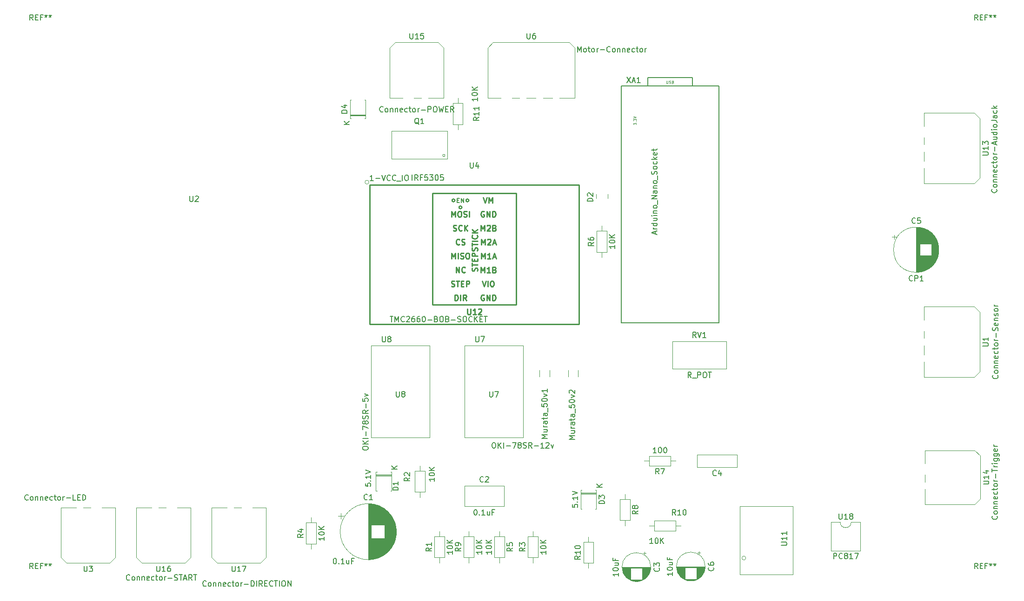
<source format=gbr>
G04 #@! TF.GenerationSoftware,KiCad,Pcbnew,5.1.2-f72e74a~84~ubuntu19.04.1*
G04 #@! TF.CreationDate,2019-10-23T18:47:17+02:00*
G04 #@! TF.ProjectId,upuaut,75707561-7574-42e6-9b69-6361645f7063,rev?*
G04 #@! TF.SameCoordinates,Original*
G04 #@! TF.FileFunction,Legend,Top*
G04 #@! TF.FilePolarity,Positive*
%FSLAX46Y46*%
G04 Gerber Fmt 4.6, Leading zero omitted, Abs format (unit mm)*
G04 Created by KiCad (PCBNEW 5.1.2-f72e74a~84~ubuntu19.04.1) date 2019-10-23 18:47:17*
%MOMM*%
%LPD*%
G04 APERTURE LIST*
%ADD10C,0.254000*%
%ADD11C,0.120000*%
%ADD12C,0.228600*%
%ADD13C,0.150000*%
%ADD14C,0.190500*%
%ADD15C,0.075000*%
G04 APERTURE END LIST*
D10*
X119950000Y-66300000D02*
X158050000Y-66300000D01*
X119950000Y-91700000D02*
X158050000Y-91700000D01*
X158050000Y-66300000D02*
X158050000Y-91700000D01*
X119950000Y-66300000D02*
X119950000Y-91700000D01*
D11*
X119801210Y-65792000D02*
G75*
G03X119801210Y-65792000I-359210J0D01*
G01*
X184845000Y-94770000D02*
X184845000Y-99840000D01*
X175075000Y-94770000D02*
X175075000Y-99840000D01*
X175075000Y-99840000D02*
X184845000Y-99840000D01*
X175075000Y-94770000D02*
X184845000Y-94770000D01*
X124804000Y-129490000D02*
G75*
G03X124804000Y-129490000I-5120000J0D01*
G01*
X119684000Y-124410000D02*
X119684000Y-134570000D01*
X119724000Y-124410000D02*
X119724000Y-134570000D01*
X119764000Y-124410000D02*
X119764000Y-134570000D01*
X119804000Y-124411000D02*
X119804000Y-134569000D01*
X119844000Y-124412000D02*
X119844000Y-134568000D01*
X119884000Y-124413000D02*
X119884000Y-134567000D01*
X119924000Y-124415000D02*
X119924000Y-134565000D01*
X119964000Y-124417000D02*
X119964000Y-134563000D01*
X120004000Y-124420000D02*
X120004000Y-134560000D01*
X120044000Y-124422000D02*
X120044000Y-134558000D01*
X120084000Y-124425000D02*
X120084000Y-134555000D01*
X120124000Y-124428000D02*
X120124000Y-134552000D01*
X120164000Y-124432000D02*
X120164000Y-134548000D01*
X120204000Y-124436000D02*
X120204000Y-128249000D01*
X120204000Y-130731000D02*
X120204000Y-134544000D01*
X120244000Y-124440000D02*
X120244000Y-128249000D01*
X120244000Y-130731000D02*
X120244000Y-134540000D01*
X120284000Y-124445000D02*
X120284000Y-128249000D01*
X120284000Y-130731000D02*
X120284000Y-134535000D01*
X120324000Y-124450000D02*
X120324000Y-128249000D01*
X120324000Y-130731000D02*
X120324000Y-134530000D01*
X120364000Y-124455000D02*
X120364000Y-128249000D01*
X120364000Y-130731000D02*
X120364000Y-134525000D01*
X120405000Y-124460000D02*
X120405000Y-128249000D01*
X120405000Y-130731000D02*
X120405000Y-134520000D01*
X120445000Y-124466000D02*
X120445000Y-128249000D01*
X120445000Y-130731000D02*
X120445000Y-134514000D01*
X120485000Y-124472000D02*
X120485000Y-128249000D01*
X120485000Y-130731000D02*
X120485000Y-134508000D01*
X120525000Y-124479000D02*
X120525000Y-128249000D01*
X120525000Y-130731000D02*
X120525000Y-134501000D01*
X120565000Y-124486000D02*
X120565000Y-128249000D01*
X120565000Y-130731000D02*
X120565000Y-134494000D01*
X120605000Y-124493000D02*
X120605000Y-128249000D01*
X120605000Y-130731000D02*
X120605000Y-134487000D01*
X120645000Y-124500000D02*
X120645000Y-128249000D01*
X120645000Y-130731000D02*
X120645000Y-134480000D01*
X120685000Y-124508000D02*
X120685000Y-128249000D01*
X120685000Y-130731000D02*
X120685000Y-134472000D01*
X120725000Y-124516000D02*
X120725000Y-128249000D01*
X120725000Y-130731000D02*
X120725000Y-134464000D01*
X120765000Y-124525000D02*
X120765000Y-128249000D01*
X120765000Y-130731000D02*
X120765000Y-134455000D01*
X120805000Y-124534000D02*
X120805000Y-128249000D01*
X120805000Y-130731000D02*
X120805000Y-134446000D01*
X120845000Y-124543000D02*
X120845000Y-128249000D01*
X120845000Y-130731000D02*
X120845000Y-134437000D01*
X120885000Y-124552000D02*
X120885000Y-128249000D01*
X120885000Y-130731000D02*
X120885000Y-134428000D01*
X120925000Y-124562000D02*
X120925000Y-128249000D01*
X120925000Y-130731000D02*
X120925000Y-134418000D01*
X120965000Y-124572000D02*
X120965000Y-128249000D01*
X120965000Y-130731000D02*
X120965000Y-134408000D01*
X121005000Y-124583000D02*
X121005000Y-128249000D01*
X121005000Y-130731000D02*
X121005000Y-134397000D01*
X121045000Y-124593000D02*
X121045000Y-128249000D01*
X121045000Y-130731000D02*
X121045000Y-134387000D01*
X121085000Y-124605000D02*
X121085000Y-128249000D01*
X121085000Y-130731000D02*
X121085000Y-134375000D01*
X121125000Y-124616000D02*
X121125000Y-128249000D01*
X121125000Y-130731000D02*
X121125000Y-134364000D01*
X121165000Y-124628000D02*
X121165000Y-128249000D01*
X121165000Y-130731000D02*
X121165000Y-134352000D01*
X121205000Y-124640000D02*
X121205000Y-128249000D01*
X121205000Y-130731000D02*
X121205000Y-134340000D01*
X121245000Y-124653000D02*
X121245000Y-128249000D01*
X121245000Y-130731000D02*
X121245000Y-134327000D01*
X121285000Y-124666000D02*
X121285000Y-128249000D01*
X121285000Y-130731000D02*
X121285000Y-134314000D01*
X121325000Y-124679000D02*
X121325000Y-128249000D01*
X121325000Y-130731000D02*
X121325000Y-134301000D01*
X121365000Y-124693000D02*
X121365000Y-128249000D01*
X121365000Y-130731000D02*
X121365000Y-134287000D01*
X121405000Y-124707000D02*
X121405000Y-128249000D01*
X121405000Y-130731000D02*
X121405000Y-134273000D01*
X121445000Y-124722000D02*
X121445000Y-128249000D01*
X121445000Y-130731000D02*
X121445000Y-134258000D01*
X121485000Y-124736000D02*
X121485000Y-128249000D01*
X121485000Y-130731000D02*
X121485000Y-134244000D01*
X121525000Y-124752000D02*
X121525000Y-128249000D01*
X121525000Y-130731000D02*
X121525000Y-134228000D01*
X121565000Y-124767000D02*
X121565000Y-128249000D01*
X121565000Y-130731000D02*
X121565000Y-134213000D01*
X121605000Y-124783000D02*
X121605000Y-128249000D01*
X121605000Y-130731000D02*
X121605000Y-134197000D01*
X121645000Y-124800000D02*
X121645000Y-128249000D01*
X121645000Y-130731000D02*
X121645000Y-134180000D01*
X121685000Y-124816000D02*
X121685000Y-128249000D01*
X121685000Y-130731000D02*
X121685000Y-134164000D01*
X121725000Y-124833000D02*
X121725000Y-128249000D01*
X121725000Y-130731000D02*
X121725000Y-134147000D01*
X121765000Y-124851000D02*
X121765000Y-128249000D01*
X121765000Y-130731000D02*
X121765000Y-134129000D01*
X121805000Y-124869000D02*
X121805000Y-128249000D01*
X121805000Y-130731000D02*
X121805000Y-134111000D01*
X121845000Y-124887000D02*
X121845000Y-128249000D01*
X121845000Y-130731000D02*
X121845000Y-134093000D01*
X121885000Y-124906000D02*
X121885000Y-128249000D01*
X121885000Y-130731000D02*
X121885000Y-134074000D01*
X121925000Y-124926000D02*
X121925000Y-128249000D01*
X121925000Y-130731000D02*
X121925000Y-134054000D01*
X121965000Y-124945000D02*
X121965000Y-128249000D01*
X121965000Y-130731000D02*
X121965000Y-134035000D01*
X122005000Y-124965000D02*
X122005000Y-128249000D01*
X122005000Y-130731000D02*
X122005000Y-134015000D01*
X122045000Y-124986000D02*
X122045000Y-128249000D01*
X122045000Y-130731000D02*
X122045000Y-133994000D01*
X122085000Y-125007000D02*
X122085000Y-128249000D01*
X122085000Y-130731000D02*
X122085000Y-133973000D01*
X122125000Y-125028000D02*
X122125000Y-128249000D01*
X122125000Y-130731000D02*
X122125000Y-133952000D01*
X122165000Y-125050000D02*
X122165000Y-128249000D01*
X122165000Y-130731000D02*
X122165000Y-133930000D01*
X122205000Y-125073000D02*
X122205000Y-128249000D01*
X122205000Y-130731000D02*
X122205000Y-133907000D01*
X122245000Y-125095000D02*
X122245000Y-128249000D01*
X122245000Y-130731000D02*
X122245000Y-133885000D01*
X122285000Y-125119000D02*
X122285000Y-128249000D01*
X122285000Y-130731000D02*
X122285000Y-133861000D01*
X122325000Y-125143000D02*
X122325000Y-128249000D01*
X122325000Y-130731000D02*
X122325000Y-133837000D01*
X122365000Y-125167000D02*
X122365000Y-128249000D01*
X122365000Y-130731000D02*
X122365000Y-133813000D01*
X122405000Y-125192000D02*
X122405000Y-128249000D01*
X122405000Y-130731000D02*
X122405000Y-133788000D01*
X122445000Y-125217000D02*
X122445000Y-128249000D01*
X122445000Y-130731000D02*
X122445000Y-133763000D01*
X122485000Y-125243000D02*
X122485000Y-128249000D01*
X122485000Y-130731000D02*
X122485000Y-133737000D01*
X122525000Y-125269000D02*
X122525000Y-128249000D01*
X122525000Y-130731000D02*
X122525000Y-133711000D01*
X122565000Y-125296000D02*
X122565000Y-128249000D01*
X122565000Y-130731000D02*
X122565000Y-133684000D01*
X122605000Y-125324000D02*
X122605000Y-128249000D01*
X122605000Y-130731000D02*
X122605000Y-133656000D01*
X122645000Y-125352000D02*
X122645000Y-128249000D01*
X122645000Y-130731000D02*
X122645000Y-133628000D01*
X122685000Y-125380000D02*
X122685000Y-133600000D01*
X122725000Y-125410000D02*
X122725000Y-133570000D01*
X122765000Y-125440000D02*
X122765000Y-133540000D01*
X122805000Y-125470000D02*
X122805000Y-133510000D01*
X122845000Y-125501000D02*
X122845000Y-133479000D01*
X122885000Y-125533000D02*
X122885000Y-133447000D01*
X122925000Y-125565000D02*
X122925000Y-133415000D01*
X122965000Y-125598000D02*
X122965000Y-133382000D01*
X123005000Y-125632000D02*
X123005000Y-133348000D01*
X123045000Y-125666000D02*
X123045000Y-133314000D01*
X123085000Y-125701000D02*
X123085000Y-133279000D01*
X123125000Y-125737000D02*
X123125000Y-133243000D01*
X123165000Y-125774000D02*
X123165000Y-133206000D01*
X123205000Y-125811000D02*
X123205000Y-133169000D01*
X123245000Y-125850000D02*
X123245000Y-133130000D01*
X123285000Y-125889000D02*
X123285000Y-133091000D01*
X123325000Y-125929000D02*
X123325000Y-133051000D01*
X123365000Y-125970000D02*
X123365000Y-133010000D01*
X123405000Y-126012000D02*
X123405000Y-132968000D01*
X123445000Y-126054000D02*
X123445000Y-132926000D01*
X123485000Y-126098000D02*
X123485000Y-132882000D01*
X123525000Y-126143000D02*
X123525000Y-132837000D01*
X123565000Y-126189000D02*
X123565000Y-132791000D01*
X123605000Y-126236000D02*
X123605000Y-132744000D01*
X123645000Y-126284000D02*
X123645000Y-132696000D01*
X123685000Y-126334000D02*
X123685000Y-132646000D01*
X123725000Y-126384000D02*
X123725000Y-132596000D01*
X123765000Y-126436000D02*
X123765000Y-132544000D01*
X123805000Y-126490000D02*
X123805000Y-132490000D01*
X123845000Y-126545000D02*
X123845000Y-132435000D01*
X123885000Y-126601000D02*
X123885000Y-132379000D01*
X123925000Y-126660000D02*
X123925000Y-132320000D01*
X123965000Y-126720000D02*
X123965000Y-132260000D01*
X124005000Y-126781000D02*
X124005000Y-132199000D01*
X124045000Y-126845000D02*
X124045000Y-132135000D01*
X124085000Y-126911000D02*
X124085000Y-132069000D01*
X124125000Y-126980000D02*
X124125000Y-132000000D01*
X124165000Y-127051000D02*
X124165000Y-131929000D01*
X124205000Y-127125000D02*
X124205000Y-131855000D01*
X124245000Y-127201000D02*
X124245000Y-131779000D01*
X124285000Y-127281000D02*
X124285000Y-131699000D01*
X124325000Y-127365000D02*
X124325000Y-131615000D01*
X124365000Y-127453000D02*
X124365000Y-131527000D01*
X124405000Y-127546000D02*
X124405000Y-131434000D01*
X124445000Y-127644000D02*
X124445000Y-131336000D01*
X124485000Y-127748000D02*
X124485000Y-131232000D01*
X124525000Y-127860000D02*
X124525000Y-131120000D01*
X124565000Y-127980000D02*
X124565000Y-131000000D01*
X124605000Y-128112000D02*
X124605000Y-130868000D01*
X124645000Y-128260000D02*
X124645000Y-130720000D01*
X124685000Y-128428000D02*
X124685000Y-130552000D01*
X124725000Y-128628000D02*
X124725000Y-130352000D01*
X124765000Y-128891000D02*
X124765000Y-130089000D01*
X114204354Y-126615000D02*
X115204354Y-126615000D01*
X114704354Y-126115000D02*
X114704354Y-127115000D01*
X137180000Y-121130000D02*
X144420000Y-121130000D01*
X137180000Y-124870000D02*
X144420000Y-124870000D01*
X137180000Y-121130000D02*
X137180000Y-124870000D01*
X144420000Y-121130000D02*
X144420000Y-124870000D01*
X170225000Y-133395225D02*
X169725000Y-133395225D01*
X169975000Y-133145225D02*
X169975000Y-133645225D01*
X168784000Y-138551000D02*
X168216000Y-138551000D01*
X169018000Y-138511000D02*
X167982000Y-138511000D01*
X169177000Y-138471000D02*
X167823000Y-138471000D01*
X169305000Y-138431000D02*
X167695000Y-138431000D01*
X169415000Y-138391000D02*
X167585000Y-138391000D01*
X169511000Y-138351000D02*
X167489000Y-138351000D01*
X169598000Y-138311000D02*
X167402000Y-138311000D01*
X169678000Y-138271000D02*
X167322000Y-138271000D01*
X167460000Y-138231000D02*
X167249000Y-138231000D01*
X169751000Y-138231000D02*
X169540000Y-138231000D01*
X167460000Y-138191000D02*
X167181000Y-138191000D01*
X169819000Y-138191000D02*
X169540000Y-138191000D01*
X167460000Y-138151000D02*
X167117000Y-138151000D01*
X169883000Y-138151000D02*
X169540000Y-138151000D01*
X167460000Y-138111000D02*
X167057000Y-138111000D01*
X169943000Y-138111000D02*
X169540000Y-138111000D01*
X167460000Y-138071000D02*
X167000000Y-138071000D01*
X170000000Y-138071000D02*
X169540000Y-138071000D01*
X167460000Y-138031000D02*
X166946000Y-138031000D01*
X170054000Y-138031000D02*
X169540000Y-138031000D01*
X167460000Y-137991000D02*
X166895000Y-137991000D01*
X170105000Y-137991000D02*
X169540000Y-137991000D01*
X167460000Y-137951000D02*
X166847000Y-137951000D01*
X170153000Y-137951000D02*
X169540000Y-137951000D01*
X167460000Y-137911000D02*
X166801000Y-137911000D01*
X170199000Y-137911000D02*
X169540000Y-137911000D01*
X167460000Y-137871000D02*
X166757000Y-137871000D01*
X170243000Y-137871000D02*
X169540000Y-137871000D01*
X167460000Y-137831000D02*
X166715000Y-137831000D01*
X170285000Y-137831000D02*
X169540000Y-137831000D01*
X167460000Y-137791000D02*
X166674000Y-137791000D01*
X170326000Y-137791000D02*
X169540000Y-137791000D01*
X167460000Y-137751000D02*
X166636000Y-137751000D01*
X170364000Y-137751000D02*
X169540000Y-137751000D01*
X167460000Y-137711000D02*
X166599000Y-137711000D01*
X170401000Y-137711000D02*
X169540000Y-137711000D01*
X167460000Y-137671000D02*
X166563000Y-137671000D01*
X170437000Y-137671000D02*
X169540000Y-137671000D01*
X167460000Y-137631000D02*
X166529000Y-137631000D01*
X170471000Y-137631000D02*
X169540000Y-137631000D01*
X167460000Y-137591000D02*
X166496000Y-137591000D01*
X170504000Y-137591000D02*
X169540000Y-137591000D01*
X167460000Y-137551000D02*
X166465000Y-137551000D01*
X170535000Y-137551000D02*
X169540000Y-137551000D01*
X167460000Y-137511000D02*
X166435000Y-137511000D01*
X170565000Y-137511000D02*
X169540000Y-137511000D01*
X167460000Y-137471000D02*
X166405000Y-137471000D01*
X170595000Y-137471000D02*
X169540000Y-137471000D01*
X167460000Y-137431000D02*
X166378000Y-137431000D01*
X170622000Y-137431000D02*
X169540000Y-137431000D01*
X167460000Y-137391000D02*
X166351000Y-137391000D01*
X170649000Y-137391000D02*
X169540000Y-137391000D01*
X167460000Y-137351000D02*
X166325000Y-137351000D01*
X170675000Y-137351000D02*
X169540000Y-137351000D01*
X167460000Y-137311000D02*
X166300000Y-137311000D01*
X170700000Y-137311000D02*
X169540000Y-137311000D01*
X167460000Y-137271000D02*
X166276000Y-137271000D01*
X170724000Y-137271000D02*
X169540000Y-137271000D01*
X167460000Y-137231000D02*
X166253000Y-137231000D01*
X170747000Y-137231000D02*
X169540000Y-137231000D01*
X167460000Y-137191000D02*
X166232000Y-137191000D01*
X170768000Y-137191000D02*
X169540000Y-137191000D01*
X167460000Y-137151000D02*
X166210000Y-137151000D01*
X170790000Y-137151000D02*
X169540000Y-137151000D01*
X167460000Y-137111000D02*
X166190000Y-137111000D01*
X170810000Y-137111000D02*
X169540000Y-137111000D01*
X167460000Y-137071000D02*
X166171000Y-137071000D01*
X170829000Y-137071000D02*
X169540000Y-137071000D01*
X167460000Y-137031000D02*
X166152000Y-137031000D01*
X170848000Y-137031000D02*
X169540000Y-137031000D01*
X167460000Y-136991000D02*
X166135000Y-136991000D01*
X170865000Y-136991000D02*
X169540000Y-136991000D01*
X167460000Y-136951000D02*
X166118000Y-136951000D01*
X170882000Y-136951000D02*
X169540000Y-136951000D01*
X167460000Y-136911000D02*
X166102000Y-136911000D01*
X170898000Y-136911000D02*
X169540000Y-136911000D01*
X167460000Y-136871000D02*
X166086000Y-136871000D01*
X170914000Y-136871000D02*
X169540000Y-136871000D01*
X167460000Y-136831000D02*
X166072000Y-136831000D01*
X170928000Y-136831000D02*
X169540000Y-136831000D01*
X167460000Y-136791000D02*
X166058000Y-136791000D01*
X170942000Y-136791000D02*
X169540000Y-136791000D01*
X167460000Y-136751000D02*
X166045000Y-136751000D01*
X170955000Y-136751000D02*
X169540000Y-136751000D01*
X167460000Y-136711000D02*
X166032000Y-136711000D01*
X170968000Y-136711000D02*
X169540000Y-136711000D01*
X167460000Y-136671000D02*
X166020000Y-136671000D01*
X170980000Y-136671000D02*
X169540000Y-136671000D01*
X167460000Y-136630000D02*
X166009000Y-136630000D01*
X170991000Y-136630000D02*
X169540000Y-136630000D01*
X167460000Y-136590000D02*
X165999000Y-136590000D01*
X171001000Y-136590000D02*
X169540000Y-136590000D01*
X167460000Y-136550000D02*
X165989000Y-136550000D01*
X171011000Y-136550000D02*
X169540000Y-136550000D01*
X167460000Y-136510000D02*
X165980000Y-136510000D01*
X171020000Y-136510000D02*
X169540000Y-136510000D01*
X167460000Y-136470000D02*
X165972000Y-136470000D01*
X171028000Y-136470000D02*
X169540000Y-136470000D01*
X167460000Y-136430000D02*
X165964000Y-136430000D01*
X171036000Y-136430000D02*
X169540000Y-136430000D01*
X167460000Y-136390000D02*
X165957000Y-136390000D01*
X171043000Y-136390000D02*
X169540000Y-136390000D01*
X167460000Y-136350000D02*
X165950000Y-136350000D01*
X171050000Y-136350000D02*
X169540000Y-136350000D01*
X167460000Y-136310000D02*
X165944000Y-136310000D01*
X171056000Y-136310000D02*
X169540000Y-136310000D01*
X167460000Y-136270000D02*
X165939000Y-136270000D01*
X171061000Y-136270000D02*
X169540000Y-136270000D01*
X167460000Y-136230000D02*
X165935000Y-136230000D01*
X171065000Y-136230000D02*
X169540000Y-136230000D01*
X167460000Y-136190000D02*
X165931000Y-136190000D01*
X171069000Y-136190000D02*
X169540000Y-136190000D01*
X171073000Y-136150000D02*
X165927000Y-136150000D01*
X171076000Y-136110000D02*
X165924000Y-136110000D01*
X171078000Y-136070000D02*
X165922000Y-136070000D01*
X171079000Y-136030000D02*
X165921000Y-136030000D01*
X171080000Y-135990000D02*
X165920000Y-135990000D01*
X171080000Y-135950000D02*
X165920000Y-135950000D01*
X171120000Y-135950000D02*
G75*
G03X171120000Y-135950000I-2620000J0D01*
G01*
X186820000Y-117720000D02*
X179580000Y-117720000D01*
X186820000Y-115480000D02*
X179580000Y-115480000D01*
X186820000Y-117720000D02*
X186820000Y-115480000D01*
X179580000Y-117720000D02*
X179580000Y-115480000D01*
X223570000Y-78100000D02*
G75*
G03X223570000Y-78100000I-4120000J0D01*
G01*
X219450000Y-74020000D02*
X219450000Y-82180000D01*
X219490000Y-74020000D02*
X219490000Y-82180000D01*
X219530000Y-74020000D02*
X219530000Y-82180000D01*
X219570000Y-74021000D02*
X219570000Y-82179000D01*
X219610000Y-74023000D02*
X219610000Y-82177000D01*
X219650000Y-74024000D02*
X219650000Y-82176000D01*
X219690000Y-74026000D02*
X219690000Y-82174000D01*
X219730000Y-74029000D02*
X219730000Y-82171000D01*
X219770000Y-74032000D02*
X219770000Y-82168000D01*
X219810000Y-74035000D02*
X219810000Y-82165000D01*
X219850000Y-74039000D02*
X219850000Y-82161000D01*
X219890000Y-74043000D02*
X219890000Y-82157000D01*
X219930000Y-74048000D02*
X219930000Y-82152000D01*
X219970000Y-74052000D02*
X219970000Y-82148000D01*
X220010000Y-74058000D02*
X220010000Y-82142000D01*
X220050000Y-74063000D02*
X220050000Y-82137000D01*
X220090000Y-74070000D02*
X220090000Y-82130000D01*
X220130000Y-74076000D02*
X220130000Y-82124000D01*
X220171000Y-74083000D02*
X220171000Y-77060000D01*
X220171000Y-79140000D02*
X220171000Y-82117000D01*
X220211000Y-74090000D02*
X220211000Y-77060000D01*
X220211000Y-79140000D02*
X220211000Y-82110000D01*
X220251000Y-74098000D02*
X220251000Y-77060000D01*
X220251000Y-79140000D02*
X220251000Y-82102000D01*
X220291000Y-74106000D02*
X220291000Y-77060000D01*
X220291000Y-79140000D02*
X220291000Y-82094000D01*
X220331000Y-74115000D02*
X220331000Y-77060000D01*
X220331000Y-79140000D02*
X220331000Y-82085000D01*
X220371000Y-74124000D02*
X220371000Y-77060000D01*
X220371000Y-79140000D02*
X220371000Y-82076000D01*
X220411000Y-74133000D02*
X220411000Y-77060000D01*
X220411000Y-79140000D02*
X220411000Y-82067000D01*
X220451000Y-74143000D02*
X220451000Y-77060000D01*
X220451000Y-79140000D02*
X220451000Y-82057000D01*
X220491000Y-74153000D02*
X220491000Y-77060000D01*
X220491000Y-79140000D02*
X220491000Y-82047000D01*
X220531000Y-74164000D02*
X220531000Y-77060000D01*
X220531000Y-79140000D02*
X220531000Y-82036000D01*
X220571000Y-74175000D02*
X220571000Y-77060000D01*
X220571000Y-79140000D02*
X220571000Y-82025000D01*
X220611000Y-74186000D02*
X220611000Y-77060000D01*
X220611000Y-79140000D02*
X220611000Y-82014000D01*
X220651000Y-74198000D02*
X220651000Y-77060000D01*
X220651000Y-79140000D02*
X220651000Y-82002000D01*
X220691000Y-74211000D02*
X220691000Y-77060000D01*
X220691000Y-79140000D02*
X220691000Y-81989000D01*
X220731000Y-74223000D02*
X220731000Y-77060000D01*
X220731000Y-79140000D02*
X220731000Y-81977000D01*
X220771000Y-74237000D02*
X220771000Y-77060000D01*
X220771000Y-79140000D02*
X220771000Y-81963000D01*
X220811000Y-74250000D02*
X220811000Y-77060000D01*
X220811000Y-79140000D02*
X220811000Y-81950000D01*
X220851000Y-74265000D02*
X220851000Y-77060000D01*
X220851000Y-79140000D02*
X220851000Y-81935000D01*
X220891000Y-74279000D02*
X220891000Y-77060000D01*
X220891000Y-79140000D02*
X220891000Y-81921000D01*
X220931000Y-74295000D02*
X220931000Y-77060000D01*
X220931000Y-79140000D02*
X220931000Y-81905000D01*
X220971000Y-74310000D02*
X220971000Y-77060000D01*
X220971000Y-79140000D02*
X220971000Y-81890000D01*
X221011000Y-74326000D02*
X221011000Y-77060000D01*
X221011000Y-79140000D02*
X221011000Y-81874000D01*
X221051000Y-74343000D02*
X221051000Y-77060000D01*
X221051000Y-79140000D02*
X221051000Y-81857000D01*
X221091000Y-74360000D02*
X221091000Y-77060000D01*
X221091000Y-79140000D02*
X221091000Y-81840000D01*
X221131000Y-74378000D02*
X221131000Y-77060000D01*
X221131000Y-79140000D02*
X221131000Y-81822000D01*
X221171000Y-74396000D02*
X221171000Y-77060000D01*
X221171000Y-79140000D02*
X221171000Y-81804000D01*
X221211000Y-74414000D02*
X221211000Y-77060000D01*
X221211000Y-79140000D02*
X221211000Y-81786000D01*
X221251000Y-74434000D02*
X221251000Y-77060000D01*
X221251000Y-79140000D02*
X221251000Y-81766000D01*
X221291000Y-74453000D02*
X221291000Y-77060000D01*
X221291000Y-79140000D02*
X221291000Y-81747000D01*
X221331000Y-74473000D02*
X221331000Y-77060000D01*
X221331000Y-79140000D02*
X221331000Y-81727000D01*
X221371000Y-74494000D02*
X221371000Y-77060000D01*
X221371000Y-79140000D02*
X221371000Y-81706000D01*
X221411000Y-74516000D02*
X221411000Y-77060000D01*
X221411000Y-79140000D02*
X221411000Y-81684000D01*
X221451000Y-74538000D02*
X221451000Y-77060000D01*
X221451000Y-79140000D02*
X221451000Y-81662000D01*
X221491000Y-74560000D02*
X221491000Y-77060000D01*
X221491000Y-79140000D02*
X221491000Y-81640000D01*
X221531000Y-74583000D02*
X221531000Y-77060000D01*
X221531000Y-79140000D02*
X221531000Y-81617000D01*
X221571000Y-74607000D02*
X221571000Y-77060000D01*
X221571000Y-79140000D02*
X221571000Y-81593000D01*
X221611000Y-74631000D02*
X221611000Y-77060000D01*
X221611000Y-79140000D02*
X221611000Y-81569000D01*
X221651000Y-74656000D02*
X221651000Y-77060000D01*
X221651000Y-79140000D02*
X221651000Y-81544000D01*
X221691000Y-74682000D02*
X221691000Y-77060000D01*
X221691000Y-79140000D02*
X221691000Y-81518000D01*
X221731000Y-74708000D02*
X221731000Y-77060000D01*
X221731000Y-79140000D02*
X221731000Y-81492000D01*
X221771000Y-74735000D02*
X221771000Y-77060000D01*
X221771000Y-79140000D02*
X221771000Y-81465000D01*
X221811000Y-74762000D02*
X221811000Y-77060000D01*
X221811000Y-79140000D02*
X221811000Y-81438000D01*
X221851000Y-74791000D02*
X221851000Y-77060000D01*
X221851000Y-79140000D02*
X221851000Y-81409000D01*
X221891000Y-74820000D02*
X221891000Y-77060000D01*
X221891000Y-79140000D02*
X221891000Y-81380000D01*
X221931000Y-74850000D02*
X221931000Y-77060000D01*
X221931000Y-79140000D02*
X221931000Y-81350000D01*
X221971000Y-74880000D02*
X221971000Y-77060000D01*
X221971000Y-79140000D02*
X221971000Y-81320000D01*
X222011000Y-74911000D02*
X222011000Y-77060000D01*
X222011000Y-79140000D02*
X222011000Y-81289000D01*
X222051000Y-74944000D02*
X222051000Y-77060000D01*
X222051000Y-79140000D02*
X222051000Y-81256000D01*
X222091000Y-74976000D02*
X222091000Y-77060000D01*
X222091000Y-79140000D02*
X222091000Y-81224000D01*
X222131000Y-75010000D02*
X222131000Y-77060000D01*
X222131000Y-79140000D02*
X222131000Y-81190000D01*
X222171000Y-75045000D02*
X222171000Y-77060000D01*
X222171000Y-79140000D02*
X222171000Y-81155000D01*
X222211000Y-75081000D02*
X222211000Y-77060000D01*
X222211000Y-79140000D02*
X222211000Y-81119000D01*
X222251000Y-75117000D02*
X222251000Y-81083000D01*
X222291000Y-75155000D02*
X222291000Y-81045000D01*
X222331000Y-75193000D02*
X222331000Y-81007000D01*
X222371000Y-75233000D02*
X222371000Y-80967000D01*
X222411000Y-75274000D02*
X222411000Y-80926000D01*
X222451000Y-75316000D02*
X222451000Y-80884000D01*
X222491000Y-75359000D02*
X222491000Y-80841000D01*
X222531000Y-75403000D02*
X222531000Y-80797000D01*
X222571000Y-75449000D02*
X222571000Y-80751000D01*
X222611000Y-75496000D02*
X222611000Y-80704000D01*
X222651000Y-75544000D02*
X222651000Y-80656000D01*
X222691000Y-75595000D02*
X222691000Y-80605000D01*
X222731000Y-75646000D02*
X222731000Y-80554000D01*
X222771000Y-75700000D02*
X222771000Y-80500000D01*
X222811000Y-75755000D02*
X222811000Y-80445000D01*
X222851000Y-75813000D02*
X222851000Y-80387000D01*
X222891000Y-75872000D02*
X222891000Y-80328000D01*
X222931000Y-75934000D02*
X222931000Y-80266000D01*
X222971000Y-75998000D02*
X222971000Y-80202000D01*
X223011000Y-76066000D02*
X223011000Y-80134000D01*
X223051000Y-76136000D02*
X223051000Y-80064000D01*
X223091000Y-76210000D02*
X223091000Y-79990000D01*
X223131000Y-76287000D02*
X223131000Y-79913000D01*
X223171000Y-76369000D02*
X223171000Y-79831000D01*
X223211000Y-76455000D02*
X223211000Y-79745000D01*
X223251000Y-76548000D02*
X223251000Y-79652000D01*
X223291000Y-76647000D02*
X223291000Y-79553000D01*
X223331000Y-76754000D02*
X223331000Y-79446000D01*
X223371000Y-76871000D02*
X223371000Y-79329000D01*
X223411000Y-77002000D02*
X223411000Y-79198000D01*
X223451000Y-77152000D02*
X223451000Y-79048000D01*
X223491000Y-77332000D02*
X223491000Y-78868000D01*
X223531000Y-77567000D02*
X223531000Y-78633000D01*
X215040302Y-75785000D02*
X215840302Y-75785000D01*
X215440302Y-75385000D02*
X215440302Y-76185000D01*
X181020000Y-135850000D02*
G75*
G03X181020000Y-135850000I-2620000J0D01*
G01*
X180980000Y-135850000D02*
X175820000Y-135850000D01*
X180980000Y-135890000D02*
X175820000Y-135890000D01*
X180979000Y-135930000D02*
X175821000Y-135930000D01*
X180978000Y-135970000D02*
X175822000Y-135970000D01*
X180976000Y-136010000D02*
X175824000Y-136010000D01*
X180973000Y-136050000D02*
X175827000Y-136050000D01*
X180969000Y-136090000D02*
X179440000Y-136090000D01*
X177360000Y-136090000D02*
X175831000Y-136090000D01*
X180965000Y-136130000D02*
X179440000Y-136130000D01*
X177360000Y-136130000D02*
X175835000Y-136130000D01*
X180961000Y-136170000D02*
X179440000Y-136170000D01*
X177360000Y-136170000D02*
X175839000Y-136170000D01*
X180956000Y-136210000D02*
X179440000Y-136210000D01*
X177360000Y-136210000D02*
X175844000Y-136210000D01*
X180950000Y-136250000D02*
X179440000Y-136250000D01*
X177360000Y-136250000D02*
X175850000Y-136250000D01*
X180943000Y-136290000D02*
X179440000Y-136290000D01*
X177360000Y-136290000D02*
X175857000Y-136290000D01*
X180936000Y-136330000D02*
X179440000Y-136330000D01*
X177360000Y-136330000D02*
X175864000Y-136330000D01*
X180928000Y-136370000D02*
X179440000Y-136370000D01*
X177360000Y-136370000D02*
X175872000Y-136370000D01*
X180920000Y-136410000D02*
X179440000Y-136410000D01*
X177360000Y-136410000D02*
X175880000Y-136410000D01*
X180911000Y-136450000D02*
X179440000Y-136450000D01*
X177360000Y-136450000D02*
X175889000Y-136450000D01*
X180901000Y-136490000D02*
X179440000Y-136490000D01*
X177360000Y-136490000D02*
X175899000Y-136490000D01*
X180891000Y-136530000D02*
X179440000Y-136530000D01*
X177360000Y-136530000D02*
X175909000Y-136530000D01*
X180880000Y-136571000D02*
X179440000Y-136571000D01*
X177360000Y-136571000D02*
X175920000Y-136571000D01*
X180868000Y-136611000D02*
X179440000Y-136611000D01*
X177360000Y-136611000D02*
X175932000Y-136611000D01*
X180855000Y-136651000D02*
X179440000Y-136651000D01*
X177360000Y-136651000D02*
X175945000Y-136651000D01*
X180842000Y-136691000D02*
X179440000Y-136691000D01*
X177360000Y-136691000D02*
X175958000Y-136691000D01*
X180828000Y-136731000D02*
X179440000Y-136731000D01*
X177360000Y-136731000D02*
X175972000Y-136731000D01*
X180814000Y-136771000D02*
X179440000Y-136771000D01*
X177360000Y-136771000D02*
X175986000Y-136771000D01*
X180798000Y-136811000D02*
X179440000Y-136811000D01*
X177360000Y-136811000D02*
X176002000Y-136811000D01*
X180782000Y-136851000D02*
X179440000Y-136851000D01*
X177360000Y-136851000D02*
X176018000Y-136851000D01*
X180765000Y-136891000D02*
X179440000Y-136891000D01*
X177360000Y-136891000D02*
X176035000Y-136891000D01*
X180748000Y-136931000D02*
X179440000Y-136931000D01*
X177360000Y-136931000D02*
X176052000Y-136931000D01*
X180729000Y-136971000D02*
X179440000Y-136971000D01*
X177360000Y-136971000D02*
X176071000Y-136971000D01*
X180710000Y-137011000D02*
X179440000Y-137011000D01*
X177360000Y-137011000D02*
X176090000Y-137011000D01*
X180690000Y-137051000D02*
X179440000Y-137051000D01*
X177360000Y-137051000D02*
X176110000Y-137051000D01*
X180668000Y-137091000D02*
X179440000Y-137091000D01*
X177360000Y-137091000D02*
X176132000Y-137091000D01*
X180647000Y-137131000D02*
X179440000Y-137131000D01*
X177360000Y-137131000D02*
X176153000Y-137131000D01*
X180624000Y-137171000D02*
X179440000Y-137171000D01*
X177360000Y-137171000D02*
X176176000Y-137171000D01*
X180600000Y-137211000D02*
X179440000Y-137211000D01*
X177360000Y-137211000D02*
X176200000Y-137211000D01*
X180575000Y-137251000D02*
X179440000Y-137251000D01*
X177360000Y-137251000D02*
X176225000Y-137251000D01*
X180549000Y-137291000D02*
X179440000Y-137291000D01*
X177360000Y-137291000D02*
X176251000Y-137291000D01*
X180522000Y-137331000D02*
X179440000Y-137331000D01*
X177360000Y-137331000D02*
X176278000Y-137331000D01*
X180495000Y-137371000D02*
X179440000Y-137371000D01*
X177360000Y-137371000D02*
X176305000Y-137371000D01*
X180465000Y-137411000D02*
X179440000Y-137411000D01*
X177360000Y-137411000D02*
X176335000Y-137411000D01*
X180435000Y-137451000D02*
X179440000Y-137451000D01*
X177360000Y-137451000D02*
X176365000Y-137451000D01*
X180404000Y-137491000D02*
X179440000Y-137491000D01*
X177360000Y-137491000D02*
X176396000Y-137491000D01*
X180371000Y-137531000D02*
X179440000Y-137531000D01*
X177360000Y-137531000D02*
X176429000Y-137531000D01*
X180337000Y-137571000D02*
X179440000Y-137571000D01*
X177360000Y-137571000D02*
X176463000Y-137571000D01*
X180301000Y-137611000D02*
X179440000Y-137611000D01*
X177360000Y-137611000D02*
X176499000Y-137611000D01*
X180264000Y-137651000D02*
X179440000Y-137651000D01*
X177360000Y-137651000D02*
X176536000Y-137651000D01*
X180226000Y-137691000D02*
X179440000Y-137691000D01*
X177360000Y-137691000D02*
X176574000Y-137691000D01*
X180185000Y-137731000D02*
X179440000Y-137731000D01*
X177360000Y-137731000D02*
X176615000Y-137731000D01*
X180143000Y-137771000D02*
X179440000Y-137771000D01*
X177360000Y-137771000D02*
X176657000Y-137771000D01*
X180099000Y-137811000D02*
X179440000Y-137811000D01*
X177360000Y-137811000D02*
X176701000Y-137811000D01*
X180053000Y-137851000D02*
X179440000Y-137851000D01*
X177360000Y-137851000D02*
X176747000Y-137851000D01*
X180005000Y-137891000D02*
X179440000Y-137891000D01*
X177360000Y-137891000D02*
X176795000Y-137891000D01*
X179954000Y-137931000D02*
X179440000Y-137931000D01*
X177360000Y-137931000D02*
X176846000Y-137931000D01*
X179900000Y-137971000D02*
X179440000Y-137971000D01*
X177360000Y-137971000D02*
X176900000Y-137971000D01*
X179843000Y-138011000D02*
X179440000Y-138011000D01*
X177360000Y-138011000D02*
X176957000Y-138011000D01*
X179783000Y-138051000D02*
X179440000Y-138051000D01*
X177360000Y-138051000D02*
X177017000Y-138051000D01*
X179719000Y-138091000D02*
X179440000Y-138091000D01*
X177360000Y-138091000D02*
X177081000Y-138091000D01*
X179651000Y-138131000D02*
X179440000Y-138131000D01*
X177360000Y-138131000D02*
X177149000Y-138131000D01*
X179578000Y-138171000D02*
X177222000Y-138171000D01*
X179498000Y-138211000D02*
X177302000Y-138211000D01*
X179411000Y-138251000D02*
X177389000Y-138251000D01*
X179315000Y-138291000D02*
X177485000Y-138291000D01*
X179205000Y-138331000D02*
X177595000Y-138331000D01*
X179077000Y-138371000D02*
X177723000Y-138371000D01*
X178918000Y-138411000D02*
X177882000Y-138411000D01*
X178684000Y-138451000D02*
X178116000Y-138451000D01*
X179875000Y-133045225D02*
X179875000Y-133545225D01*
X180125000Y-133295225D02*
X179625000Y-133295225D01*
X123746000Y-118626000D02*
X123926000Y-118626000D01*
X123926000Y-118626000D02*
X123926000Y-122066000D01*
X123926000Y-122066000D02*
X123746000Y-122066000D01*
X121266000Y-118626000D02*
X121086000Y-118626000D01*
X121086000Y-118626000D02*
X121086000Y-122066000D01*
X121086000Y-122066000D02*
X121266000Y-122066000D01*
X123926000Y-119226000D02*
X121086000Y-119226000D01*
X123926000Y-119346000D02*
X121086000Y-119346000D01*
X123926000Y-119106000D02*
X121086000Y-119106000D01*
X161140000Y-68720000D02*
X161140000Y-67989000D01*
X163260000Y-68720000D02*
X163260000Y-67989000D01*
X161220000Y-122400000D02*
X158380000Y-122400000D01*
X161220000Y-122640000D02*
X158380000Y-122640000D01*
X161220000Y-122520000D02*
X158380000Y-122520000D01*
X158380000Y-125360000D02*
X158560000Y-125360000D01*
X158380000Y-121920000D02*
X158380000Y-125360000D01*
X158560000Y-121920000D02*
X158380000Y-121920000D01*
X161220000Y-125360000D02*
X161040000Y-125360000D01*
X161220000Y-121920000D02*
X161220000Y-125360000D01*
X161040000Y-121920000D02*
X161220000Y-121920000D01*
X152720000Y-101279000D02*
X152720000Y-100021000D01*
X150880000Y-101279000D02*
X150880000Y-100021000D01*
X156080000Y-101279000D02*
X156080000Y-100021000D01*
X157920000Y-101279000D02*
X157920000Y-100021000D01*
X134080000Y-61540000D02*
X123920000Y-61540000D01*
X123920000Y-61540000D02*
X123920000Y-56460000D01*
X123920000Y-56460000D02*
X134080000Y-56460000D01*
X134080000Y-56460000D02*
X134080000Y-61540000D01*
X133663499Y-60905000D02*
G75*
G03X133663499Y-60905000I-218499J0D01*
G01*
X131746000Y-134204000D02*
X133586000Y-134204000D01*
X133586000Y-134204000D02*
X133586000Y-130364000D01*
X133586000Y-130364000D02*
X131746000Y-130364000D01*
X131746000Y-130364000D02*
X131746000Y-134204000D01*
X132666000Y-135154000D02*
X132666000Y-134204000D01*
X132666000Y-129414000D02*
X132666000Y-130364000D01*
X128190000Y-122266000D02*
X130030000Y-122266000D01*
X130030000Y-122266000D02*
X130030000Y-118426000D01*
X130030000Y-118426000D02*
X128190000Y-118426000D01*
X128190000Y-118426000D02*
X128190000Y-122266000D01*
X129110000Y-123216000D02*
X129110000Y-122266000D01*
X129110000Y-117476000D02*
X129110000Y-118426000D01*
X148764000Y-134204000D02*
X150604000Y-134204000D01*
X150604000Y-134204000D02*
X150604000Y-130364000D01*
X150604000Y-130364000D02*
X148764000Y-130364000D01*
X148764000Y-130364000D02*
X148764000Y-134204000D01*
X149684000Y-135154000D02*
X149684000Y-134204000D01*
X149684000Y-129414000D02*
X149684000Y-130364000D01*
X108380000Y-131710000D02*
X110220000Y-131710000D01*
X110220000Y-131710000D02*
X110220000Y-127870000D01*
X110220000Y-127870000D02*
X108380000Y-127870000D01*
X108380000Y-127870000D02*
X108380000Y-131710000D01*
X109300000Y-132660000D02*
X109300000Y-131710000D01*
X109300000Y-126920000D02*
X109300000Y-127870000D01*
X143588000Y-135154000D02*
X143588000Y-134204000D01*
X143588000Y-129414000D02*
X143588000Y-130364000D01*
X144508000Y-134204000D02*
X144508000Y-130364000D01*
X142668000Y-134204000D02*
X144508000Y-134204000D01*
X142668000Y-130364000D02*
X142668000Y-134204000D01*
X144508000Y-130364000D02*
X142668000Y-130364000D01*
X161280000Y-78510000D02*
X163120000Y-78510000D01*
X163120000Y-78510000D02*
X163120000Y-74670000D01*
X163120000Y-74670000D02*
X161280000Y-74670000D01*
X161280000Y-74670000D02*
X161280000Y-78510000D01*
X162200000Y-79460000D02*
X162200000Y-78510000D01*
X162200000Y-73720000D02*
X162200000Y-74670000D01*
X169920000Y-116600000D02*
X170870000Y-116600000D01*
X175660000Y-116600000D02*
X174710000Y-116600000D01*
X170870000Y-117520000D02*
X174710000Y-117520000D01*
X170870000Y-115680000D02*
X170870000Y-117520000D01*
X174710000Y-115680000D02*
X170870000Y-115680000D01*
X174710000Y-117520000D02*
X174710000Y-115680000D01*
X166400000Y-128380000D02*
X166400000Y-127430000D01*
X166400000Y-122640000D02*
X166400000Y-123590000D01*
X167320000Y-127430000D02*
X167320000Y-123590000D01*
X165480000Y-127430000D02*
X167320000Y-127430000D01*
X165480000Y-123590000D02*
X165480000Y-127430000D01*
X167320000Y-123590000D02*
X165480000Y-123590000D01*
X138000000Y-129414000D02*
X138000000Y-130364000D01*
X138000000Y-135154000D02*
X138000000Y-134204000D01*
X137080000Y-130364000D02*
X137080000Y-134204000D01*
X138920000Y-130364000D02*
X137080000Y-130364000D01*
X138920000Y-134204000D02*
X138920000Y-130364000D01*
X137080000Y-134204000D02*
X138920000Y-134204000D01*
X159772000Y-130414000D02*
X159772000Y-131364000D01*
X159772000Y-136154000D02*
X159772000Y-135204000D01*
X158852000Y-131364000D02*
X158852000Y-135204000D01*
X160692000Y-131364000D02*
X158852000Y-131364000D01*
X160692000Y-135204000D02*
X160692000Y-131364000D01*
X158852000Y-135204000D02*
X160692000Y-135204000D01*
X220910000Y-88465000D02*
X230030000Y-88465000D01*
X230030000Y-88465000D02*
X231030000Y-89465000D01*
X231030000Y-89465000D02*
X231030000Y-100335000D01*
X231030000Y-100335000D02*
X230030000Y-101335000D01*
X230030000Y-101335000D02*
X220910000Y-101335000D01*
X220910000Y-88465000D02*
X220910000Y-90890000D01*
X220910000Y-101335000D02*
X220910000Y-98551767D01*
X220910000Y-92910000D02*
X220910000Y-94248233D01*
X220910000Y-95551767D02*
X220910000Y-97248233D01*
X73617000Y-125098000D02*
X73617000Y-134218000D01*
X73617000Y-134218000D02*
X72617000Y-135218000D01*
X72617000Y-135218000D02*
X64747000Y-135218000D01*
X64747000Y-135218000D02*
X63747000Y-134218000D01*
X63747000Y-134218000D02*
X63747000Y-125098000D01*
X73617000Y-125098000D02*
X71192000Y-125098000D01*
X63747000Y-125098000D02*
X66530233Y-125098000D01*
X69172000Y-125098000D02*
X67833767Y-125098000D01*
X141415000Y-50410000D02*
X141415000Y-41290000D01*
X141415000Y-41290000D02*
X142415000Y-40290000D01*
X142415000Y-40290000D02*
X156285000Y-40290000D01*
X156285000Y-40290000D02*
X157285000Y-41290000D01*
X157285000Y-41290000D02*
X157285000Y-50410000D01*
X141415000Y-50410000D02*
X143840000Y-50410000D01*
X157285000Y-50410000D02*
X154501767Y-50410000D01*
X145860000Y-50410000D02*
X147198233Y-50410000D01*
X148501767Y-50410000D02*
X150198233Y-50410000D01*
X151501767Y-50410000D02*
X153198233Y-50410000D01*
X147880000Y-95600000D02*
X137230000Y-95600000D01*
X137220000Y-95600000D02*
X137220000Y-112360000D01*
X137220000Y-112360000D02*
X147880000Y-112360000D01*
X147880000Y-112360000D02*
X147880000Y-95600000D01*
X130880000Y-112360000D02*
X130880000Y-95600000D01*
X120220000Y-112360000D02*
X130880000Y-112360000D01*
X120220000Y-95600000D02*
X120220000Y-112360000D01*
X130880000Y-95600000D02*
X120230000Y-95600000D01*
X187304000Y-137350000D02*
X196956000Y-137350000D01*
X196956000Y-137350000D02*
X196956000Y-124904000D01*
X196956000Y-124904000D02*
X187304000Y-124904000D01*
X187304000Y-124904000D02*
X187304000Y-137350000D01*
X188425210Y-134302000D02*
G75*
G03X188425210Y-134302000I-359210J0D01*
G01*
D12*
X131380000Y-88160000D02*
X146620000Y-88160000D01*
X131380000Y-67840000D02*
X131380000Y-88160000D01*
X146620000Y-67840000D02*
X131380000Y-67840000D01*
X146620000Y-88160000D02*
X146620000Y-67840000D01*
X135444000Y-69110000D02*
G75*
G03X135444000Y-69110000I-254000J0D01*
G01*
X137984000Y-69110000D02*
G75*
G03X137984000Y-69110000I-254000J0D01*
G01*
X136714000Y-70380000D02*
G75*
G03X136714000Y-70380000I-254000J0D01*
G01*
D11*
X220910000Y-60251767D02*
X220910000Y-61948233D01*
X220910000Y-57610000D02*
X220910000Y-58948233D01*
X220910000Y-66035000D02*
X220910000Y-63251767D01*
X220910000Y-53165000D02*
X220910000Y-55590000D01*
X230030000Y-66035000D02*
X220910000Y-66035000D01*
X231030000Y-65035000D02*
X230030000Y-66035000D01*
X231030000Y-54165000D02*
X231030000Y-65035000D01*
X230030000Y-53165000D02*
X231030000Y-54165000D01*
X220910000Y-53165000D02*
X230030000Y-53165000D01*
X221010000Y-119110000D02*
X221010000Y-120448233D01*
X221010000Y-124535000D02*
X221010000Y-121751767D01*
X221010000Y-114665000D02*
X221010000Y-117090000D01*
X230130000Y-124535000D02*
X221010000Y-124535000D01*
X231130000Y-123535000D02*
X230130000Y-124535000D01*
X231130000Y-115665000D02*
X231130000Y-123535000D01*
X230130000Y-114665000D02*
X231130000Y-115665000D01*
X221010000Y-114665000D02*
X230130000Y-114665000D01*
X123565000Y-50410000D02*
X123565000Y-41290000D01*
X123565000Y-41290000D02*
X124565000Y-40290000D01*
X124565000Y-40290000D02*
X132435000Y-40290000D01*
X132435000Y-40290000D02*
X133435000Y-41290000D01*
X133435000Y-41290000D02*
X133435000Y-50410000D01*
X123565000Y-50410000D02*
X125990000Y-50410000D01*
X133435000Y-50410000D02*
X130651767Y-50410000D01*
X128010000Y-50410000D02*
X129348233Y-50410000D01*
X87333000Y-125098000D02*
X87333000Y-134218000D01*
X87333000Y-134218000D02*
X86333000Y-135218000D01*
X86333000Y-135218000D02*
X78463000Y-135218000D01*
X78463000Y-135218000D02*
X77463000Y-134218000D01*
X77463000Y-134218000D02*
X77463000Y-125098000D01*
X87333000Y-125098000D02*
X84908000Y-125098000D01*
X77463000Y-125098000D02*
X80246233Y-125098000D01*
X82888000Y-125098000D02*
X81549767Y-125098000D01*
X96604000Y-125098000D02*
X95265767Y-125098000D01*
X91179000Y-125098000D02*
X93962233Y-125098000D01*
X101049000Y-125098000D02*
X98624000Y-125098000D01*
X91179000Y-134218000D02*
X91179000Y-125098000D01*
X92179000Y-135218000D02*
X91179000Y-134218000D01*
X100049000Y-135218000D02*
X92179000Y-135218000D01*
X101049000Y-134218000D02*
X100049000Y-135218000D01*
X101049000Y-125098000D02*
X101049000Y-134218000D01*
D13*
X178664000Y-48200000D02*
X178664000Y-46750000D01*
X178664000Y-46750000D02*
X170536000Y-46750000D01*
X170536000Y-46750000D02*
X170536000Y-48200000D01*
X183490000Y-91380000D02*
X165710000Y-91380000D01*
X183490000Y-48200000D02*
X165710000Y-48200000D01*
X165710000Y-91380000D02*
X165710000Y-48200000D01*
X183490000Y-91380000D02*
X183490000Y-48200000D01*
D11*
X116560000Y-54180000D02*
X116380000Y-54180000D01*
X116380000Y-54180000D02*
X116380000Y-50740000D01*
X116380000Y-50740000D02*
X116560000Y-50740000D01*
X119040000Y-54180000D02*
X119220000Y-54180000D01*
X119220000Y-54180000D02*
X119220000Y-50740000D01*
X119220000Y-50740000D02*
X119040000Y-50740000D01*
X116380000Y-53580000D02*
X119220000Y-53580000D01*
X116380000Y-53460000D02*
X119220000Y-53460000D01*
X116380000Y-53700000D02*
X119220000Y-53700000D01*
X176580000Y-128400000D02*
X175630000Y-128400000D01*
X170840000Y-128400000D02*
X171790000Y-128400000D01*
X175630000Y-127480000D02*
X171790000Y-127480000D01*
X175630000Y-129320000D02*
X175630000Y-127480000D01*
X171790000Y-129320000D02*
X175630000Y-129320000D01*
X171790000Y-127480000D02*
X171790000Y-129320000D01*
X136920000Y-51390000D02*
X135080000Y-51390000D01*
X135080000Y-51390000D02*
X135080000Y-55230000D01*
X135080000Y-55230000D02*
X136920000Y-55230000D01*
X136920000Y-55230000D02*
X136920000Y-51390000D01*
X136000000Y-50440000D02*
X136000000Y-51390000D01*
X136000000Y-56180000D02*
X136000000Y-55230000D01*
X207610000Y-127770000D02*
G75*
G02X205610000Y-127770000I-1000000J0D01*
G01*
X205610000Y-127770000D02*
X203960000Y-127770000D01*
X203960000Y-127770000D02*
X203960000Y-132970000D01*
X203960000Y-132970000D02*
X209260000Y-132970000D01*
X209260000Y-132970000D02*
X209260000Y-127770000D01*
X209260000Y-127770000D02*
X207610000Y-127770000D01*
D13*
X87188095Y-68314380D02*
X87188095Y-69123904D01*
X87235714Y-69219142D01*
X87283333Y-69266761D01*
X87378571Y-69314380D01*
X87569047Y-69314380D01*
X87664285Y-69266761D01*
X87711904Y-69219142D01*
X87759523Y-69123904D01*
X87759523Y-68314380D01*
X88188095Y-68409619D02*
X88235714Y-68362000D01*
X88330952Y-68314380D01*
X88569047Y-68314380D01*
X88664285Y-68362000D01*
X88711904Y-68409619D01*
X88759523Y-68504857D01*
X88759523Y-68600095D01*
X88711904Y-68742952D01*
X88140476Y-69314380D01*
X88759523Y-69314380D01*
X230666666Y-36252380D02*
X230333333Y-35776190D01*
X230095238Y-36252380D02*
X230095238Y-35252380D01*
X230476190Y-35252380D01*
X230571428Y-35300000D01*
X230619047Y-35347619D01*
X230666666Y-35442857D01*
X230666666Y-35585714D01*
X230619047Y-35680952D01*
X230571428Y-35728571D01*
X230476190Y-35776190D01*
X230095238Y-35776190D01*
X231095238Y-35728571D02*
X231428571Y-35728571D01*
X231571428Y-36252380D02*
X231095238Y-36252380D01*
X231095238Y-35252380D01*
X231571428Y-35252380D01*
X232333333Y-35728571D02*
X232000000Y-35728571D01*
X232000000Y-36252380D02*
X232000000Y-35252380D01*
X232476190Y-35252380D01*
X233000000Y-35252380D02*
X233000000Y-35490476D01*
X232761904Y-35395238D02*
X233000000Y-35490476D01*
X233238095Y-35395238D01*
X232857142Y-35680952D02*
X233000000Y-35490476D01*
X233142857Y-35680952D01*
X233761904Y-35252380D02*
X233761904Y-35490476D01*
X233523809Y-35395238D02*
X233761904Y-35490476D01*
X234000000Y-35395238D01*
X233619047Y-35680952D02*
X233761904Y-35490476D01*
X233904761Y-35680952D01*
X58666666Y-36252380D02*
X58333333Y-35776190D01*
X58095238Y-36252380D02*
X58095238Y-35252380D01*
X58476190Y-35252380D01*
X58571428Y-35300000D01*
X58619047Y-35347619D01*
X58666666Y-35442857D01*
X58666666Y-35585714D01*
X58619047Y-35680952D01*
X58571428Y-35728571D01*
X58476190Y-35776190D01*
X58095238Y-35776190D01*
X59095238Y-35728571D02*
X59428571Y-35728571D01*
X59571428Y-36252380D02*
X59095238Y-36252380D01*
X59095238Y-35252380D01*
X59571428Y-35252380D01*
X60333333Y-35728571D02*
X60000000Y-35728571D01*
X60000000Y-36252380D02*
X60000000Y-35252380D01*
X60476190Y-35252380D01*
X61000000Y-35252380D02*
X61000000Y-35490476D01*
X60761904Y-35395238D02*
X61000000Y-35490476D01*
X61238095Y-35395238D01*
X60857142Y-35680952D02*
X61000000Y-35490476D01*
X61142857Y-35680952D01*
X61761904Y-35252380D02*
X61761904Y-35490476D01*
X61523809Y-35395238D02*
X61761904Y-35490476D01*
X62000000Y-35395238D01*
X61619047Y-35680952D02*
X61761904Y-35490476D01*
X61904761Y-35680952D01*
X58666666Y-136252380D02*
X58333333Y-135776190D01*
X58095238Y-136252380D02*
X58095238Y-135252380D01*
X58476190Y-135252380D01*
X58571428Y-135300000D01*
X58619047Y-135347619D01*
X58666666Y-135442857D01*
X58666666Y-135585714D01*
X58619047Y-135680952D01*
X58571428Y-135728571D01*
X58476190Y-135776190D01*
X58095238Y-135776190D01*
X59095238Y-135728571D02*
X59428571Y-135728571D01*
X59571428Y-136252380D02*
X59095238Y-136252380D01*
X59095238Y-135252380D01*
X59571428Y-135252380D01*
X60333333Y-135728571D02*
X60000000Y-135728571D01*
X60000000Y-136252380D02*
X60000000Y-135252380D01*
X60476190Y-135252380D01*
X61000000Y-135252380D02*
X61000000Y-135490476D01*
X60761904Y-135395238D02*
X61000000Y-135490476D01*
X61238095Y-135395238D01*
X60857142Y-135680952D02*
X61000000Y-135490476D01*
X61142857Y-135680952D01*
X61761904Y-135252380D02*
X61761904Y-135490476D01*
X61523809Y-135395238D02*
X61761904Y-135490476D01*
X62000000Y-135395238D01*
X61619047Y-135680952D02*
X61761904Y-135490476D01*
X61904761Y-135680952D01*
X230666666Y-136252380D02*
X230333333Y-135776190D01*
X230095238Y-136252380D02*
X230095238Y-135252380D01*
X230476190Y-135252380D01*
X230571428Y-135300000D01*
X230619047Y-135347619D01*
X230666666Y-135442857D01*
X230666666Y-135585714D01*
X230619047Y-135680952D01*
X230571428Y-135728571D01*
X230476190Y-135776190D01*
X230095238Y-135776190D01*
X231095238Y-135728571D02*
X231428571Y-135728571D01*
X231571428Y-136252380D02*
X231095238Y-136252380D01*
X231095238Y-135252380D01*
X231571428Y-135252380D01*
X232333333Y-135728571D02*
X232000000Y-135728571D01*
X232000000Y-136252380D02*
X232000000Y-135252380D01*
X232476190Y-135252380D01*
X233000000Y-135252380D02*
X233000000Y-135490476D01*
X232761904Y-135395238D02*
X233000000Y-135490476D01*
X233238095Y-135395238D01*
X232857142Y-135680952D02*
X233000000Y-135490476D01*
X233142857Y-135680952D01*
X233761904Y-135252380D02*
X233761904Y-135490476D01*
X233523809Y-135395238D02*
X233761904Y-135490476D01*
X234000000Y-135395238D01*
X233619047Y-135680952D02*
X233761904Y-135490476D01*
X233904761Y-135680952D01*
X138238095Y-62196380D02*
X138238095Y-63005904D01*
X138285714Y-63101142D01*
X138333333Y-63148761D01*
X138428571Y-63196380D01*
X138619047Y-63196380D01*
X138714285Y-63148761D01*
X138761904Y-63101142D01*
X138809523Y-63005904D01*
X138809523Y-62196380D01*
X139714285Y-62529714D02*
X139714285Y-63196380D01*
X139476190Y-62148761D02*
X139238095Y-62863047D01*
X139857142Y-62863047D01*
X123642857Y-90252380D02*
X124214285Y-90252380D01*
X123928571Y-91252380D02*
X123928571Y-90252380D01*
X124547619Y-91252380D02*
X124547619Y-90252380D01*
X124880952Y-90966666D01*
X125214285Y-90252380D01*
X125214285Y-91252380D01*
X126261904Y-91157142D02*
X126214285Y-91204761D01*
X126071428Y-91252380D01*
X125976190Y-91252380D01*
X125833333Y-91204761D01*
X125738095Y-91109523D01*
X125690476Y-91014285D01*
X125642857Y-90823809D01*
X125642857Y-90680952D01*
X125690476Y-90490476D01*
X125738095Y-90395238D01*
X125833333Y-90300000D01*
X125976190Y-90252380D01*
X126071428Y-90252380D01*
X126214285Y-90300000D01*
X126261904Y-90347619D01*
X126642857Y-90347619D02*
X126690476Y-90300000D01*
X126785714Y-90252380D01*
X127023809Y-90252380D01*
X127119047Y-90300000D01*
X127166666Y-90347619D01*
X127214285Y-90442857D01*
X127214285Y-90538095D01*
X127166666Y-90680952D01*
X126595238Y-91252380D01*
X127214285Y-91252380D01*
X128071428Y-90252380D02*
X127880952Y-90252380D01*
X127785714Y-90300000D01*
X127738095Y-90347619D01*
X127642857Y-90490476D01*
X127595238Y-90680952D01*
X127595238Y-91061904D01*
X127642857Y-91157142D01*
X127690476Y-91204761D01*
X127785714Y-91252380D01*
X127976190Y-91252380D01*
X128071428Y-91204761D01*
X128119047Y-91157142D01*
X128166666Y-91061904D01*
X128166666Y-90823809D01*
X128119047Y-90728571D01*
X128071428Y-90680952D01*
X127976190Y-90633333D01*
X127785714Y-90633333D01*
X127690476Y-90680952D01*
X127642857Y-90728571D01*
X127595238Y-90823809D01*
X129023809Y-90252380D02*
X128833333Y-90252380D01*
X128738095Y-90300000D01*
X128690476Y-90347619D01*
X128595238Y-90490476D01*
X128547619Y-90680952D01*
X128547619Y-91061904D01*
X128595238Y-91157142D01*
X128642857Y-91204761D01*
X128738095Y-91252380D01*
X128928571Y-91252380D01*
X129023809Y-91204761D01*
X129071428Y-91157142D01*
X129119047Y-91061904D01*
X129119047Y-90823809D01*
X129071428Y-90728571D01*
X129023809Y-90680952D01*
X128928571Y-90633333D01*
X128738095Y-90633333D01*
X128642857Y-90680952D01*
X128595238Y-90728571D01*
X128547619Y-90823809D01*
X129738095Y-90252380D02*
X129833333Y-90252380D01*
X129928571Y-90300000D01*
X129976190Y-90347619D01*
X130023809Y-90442857D01*
X130071428Y-90633333D01*
X130071428Y-90871428D01*
X130023809Y-91061904D01*
X129976190Y-91157142D01*
X129928571Y-91204761D01*
X129833333Y-91252380D01*
X129738095Y-91252380D01*
X129642857Y-91204761D01*
X129595238Y-91157142D01*
X129547619Y-91061904D01*
X129500000Y-90871428D01*
X129500000Y-90633333D01*
X129547619Y-90442857D01*
X129595238Y-90347619D01*
X129642857Y-90300000D01*
X129738095Y-90252380D01*
X130500000Y-90871428D02*
X131261904Y-90871428D01*
X132071428Y-90728571D02*
X132214285Y-90776190D01*
X132261904Y-90823809D01*
X132309523Y-90919047D01*
X132309523Y-91061904D01*
X132261904Y-91157142D01*
X132214285Y-91204761D01*
X132119047Y-91252380D01*
X131738095Y-91252380D01*
X131738095Y-90252380D01*
X132071428Y-90252380D01*
X132166666Y-90300000D01*
X132214285Y-90347619D01*
X132261904Y-90442857D01*
X132261904Y-90538095D01*
X132214285Y-90633333D01*
X132166666Y-90680952D01*
X132071428Y-90728571D01*
X131738095Y-90728571D01*
X132928571Y-90252380D02*
X133119047Y-90252380D01*
X133214285Y-90300000D01*
X133309523Y-90395238D01*
X133357142Y-90585714D01*
X133357142Y-90919047D01*
X133309523Y-91109523D01*
X133214285Y-91204761D01*
X133119047Y-91252380D01*
X132928571Y-91252380D01*
X132833333Y-91204761D01*
X132738095Y-91109523D01*
X132690476Y-90919047D01*
X132690476Y-90585714D01*
X132738095Y-90395238D01*
X132833333Y-90300000D01*
X132928571Y-90252380D01*
X134119047Y-90728571D02*
X134261904Y-90776190D01*
X134309523Y-90823809D01*
X134357142Y-90919047D01*
X134357142Y-91061904D01*
X134309523Y-91157142D01*
X134261904Y-91204761D01*
X134166666Y-91252380D01*
X133785714Y-91252380D01*
X133785714Y-90252380D01*
X134119047Y-90252380D01*
X134214285Y-90300000D01*
X134261904Y-90347619D01*
X134309523Y-90442857D01*
X134309523Y-90538095D01*
X134261904Y-90633333D01*
X134214285Y-90680952D01*
X134119047Y-90728571D01*
X133785714Y-90728571D01*
X134785714Y-90871428D02*
X135547619Y-90871428D01*
X135976190Y-91204761D02*
X136119047Y-91252380D01*
X136357142Y-91252380D01*
X136452380Y-91204761D01*
X136500000Y-91157142D01*
X136547619Y-91061904D01*
X136547619Y-90966666D01*
X136500000Y-90871428D01*
X136452380Y-90823809D01*
X136357142Y-90776190D01*
X136166666Y-90728571D01*
X136071428Y-90680952D01*
X136023809Y-90633333D01*
X135976190Y-90538095D01*
X135976190Y-90442857D01*
X136023809Y-90347619D01*
X136071428Y-90300000D01*
X136166666Y-90252380D01*
X136404761Y-90252380D01*
X136547619Y-90300000D01*
X137166666Y-90252380D02*
X137357142Y-90252380D01*
X137452380Y-90300000D01*
X137547619Y-90395238D01*
X137595238Y-90585714D01*
X137595238Y-90919047D01*
X137547619Y-91109523D01*
X137452380Y-91204761D01*
X137357142Y-91252380D01*
X137166666Y-91252380D01*
X137071428Y-91204761D01*
X136976190Y-91109523D01*
X136928571Y-90919047D01*
X136928571Y-90585714D01*
X136976190Y-90395238D01*
X137071428Y-90300000D01*
X137166666Y-90252380D01*
X138595238Y-91157142D02*
X138547619Y-91204761D01*
X138404761Y-91252380D01*
X138309523Y-91252380D01*
X138166666Y-91204761D01*
X138071428Y-91109523D01*
X138023809Y-91014285D01*
X137976190Y-90823809D01*
X137976190Y-90680952D01*
X138023809Y-90490476D01*
X138071428Y-90395238D01*
X138166666Y-90300000D01*
X138309523Y-90252380D01*
X138404761Y-90252380D01*
X138547619Y-90300000D01*
X138595238Y-90347619D01*
X139023809Y-91252380D02*
X139023809Y-90252380D01*
X139595238Y-91252380D02*
X139166666Y-90680952D01*
X139595238Y-90252380D02*
X139023809Y-90823809D01*
X140023809Y-90728571D02*
X140357142Y-90728571D01*
X140500000Y-91252380D02*
X140023809Y-91252380D01*
X140023809Y-90252380D01*
X140500000Y-90252380D01*
X140785714Y-90252380D02*
X141357142Y-90252380D01*
X141071428Y-91252380D02*
X141071428Y-90252380D01*
X120601238Y-65482380D02*
X120029809Y-65482380D01*
X120315523Y-65482380D02*
X120315523Y-64482380D01*
X120220285Y-64625238D01*
X120125047Y-64720476D01*
X120029809Y-64768095D01*
X121029809Y-65101428D02*
X121791714Y-65101428D01*
X122125047Y-64482380D02*
X122458380Y-65482380D01*
X122791714Y-64482380D01*
X123696476Y-65387142D02*
X123648857Y-65434761D01*
X123506000Y-65482380D01*
X123410761Y-65482380D01*
X123267904Y-65434761D01*
X123172666Y-65339523D01*
X123125047Y-65244285D01*
X123077428Y-65053809D01*
X123077428Y-64910952D01*
X123125047Y-64720476D01*
X123172666Y-64625238D01*
X123267904Y-64530000D01*
X123410761Y-64482380D01*
X123506000Y-64482380D01*
X123648857Y-64530000D01*
X123696476Y-64577619D01*
X124696476Y-65387142D02*
X124648857Y-65434761D01*
X124506000Y-65482380D01*
X124410761Y-65482380D01*
X124267904Y-65434761D01*
X124172666Y-65339523D01*
X124125047Y-65244285D01*
X124077428Y-65053809D01*
X124077428Y-64910952D01*
X124125047Y-64720476D01*
X124172666Y-64625238D01*
X124267904Y-64530000D01*
X124410761Y-64482380D01*
X124506000Y-64482380D01*
X124648857Y-64530000D01*
X124696476Y-64577619D01*
X124886952Y-65577619D02*
X125648857Y-65577619D01*
X125886952Y-65482380D02*
X125886952Y-64482380D01*
X126553619Y-64482380D02*
X126744095Y-64482380D01*
X126839333Y-64530000D01*
X126934571Y-64625238D01*
X126982190Y-64815714D01*
X126982190Y-65149047D01*
X126934571Y-65339523D01*
X126839333Y-65434761D01*
X126744095Y-65482380D01*
X126553619Y-65482380D01*
X126458380Y-65434761D01*
X126363142Y-65339523D01*
X126315523Y-65149047D01*
X126315523Y-64815714D01*
X126363142Y-64625238D01*
X126458380Y-64530000D01*
X126553619Y-64482380D01*
X179364761Y-94092380D02*
X179031428Y-93616190D01*
X178793333Y-94092380D02*
X178793333Y-93092380D01*
X179174285Y-93092380D01*
X179269523Y-93140000D01*
X179317142Y-93187619D01*
X179364761Y-93282857D01*
X179364761Y-93425714D01*
X179317142Y-93520952D01*
X179269523Y-93568571D01*
X179174285Y-93616190D01*
X178793333Y-93616190D01*
X179650476Y-93092380D02*
X179983809Y-94092380D01*
X180317142Y-93092380D01*
X181174285Y-94092380D02*
X180602857Y-94092380D01*
X180888571Y-94092380D02*
X180888571Y-93092380D01*
X180793333Y-93235238D01*
X180698095Y-93330476D01*
X180602857Y-93378095D01*
X178483809Y-101422380D02*
X178150476Y-100946190D01*
X177912380Y-101422380D02*
X177912380Y-100422380D01*
X178293333Y-100422380D01*
X178388571Y-100470000D01*
X178436190Y-100517619D01*
X178483809Y-100612857D01*
X178483809Y-100755714D01*
X178436190Y-100850952D01*
X178388571Y-100898571D01*
X178293333Y-100946190D01*
X177912380Y-100946190D01*
X178674285Y-101517619D02*
X179436190Y-101517619D01*
X179674285Y-101422380D02*
X179674285Y-100422380D01*
X180055238Y-100422380D01*
X180150476Y-100470000D01*
X180198095Y-100517619D01*
X180245714Y-100612857D01*
X180245714Y-100755714D01*
X180198095Y-100850952D01*
X180150476Y-100898571D01*
X180055238Y-100946190D01*
X179674285Y-100946190D01*
X180864761Y-100422380D02*
X181055238Y-100422380D01*
X181150476Y-100470000D01*
X181245714Y-100565238D01*
X181293333Y-100755714D01*
X181293333Y-101089047D01*
X181245714Y-101279523D01*
X181150476Y-101374761D01*
X181055238Y-101422380D01*
X180864761Y-101422380D01*
X180769523Y-101374761D01*
X180674285Y-101279523D01*
X180626666Y-101089047D01*
X180626666Y-100755714D01*
X180674285Y-100565238D01*
X180769523Y-100470000D01*
X180864761Y-100422380D01*
X181579047Y-100422380D02*
X182150476Y-100422380D01*
X181864761Y-101422380D02*
X181864761Y-100422380D01*
X119517333Y-123597142D02*
X119469714Y-123644761D01*
X119326857Y-123692380D01*
X119231619Y-123692380D01*
X119088761Y-123644761D01*
X118993523Y-123549523D01*
X118945904Y-123454285D01*
X118898285Y-123263809D01*
X118898285Y-123120952D01*
X118945904Y-122930476D01*
X118993523Y-122835238D01*
X119088761Y-122740000D01*
X119231619Y-122692380D01*
X119326857Y-122692380D01*
X119469714Y-122740000D01*
X119517333Y-122787619D01*
X120469714Y-123692380D02*
X119898285Y-123692380D01*
X120184000Y-123692380D02*
X120184000Y-122692380D01*
X120088761Y-122835238D01*
X119993523Y-122930476D01*
X119898285Y-122978095D01*
X113557142Y-134352380D02*
X113652380Y-134352380D01*
X113747619Y-134400000D01*
X113795238Y-134447619D01*
X113842857Y-134542857D01*
X113890476Y-134733333D01*
X113890476Y-134971428D01*
X113842857Y-135161904D01*
X113795238Y-135257142D01*
X113747619Y-135304761D01*
X113652380Y-135352380D01*
X113557142Y-135352380D01*
X113461904Y-135304761D01*
X113414285Y-135257142D01*
X113366666Y-135161904D01*
X113319047Y-134971428D01*
X113319047Y-134733333D01*
X113366666Y-134542857D01*
X113414285Y-134447619D01*
X113461904Y-134400000D01*
X113557142Y-134352380D01*
X114319047Y-135257142D02*
X114366666Y-135304761D01*
X114319047Y-135352380D01*
X114271428Y-135304761D01*
X114319047Y-135257142D01*
X114319047Y-135352380D01*
X115319047Y-135352380D02*
X114747619Y-135352380D01*
X115033333Y-135352380D02*
X115033333Y-134352380D01*
X114938095Y-134495238D01*
X114842857Y-134590476D01*
X114747619Y-134638095D01*
X116176190Y-134685714D02*
X116176190Y-135352380D01*
X115747619Y-134685714D02*
X115747619Y-135209523D01*
X115795238Y-135304761D01*
X115890476Y-135352380D01*
X116033333Y-135352380D01*
X116128571Y-135304761D01*
X116176190Y-135257142D01*
X116985714Y-134828571D02*
X116652380Y-134828571D01*
X116652380Y-135352380D02*
X116652380Y-134352380D01*
X117128571Y-134352380D01*
X140633333Y-120357142D02*
X140585714Y-120404761D01*
X140442857Y-120452380D01*
X140347619Y-120452380D01*
X140204761Y-120404761D01*
X140109523Y-120309523D01*
X140061904Y-120214285D01*
X140014285Y-120023809D01*
X140014285Y-119880952D01*
X140061904Y-119690476D01*
X140109523Y-119595238D01*
X140204761Y-119500000D01*
X140347619Y-119452380D01*
X140442857Y-119452380D01*
X140585714Y-119500000D01*
X140633333Y-119547619D01*
X141014285Y-119547619D02*
X141061904Y-119500000D01*
X141157142Y-119452380D01*
X141395238Y-119452380D01*
X141490476Y-119500000D01*
X141538095Y-119547619D01*
X141585714Y-119642857D01*
X141585714Y-119738095D01*
X141538095Y-119880952D01*
X140966666Y-120452380D01*
X141585714Y-120452380D01*
X139157142Y-125452380D02*
X139252380Y-125452380D01*
X139347619Y-125500000D01*
X139395238Y-125547619D01*
X139442857Y-125642857D01*
X139490476Y-125833333D01*
X139490476Y-126071428D01*
X139442857Y-126261904D01*
X139395238Y-126357142D01*
X139347619Y-126404761D01*
X139252380Y-126452380D01*
X139157142Y-126452380D01*
X139061904Y-126404761D01*
X139014285Y-126357142D01*
X138966666Y-126261904D01*
X138919047Y-126071428D01*
X138919047Y-125833333D01*
X138966666Y-125642857D01*
X139014285Y-125547619D01*
X139061904Y-125500000D01*
X139157142Y-125452380D01*
X139919047Y-126357142D02*
X139966666Y-126404761D01*
X139919047Y-126452380D01*
X139871428Y-126404761D01*
X139919047Y-126357142D01*
X139919047Y-126452380D01*
X140919047Y-126452380D02*
X140347619Y-126452380D01*
X140633333Y-126452380D02*
X140633333Y-125452380D01*
X140538095Y-125595238D01*
X140442857Y-125690476D01*
X140347619Y-125738095D01*
X141776190Y-125785714D02*
X141776190Y-126452380D01*
X141347619Y-125785714D02*
X141347619Y-126309523D01*
X141395238Y-126404761D01*
X141490476Y-126452380D01*
X141633333Y-126452380D01*
X141728571Y-126404761D01*
X141776190Y-126357142D01*
X142585714Y-125928571D02*
X142252380Y-125928571D01*
X142252380Y-126452380D02*
X142252380Y-125452380D01*
X142728571Y-125452380D01*
X172607142Y-136116666D02*
X172654761Y-136164285D01*
X172702380Y-136307142D01*
X172702380Y-136402380D01*
X172654761Y-136545238D01*
X172559523Y-136640476D01*
X172464285Y-136688095D01*
X172273809Y-136735714D01*
X172130952Y-136735714D01*
X171940476Y-136688095D01*
X171845238Y-136640476D01*
X171750000Y-136545238D01*
X171702380Y-136402380D01*
X171702380Y-136307142D01*
X171750000Y-136164285D01*
X171797619Y-136116666D01*
X171702380Y-135783333D02*
X171702380Y-135164285D01*
X172083333Y-135497619D01*
X172083333Y-135354761D01*
X172130952Y-135259523D01*
X172178571Y-135211904D01*
X172273809Y-135164285D01*
X172511904Y-135164285D01*
X172607142Y-135211904D01*
X172654761Y-135259523D01*
X172702380Y-135354761D01*
X172702380Y-135640476D01*
X172654761Y-135735714D01*
X172607142Y-135783333D01*
X165202380Y-137021428D02*
X165202380Y-137592857D01*
X165202380Y-137307142D02*
X164202380Y-137307142D01*
X164345238Y-137402380D01*
X164440476Y-137497619D01*
X164488095Y-137592857D01*
X164202380Y-136402380D02*
X164202380Y-136307142D01*
X164250000Y-136211904D01*
X164297619Y-136164285D01*
X164392857Y-136116666D01*
X164583333Y-136069047D01*
X164821428Y-136069047D01*
X165011904Y-136116666D01*
X165107142Y-136164285D01*
X165154761Y-136211904D01*
X165202380Y-136307142D01*
X165202380Y-136402380D01*
X165154761Y-136497619D01*
X165107142Y-136545238D01*
X165011904Y-136592857D01*
X164821428Y-136640476D01*
X164583333Y-136640476D01*
X164392857Y-136592857D01*
X164297619Y-136545238D01*
X164250000Y-136497619D01*
X164202380Y-136402380D01*
X164535714Y-135211904D02*
X165202380Y-135211904D01*
X164535714Y-135640476D02*
X165059523Y-135640476D01*
X165154761Y-135592857D01*
X165202380Y-135497619D01*
X165202380Y-135354761D01*
X165154761Y-135259523D01*
X165107142Y-135211904D01*
X164678571Y-134402380D02*
X164678571Y-134735714D01*
X165202380Y-134735714D02*
X164202380Y-134735714D01*
X164202380Y-134259523D01*
X183033333Y-119207142D02*
X182985714Y-119254761D01*
X182842857Y-119302380D01*
X182747619Y-119302380D01*
X182604761Y-119254761D01*
X182509523Y-119159523D01*
X182461904Y-119064285D01*
X182414285Y-118873809D01*
X182414285Y-118730952D01*
X182461904Y-118540476D01*
X182509523Y-118445238D01*
X182604761Y-118350000D01*
X182747619Y-118302380D01*
X182842857Y-118302380D01*
X182985714Y-118350000D01*
X183033333Y-118397619D01*
X183890476Y-118635714D02*
X183890476Y-119302380D01*
X183652380Y-118254761D02*
X183414285Y-118969047D01*
X184033333Y-118969047D01*
X219283333Y-73207142D02*
X219235714Y-73254761D01*
X219092857Y-73302380D01*
X218997619Y-73302380D01*
X218854761Y-73254761D01*
X218759523Y-73159523D01*
X218711904Y-73064285D01*
X218664285Y-72873809D01*
X218664285Y-72730952D01*
X218711904Y-72540476D01*
X218759523Y-72445238D01*
X218854761Y-72350000D01*
X218997619Y-72302380D01*
X219092857Y-72302380D01*
X219235714Y-72350000D01*
X219283333Y-72397619D01*
X220188095Y-72302380D02*
X219711904Y-72302380D01*
X219664285Y-72778571D01*
X219711904Y-72730952D01*
X219807142Y-72683333D01*
X220045238Y-72683333D01*
X220140476Y-72730952D01*
X220188095Y-72778571D01*
X220235714Y-72873809D01*
X220235714Y-73111904D01*
X220188095Y-73207142D01*
X220140476Y-73254761D01*
X220045238Y-73302380D01*
X219807142Y-73302380D01*
X219711904Y-73254761D01*
X219664285Y-73207142D01*
X218783333Y-83707142D02*
X218735714Y-83754761D01*
X218592857Y-83802380D01*
X218497619Y-83802380D01*
X218354761Y-83754761D01*
X218259523Y-83659523D01*
X218211904Y-83564285D01*
X218164285Y-83373809D01*
X218164285Y-83230952D01*
X218211904Y-83040476D01*
X218259523Y-82945238D01*
X218354761Y-82850000D01*
X218497619Y-82802380D01*
X218592857Y-82802380D01*
X218735714Y-82850000D01*
X218783333Y-82897619D01*
X219211904Y-83802380D02*
X219211904Y-82802380D01*
X219592857Y-82802380D01*
X219688095Y-82850000D01*
X219735714Y-82897619D01*
X219783333Y-82992857D01*
X219783333Y-83135714D01*
X219735714Y-83230952D01*
X219688095Y-83278571D01*
X219592857Y-83326190D01*
X219211904Y-83326190D01*
X220735714Y-83802380D02*
X220164285Y-83802380D01*
X220450000Y-83802380D02*
X220450000Y-82802380D01*
X220354761Y-82945238D01*
X220259523Y-83040476D01*
X220164285Y-83088095D01*
X182507142Y-136016666D02*
X182554761Y-136064285D01*
X182602380Y-136207142D01*
X182602380Y-136302380D01*
X182554761Y-136445238D01*
X182459523Y-136540476D01*
X182364285Y-136588095D01*
X182173809Y-136635714D01*
X182030952Y-136635714D01*
X181840476Y-136588095D01*
X181745238Y-136540476D01*
X181650000Y-136445238D01*
X181602380Y-136302380D01*
X181602380Y-136207142D01*
X181650000Y-136064285D01*
X181697619Y-136016666D01*
X181602380Y-135159523D02*
X181602380Y-135350000D01*
X181650000Y-135445238D01*
X181697619Y-135492857D01*
X181840476Y-135588095D01*
X182030952Y-135635714D01*
X182411904Y-135635714D01*
X182507142Y-135588095D01*
X182554761Y-135540476D01*
X182602380Y-135445238D01*
X182602380Y-135254761D01*
X182554761Y-135159523D01*
X182507142Y-135111904D01*
X182411904Y-135064285D01*
X182173809Y-135064285D01*
X182078571Y-135111904D01*
X182030952Y-135159523D01*
X181983333Y-135254761D01*
X181983333Y-135445238D01*
X182030952Y-135540476D01*
X182078571Y-135588095D01*
X182173809Y-135635714D01*
X175102380Y-136921428D02*
X175102380Y-137492857D01*
X175102380Y-137207142D02*
X174102380Y-137207142D01*
X174245238Y-137302380D01*
X174340476Y-137397619D01*
X174388095Y-137492857D01*
X174102380Y-136302380D02*
X174102380Y-136207142D01*
X174150000Y-136111904D01*
X174197619Y-136064285D01*
X174292857Y-136016666D01*
X174483333Y-135969047D01*
X174721428Y-135969047D01*
X174911904Y-136016666D01*
X175007142Y-136064285D01*
X175054761Y-136111904D01*
X175102380Y-136207142D01*
X175102380Y-136302380D01*
X175054761Y-136397619D01*
X175007142Y-136445238D01*
X174911904Y-136492857D01*
X174721428Y-136540476D01*
X174483333Y-136540476D01*
X174292857Y-136492857D01*
X174197619Y-136445238D01*
X174150000Y-136397619D01*
X174102380Y-136302380D01*
X174435714Y-135111904D02*
X175102380Y-135111904D01*
X174435714Y-135540476D02*
X174959523Y-135540476D01*
X175054761Y-135492857D01*
X175102380Y-135397619D01*
X175102380Y-135254761D01*
X175054761Y-135159523D01*
X175007142Y-135111904D01*
X174578571Y-134302380D02*
X174578571Y-134635714D01*
X175102380Y-134635714D02*
X174102380Y-134635714D01*
X174102380Y-134159523D01*
X125152380Y-121938095D02*
X124152380Y-121938095D01*
X124152380Y-121700000D01*
X124200000Y-121557142D01*
X124295238Y-121461904D01*
X124390476Y-121414285D01*
X124580952Y-121366666D01*
X124723809Y-121366666D01*
X124914285Y-121414285D01*
X125009523Y-121461904D01*
X125104761Y-121557142D01*
X125152380Y-121700000D01*
X125152380Y-121938095D01*
X125152380Y-120414285D02*
X125152380Y-120985714D01*
X125152380Y-120700000D02*
X124152380Y-120700000D01*
X124295238Y-120795238D01*
X124390476Y-120890476D01*
X124438095Y-120985714D01*
X119152380Y-120704761D02*
X119152380Y-121180952D01*
X119628571Y-121228571D01*
X119580952Y-121180952D01*
X119533333Y-121085714D01*
X119533333Y-120847619D01*
X119580952Y-120752380D01*
X119628571Y-120704761D01*
X119723809Y-120657142D01*
X119961904Y-120657142D01*
X120057142Y-120704761D01*
X120104761Y-120752380D01*
X120152380Y-120847619D01*
X120152380Y-121085714D01*
X120104761Y-121180952D01*
X120057142Y-121228571D01*
X120057142Y-120228571D02*
X120104761Y-120180952D01*
X120152380Y-120228571D01*
X120104761Y-120276190D01*
X120057142Y-120228571D01*
X120152380Y-120228571D01*
X120152380Y-119228571D02*
X120152380Y-119800000D01*
X120152380Y-119514285D02*
X119152380Y-119514285D01*
X119295238Y-119609523D01*
X119390476Y-119704761D01*
X119438095Y-119800000D01*
X119152380Y-118942857D02*
X120152380Y-118609523D01*
X119152380Y-118276190D01*
X124958380Y-118067904D02*
X123958380Y-118067904D01*
X124958380Y-117496476D02*
X124386952Y-117925047D01*
X123958380Y-117496476D02*
X124529809Y-118067904D01*
X160592380Y-69268095D02*
X159592380Y-69268095D01*
X159592380Y-69030000D01*
X159640000Y-68887142D01*
X159735238Y-68791904D01*
X159830476Y-68744285D01*
X160020952Y-68696666D01*
X160163809Y-68696666D01*
X160354285Y-68744285D01*
X160449523Y-68791904D01*
X160544761Y-68887142D01*
X160592380Y-69030000D01*
X160592380Y-69268095D01*
X159687619Y-68315714D02*
X159640000Y-68268095D01*
X159592380Y-68172857D01*
X159592380Y-67934761D01*
X159640000Y-67839523D01*
X159687619Y-67791904D01*
X159782857Y-67744285D01*
X159878095Y-67744285D01*
X160020952Y-67791904D01*
X160592380Y-68363333D01*
X160592380Y-67744285D01*
X162672380Y-124378095D02*
X161672380Y-124378095D01*
X161672380Y-124140000D01*
X161720000Y-123997142D01*
X161815238Y-123901904D01*
X161910476Y-123854285D01*
X162100952Y-123806666D01*
X162243809Y-123806666D01*
X162434285Y-123854285D01*
X162529523Y-123901904D01*
X162624761Y-123997142D01*
X162672380Y-124140000D01*
X162672380Y-124378095D01*
X161672380Y-123473333D02*
X161672380Y-122854285D01*
X162053333Y-123187619D01*
X162053333Y-123044761D01*
X162100952Y-122949523D01*
X162148571Y-122901904D01*
X162243809Y-122854285D01*
X162481904Y-122854285D01*
X162577142Y-122901904D01*
X162624761Y-122949523D01*
X162672380Y-123044761D01*
X162672380Y-123330476D01*
X162624761Y-123425714D01*
X162577142Y-123473333D01*
X156832380Y-124544761D02*
X156832380Y-125020952D01*
X157308571Y-125068571D01*
X157260952Y-125020952D01*
X157213333Y-124925714D01*
X157213333Y-124687619D01*
X157260952Y-124592380D01*
X157308571Y-124544761D01*
X157403809Y-124497142D01*
X157641904Y-124497142D01*
X157737142Y-124544761D01*
X157784761Y-124592380D01*
X157832380Y-124687619D01*
X157832380Y-124925714D01*
X157784761Y-125020952D01*
X157737142Y-125068571D01*
X157737142Y-124068571D02*
X157784761Y-124020952D01*
X157832380Y-124068571D01*
X157784761Y-124116190D01*
X157737142Y-124068571D01*
X157832380Y-124068571D01*
X157832380Y-123068571D02*
X157832380Y-123640000D01*
X157832380Y-123354285D02*
X156832380Y-123354285D01*
X156975238Y-123449523D01*
X157070476Y-123544761D01*
X157118095Y-123640000D01*
X156832380Y-122782857D02*
X157832380Y-122449523D01*
X156832380Y-122116190D01*
X162252380Y-121361904D02*
X161252380Y-121361904D01*
X162252380Y-120790476D02*
X161680952Y-121219047D01*
X161252380Y-120790476D02*
X161823809Y-121361904D01*
X152252380Y-112476190D02*
X151252380Y-112476190D01*
X151966666Y-112142857D01*
X151252380Y-111809523D01*
X152252380Y-111809523D01*
X151585714Y-110904761D02*
X152252380Y-110904761D01*
X151585714Y-111333333D02*
X152109523Y-111333333D01*
X152204761Y-111285714D01*
X152252380Y-111190476D01*
X152252380Y-111047619D01*
X152204761Y-110952380D01*
X152157142Y-110904761D01*
X152252380Y-110428571D02*
X151585714Y-110428571D01*
X151776190Y-110428571D02*
X151680952Y-110380952D01*
X151633333Y-110333333D01*
X151585714Y-110238095D01*
X151585714Y-110142857D01*
X152252380Y-109380952D02*
X151728571Y-109380952D01*
X151633333Y-109428571D01*
X151585714Y-109523809D01*
X151585714Y-109714285D01*
X151633333Y-109809523D01*
X152204761Y-109380952D02*
X152252380Y-109476190D01*
X152252380Y-109714285D01*
X152204761Y-109809523D01*
X152109523Y-109857142D01*
X152014285Y-109857142D01*
X151919047Y-109809523D01*
X151871428Y-109714285D01*
X151871428Y-109476190D01*
X151823809Y-109380952D01*
X151585714Y-109047619D02*
X151585714Y-108666666D01*
X151252380Y-108904761D02*
X152109523Y-108904761D01*
X152204761Y-108857142D01*
X152252380Y-108761904D01*
X152252380Y-108666666D01*
X152252380Y-107904761D02*
X151728571Y-107904761D01*
X151633333Y-107952380D01*
X151585714Y-108047619D01*
X151585714Y-108238095D01*
X151633333Y-108333333D01*
X152204761Y-107904761D02*
X152252380Y-108000000D01*
X152252380Y-108238095D01*
X152204761Y-108333333D01*
X152109523Y-108380952D01*
X152014285Y-108380952D01*
X151919047Y-108333333D01*
X151871428Y-108238095D01*
X151871428Y-108000000D01*
X151823809Y-107904761D01*
X152347619Y-107666666D02*
X152347619Y-106904761D01*
X151252380Y-106190476D02*
X151252380Y-106666666D01*
X151728571Y-106714285D01*
X151680952Y-106666666D01*
X151633333Y-106571428D01*
X151633333Y-106333333D01*
X151680952Y-106238095D01*
X151728571Y-106190476D01*
X151823809Y-106142857D01*
X152061904Y-106142857D01*
X152157142Y-106190476D01*
X152204761Y-106238095D01*
X152252380Y-106333333D01*
X152252380Y-106571428D01*
X152204761Y-106666666D01*
X152157142Y-106714285D01*
X151252380Y-105523809D02*
X151252380Y-105428571D01*
X151300000Y-105333333D01*
X151347619Y-105285714D01*
X151442857Y-105238095D01*
X151633333Y-105190476D01*
X151871428Y-105190476D01*
X152061904Y-105238095D01*
X152157142Y-105285714D01*
X152204761Y-105333333D01*
X152252380Y-105428571D01*
X152252380Y-105523809D01*
X152204761Y-105619047D01*
X152157142Y-105666666D01*
X152061904Y-105714285D01*
X151871428Y-105761904D01*
X151633333Y-105761904D01*
X151442857Y-105714285D01*
X151347619Y-105666666D01*
X151300000Y-105619047D01*
X151252380Y-105523809D01*
X151585714Y-104857142D02*
X152252380Y-104619047D01*
X151585714Y-104380952D01*
X152252380Y-103476190D02*
X152252380Y-104047619D01*
X152252380Y-103761904D02*
X151252380Y-103761904D01*
X151395238Y-103857142D01*
X151490476Y-103952380D01*
X151538095Y-104047619D01*
X157252380Y-112676190D02*
X156252380Y-112676190D01*
X156966666Y-112342857D01*
X156252380Y-112009523D01*
X157252380Y-112009523D01*
X156585714Y-111104761D02*
X157252380Y-111104761D01*
X156585714Y-111533333D02*
X157109523Y-111533333D01*
X157204761Y-111485714D01*
X157252380Y-111390476D01*
X157252380Y-111247619D01*
X157204761Y-111152380D01*
X157157142Y-111104761D01*
X157252380Y-110628571D02*
X156585714Y-110628571D01*
X156776190Y-110628571D02*
X156680952Y-110580952D01*
X156633333Y-110533333D01*
X156585714Y-110438095D01*
X156585714Y-110342857D01*
X157252380Y-109580952D02*
X156728571Y-109580952D01*
X156633333Y-109628571D01*
X156585714Y-109723809D01*
X156585714Y-109914285D01*
X156633333Y-110009523D01*
X157204761Y-109580952D02*
X157252380Y-109676190D01*
X157252380Y-109914285D01*
X157204761Y-110009523D01*
X157109523Y-110057142D01*
X157014285Y-110057142D01*
X156919047Y-110009523D01*
X156871428Y-109914285D01*
X156871428Y-109676190D01*
X156823809Y-109580952D01*
X156585714Y-109247619D02*
X156585714Y-108866666D01*
X156252380Y-109104761D02*
X157109523Y-109104761D01*
X157204761Y-109057142D01*
X157252380Y-108961904D01*
X157252380Y-108866666D01*
X157252380Y-108104761D02*
X156728571Y-108104761D01*
X156633333Y-108152380D01*
X156585714Y-108247619D01*
X156585714Y-108438095D01*
X156633333Y-108533333D01*
X157204761Y-108104761D02*
X157252380Y-108200000D01*
X157252380Y-108438095D01*
X157204761Y-108533333D01*
X157109523Y-108580952D01*
X157014285Y-108580952D01*
X156919047Y-108533333D01*
X156871428Y-108438095D01*
X156871428Y-108200000D01*
X156823809Y-108104761D01*
X157347619Y-107866666D02*
X157347619Y-107104761D01*
X156252380Y-106390476D02*
X156252380Y-106866666D01*
X156728571Y-106914285D01*
X156680952Y-106866666D01*
X156633333Y-106771428D01*
X156633333Y-106533333D01*
X156680952Y-106438095D01*
X156728571Y-106390476D01*
X156823809Y-106342857D01*
X157061904Y-106342857D01*
X157157142Y-106390476D01*
X157204761Y-106438095D01*
X157252380Y-106533333D01*
X157252380Y-106771428D01*
X157204761Y-106866666D01*
X157157142Y-106914285D01*
X156252380Y-105723809D02*
X156252380Y-105628571D01*
X156300000Y-105533333D01*
X156347619Y-105485714D01*
X156442857Y-105438095D01*
X156633333Y-105390476D01*
X156871428Y-105390476D01*
X157061904Y-105438095D01*
X157157142Y-105485714D01*
X157204761Y-105533333D01*
X157252380Y-105628571D01*
X157252380Y-105723809D01*
X157204761Y-105819047D01*
X157157142Y-105866666D01*
X157061904Y-105914285D01*
X156871428Y-105961904D01*
X156633333Y-105961904D01*
X156442857Y-105914285D01*
X156347619Y-105866666D01*
X156300000Y-105819047D01*
X156252380Y-105723809D01*
X156585714Y-105057142D02*
X157252380Y-104819047D01*
X156585714Y-104580952D01*
X156347619Y-104247619D02*
X156300000Y-104200000D01*
X156252380Y-104104761D01*
X156252380Y-103866666D01*
X156300000Y-103771428D01*
X156347619Y-103723809D01*
X156442857Y-103676190D01*
X156538095Y-103676190D01*
X156680952Y-103723809D01*
X157252380Y-104295238D01*
X157252380Y-103676190D01*
X128904761Y-55229619D02*
X128809523Y-55182000D01*
X128714285Y-55086761D01*
X128571428Y-54943904D01*
X128476190Y-54896285D01*
X128380952Y-54896285D01*
X128428571Y-55134380D02*
X128333333Y-55086761D01*
X128238095Y-54991523D01*
X128190476Y-54801047D01*
X128190476Y-54467714D01*
X128238095Y-54277238D01*
X128333333Y-54182000D01*
X128428571Y-54134380D01*
X128619047Y-54134380D01*
X128714285Y-54182000D01*
X128809523Y-54277238D01*
X128857142Y-54467714D01*
X128857142Y-54801047D01*
X128809523Y-54991523D01*
X128714285Y-55086761D01*
X128619047Y-55134380D01*
X128428571Y-55134380D01*
X129809523Y-55134380D02*
X129238095Y-55134380D01*
X129523809Y-55134380D02*
X129523809Y-54134380D01*
X129428571Y-54277238D01*
X129333333Y-54372476D01*
X129238095Y-54420095D01*
X127666666Y-65452380D02*
X127666666Y-64452380D01*
X128714285Y-65452380D02*
X128380952Y-64976190D01*
X128142857Y-65452380D02*
X128142857Y-64452380D01*
X128523809Y-64452380D01*
X128619047Y-64500000D01*
X128666666Y-64547619D01*
X128714285Y-64642857D01*
X128714285Y-64785714D01*
X128666666Y-64880952D01*
X128619047Y-64928571D01*
X128523809Y-64976190D01*
X128142857Y-64976190D01*
X129476190Y-64928571D02*
X129142857Y-64928571D01*
X129142857Y-65452380D02*
X129142857Y-64452380D01*
X129619047Y-64452380D01*
X130476190Y-64452380D02*
X130000000Y-64452380D01*
X129952380Y-64928571D01*
X130000000Y-64880952D01*
X130095238Y-64833333D01*
X130333333Y-64833333D01*
X130428571Y-64880952D01*
X130476190Y-64928571D01*
X130523809Y-65023809D01*
X130523809Y-65261904D01*
X130476190Y-65357142D01*
X130428571Y-65404761D01*
X130333333Y-65452380D01*
X130095238Y-65452380D01*
X130000000Y-65404761D01*
X129952380Y-65357142D01*
X130857142Y-64452380D02*
X131476190Y-64452380D01*
X131142857Y-64833333D01*
X131285714Y-64833333D01*
X131380952Y-64880952D01*
X131428571Y-64928571D01*
X131476190Y-65023809D01*
X131476190Y-65261904D01*
X131428571Y-65357142D01*
X131380952Y-65404761D01*
X131285714Y-65452380D01*
X131000000Y-65452380D01*
X130904761Y-65404761D01*
X130857142Y-65357142D01*
X132095238Y-64452380D02*
X132190476Y-64452380D01*
X132285714Y-64500000D01*
X132333333Y-64547619D01*
X132380952Y-64642857D01*
X132428571Y-64833333D01*
X132428571Y-65071428D01*
X132380952Y-65261904D01*
X132333333Y-65357142D01*
X132285714Y-65404761D01*
X132190476Y-65452380D01*
X132095238Y-65452380D01*
X132000000Y-65404761D01*
X131952380Y-65357142D01*
X131904761Y-65261904D01*
X131857142Y-65071428D01*
X131857142Y-64833333D01*
X131904761Y-64642857D01*
X131952380Y-64547619D01*
X132000000Y-64500000D01*
X132095238Y-64452380D01*
X133333333Y-64452380D02*
X132857142Y-64452380D01*
X132809523Y-64928571D01*
X132857142Y-64880952D01*
X132952380Y-64833333D01*
X133190476Y-64833333D01*
X133285714Y-64880952D01*
X133333333Y-64928571D01*
X133380952Y-65023809D01*
X133380952Y-65261904D01*
X133333333Y-65357142D01*
X133285714Y-65404761D01*
X133190476Y-65452380D01*
X132952380Y-65452380D01*
X132857142Y-65404761D01*
X132809523Y-65357142D01*
X131198380Y-132450666D02*
X130722190Y-132784000D01*
X131198380Y-133022095D02*
X130198380Y-133022095D01*
X130198380Y-132641142D01*
X130246000Y-132545904D01*
X130293619Y-132498285D01*
X130388857Y-132450666D01*
X130531714Y-132450666D01*
X130626952Y-132498285D01*
X130674571Y-132545904D01*
X130722190Y-132641142D01*
X130722190Y-133022095D01*
X131198380Y-131498285D02*
X131198380Y-132069714D01*
X131198380Y-131784000D02*
X130198380Y-131784000D01*
X130341238Y-131879238D01*
X130436476Y-131974476D01*
X130484095Y-132069714D01*
X135038380Y-132974476D02*
X135038380Y-133545904D01*
X135038380Y-133260190D02*
X134038380Y-133260190D01*
X134181238Y-133355428D01*
X134276476Y-133450666D01*
X134324095Y-133545904D01*
X134038380Y-132355428D02*
X134038380Y-132260190D01*
X134086000Y-132164952D01*
X134133619Y-132117333D01*
X134228857Y-132069714D01*
X134419333Y-132022095D01*
X134657428Y-132022095D01*
X134847904Y-132069714D01*
X134943142Y-132117333D01*
X134990761Y-132164952D01*
X135038380Y-132260190D01*
X135038380Y-132355428D01*
X134990761Y-132450666D01*
X134943142Y-132498285D01*
X134847904Y-132545904D01*
X134657428Y-132593523D01*
X134419333Y-132593523D01*
X134228857Y-132545904D01*
X134133619Y-132498285D01*
X134086000Y-132450666D01*
X134038380Y-132355428D01*
X135038380Y-131593523D02*
X134038380Y-131593523D01*
X135038380Y-131022095D02*
X134466952Y-131450666D01*
X134038380Y-131022095D02*
X134609809Y-131593523D01*
X127252380Y-119666666D02*
X126776190Y-120000000D01*
X127252380Y-120238095D02*
X126252380Y-120238095D01*
X126252380Y-119857142D01*
X126300000Y-119761904D01*
X126347619Y-119714285D01*
X126442857Y-119666666D01*
X126585714Y-119666666D01*
X126680952Y-119714285D01*
X126728571Y-119761904D01*
X126776190Y-119857142D01*
X126776190Y-120238095D01*
X126347619Y-119285714D02*
X126300000Y-119238095D01*
X126252380Y-119142857D01*
X126252380Y-118904761D01*
X126300000Y-118809523D01*
X126347619Y-118761904D01*
X126442857Y-118714285D01*
X126538095Y-118714285D01*
X126680952Y-118761904D01*
X127252380Y-119333333D01*
X127252380Y-118714285D01*
X131752380Y-119690476D02*
X131752380Y-120261904D01*
X131752380Y-119976190D02*
X130752380Y-119976190D01*
X130895238Y-120071428D01*
X130990476Y-120166666D01*
X131038095Y-120261904D01*
X130752380Y-119071428D02*
X130752380Y-118976190D01*
X130800000Y-118880952D01*
X130847619Y-118833333D01*
X130942857Y-118785714D01*
X131133333Y-118738095D01*
X131371428Y-118738095D01*
X131561904Y-118785714D01*
X131657142Y-118833333D01*
X131704761Y-118880952D01*
X131752380Y-118976190D01*
X131752380Y-119071428D01*
X131704761Y-119166666D01*
X131657142Y-119214285D01*
X131561904Y-119261904D01*
X131371428Y-119309523D01*
X131133333Y-119309523D01*
X130942857Y-119261904D01*
X130847619Y-119214285D01*
X130800000Y-119166666D01*
X130752380Y-119071428D01*
X131752380Y-118309523D02*
X130752380Y-118309523D01*
X131752380Y-117738095D02*
X131180952Y-118166666D01*
X130752380Y-117738095D02*
X131323809Y-118309523D01*
X148216380Y-132450666D02*
X147740190Y-132784000D01*
X148216380Y-133022095D02*
X147216380Y-133022095D01*
X147216380Y-132641142D01*
X147264000Y-132545904D01*
X147311619Y-132498285D01*
X147406857Y-132450666D01*
X147549714Y-132450666D01*
X147644952Y-132498285D01*
X147692571Y-132545904D01*
X147740190Y-132641142D01*
X147740190Y-133022095D01*
X147216380Y-132117333D02*
X147216380Y-131498285D01*
X147597333Y-131831619D01*
X147597333Y-131688761D01*
X147644952Y-131593523D01*
X147692571Y-131545904D01*
X147787809Y-131498285D01*
X148025904Y-131498285D01*
X148121142Y-131545904D01*
X148168761Y-131593523D01*
X148216380Y-131688761D01*
X148216380Y-131974476D01*
X148168761Y-132069714D01*
X148121142Y-132117333D01*
X152056380Y-132974476D02*
X152056380Y-133545904D01*
X152056380Y-133260190D02*
X151056380Y-133260190D01*
X151199238Y-133355428D01*
X151294476Y-133450666D01*
X151342095Y-133545904D01*
X151056380Y-132355428D02*
X151056380Y-132260190D01*
X151104000Y-132164952D01*
X151151619Y-132117333D01*
X151246857Y-132069714D01*
X151437333Y-132022095D01*
X151675428Y-132022095D01*
X151865904Y-132069714D01*
X151961142Y-132117333D01*
X152008761Y-132164952D01*
X152056380Y-132260190D01*
X152056380Y-132355428D01*
X152008761Y-132450666D01*
X151961142Y-132498285D01*
X151865904Y-132545904D01*
X151675428Y-132593523D01*
X151437333Y-132593523D01*
X151246857Y-132545904D01*
X151151619Y-132498285D01*
X151104000Y-132450666D01*
X151056380Y-132355428D01*
X152056380Y-131593523D02*
X151056380Y-131593523D01*
X152056380Y-131022095D02*
X151484952Y-131450666D01*
X151056380Y-131022095D02*
X151627809Y-131593523D01*
X107832380Y-129956666D02*
X107356190Y-130290000D01*
X107832380Y-130528095D02*
X106832380Y-130528095D01*
X106832380Y-130147142D01*
X106880000Y-130051904D01*
X106927619Y-130004285D01*
X107022857Y-129956666D01*
X107165714Y-129956666D01*
X107260952Y-130004285D01*
X107308571Y-130051904D01*
X107356190Y-130147142D01*
X107356190Y-130528095D01*
X107165714Y-129099523D02*
X107832380Y-129099523D01*
X106784761Y-129337619D02*
X107499047Y-129575714D01*
X107499047Y-128956666D01*
X111672380Y-130480476D02*
X111672380Y-131051904D01*
X111672380Y-130766190D02*
X110672380Y-130766190D01*
X110815238Y-130861428D01*
X110910476Y-130956666D01*
X110958095Y-131051904D01*
X110672380Y-129861428D02*
X110672380Y-129766190D01*
X110720000Y-129670952D01*
X110767619Y-129623333D01*
X110862857Y-129575714D01*
X111053333Y-129528095D01*
X111291428Y-129528095D01*
X111481904Y-129575714D01*
X111577142Y-129623333D01*
X111624761Y-129670952D01*
X111672380Y-129766190D01*
X111672380Y-129861428D01*
X111624761Y-129956666D01*
X111577142Y-130004285D01*
X111481904Y-130051904D01*
X111291428Y-130099523D01*
X111053333Y-130099523D01*
X110862857Y-130051904D01*
X110767619Y-130004285D01*
X110720000Y-129956666D01*
X110672380Y-129861428D01*
X111672380Y-129099523D02*
X110672380Y-129099523D01*
X111672380Y-128528095D02*
X111100952Y-128956666D01*
X110672380Y-128528095D02*
X111243809Y-129099523D01*
X145960380Y-132450666D02*
X145484190Y-132784000D01*
X145960380Y-133022095D02*
X144960380Y-133022095D01*
X144960380Y-132641142D01*
X145008000Y-132545904D01*
X145055619Y-132498285D01*
X145150857Y-132450666D01*
X145293714Y-132450666D01*
X145388952Y-132498285D01*
X145436571Y-132545904D01*
X145484190Y-132641142D01*
X145484190Y-133022095D01*
X144960380Y-131545904D02*
X144960380Y-132022095D01*
X145436571Y-132069714D01*
X145388952Y-132022095D01*
X145341333Y-131926857D01*
X145341333Y-131688761D01*
X145388952Y-131593523D01*
X145436571Y-131545904D01*
X145531809Y-131498285D01*
X145769904Y-131498285D01*
X145865142Y-131545904D01*
X145912761Y-131593523D01*
X145960380Y-131688761D01*
X145960380Y-131926857D01*
X145912761Y-132022095D01*
X145865142Y-132069714D01*
X142120380Y-132974476D02*
X142120380Y-133545904D01*
X142120380Y-133260190D02*
X141120380Y-133260190D01*
X141263238Y-133355428D01*
X141358476Y-133450666D01*
X141406095Y-133545904D01*
X141120380Y-132355428D02*
X141120380Y-132260190D01*
X141168000Y-132164952D01*
X141215619Y-132117333D01*
X141310857Y-132069714D01*
X141501333Y-132022095D01*
X141739428Y-132022095D01*
X141929904Y-132069714D01*
X142025142Y-132117333D01*
X142072761Y-132164952D01*
X142120380Y-132260190D01*
X142120380Y-132355428D01*
X142072761Y-132450666D01*
X142025142Y-132498285D01*
X141929904Y-132545904D01*
X141739428Y-132593523D01*
X141501333Y-132593523D01*
X141310857Y-132545904D01*
X141215619Y-132498285D01*
X141168000Y-132450666D01*
X141120380Y-132355428D01*
X142120380Y-131593523D02*
X141120380Y-131593523D01*
X142120380Y-131022095D02*
X141548952Y-131450666D01*
X141120380Y-131022095D02*
X141691809Y-131593523D01*
X160732380Y-76756666D02*
X160256190Y-77090000D01*
X160732380Y-77328095D02*
X159732380Y-77328095D01*
X159732380Y-76947142D01*
X159780000Y-76851904D01*
X159827619Y-76804285D01*
X159922857Y-76756666D01*
X160065714Y-76756666D01*
X160160952Y-76804285D01*
X160208571Y-76851904D01*
X160256190Y-76947142D01*
X160256190Y-77328095D01*
X159732380Y-75899523D02*
X159732380Y-76090000D01*
X159780000Y-76185238D01*
X159827619Y-76232857D01*
X159970476Y-76328095D01*
X160160952Y-76375714D01*
X160541904Y-76375714D01*
X160637142Y-76328095D01*
X160684761Y-76280476D01*
X160732380Y-76185238D01*
X160732380Y-75994761D01*
X160684761Y-75899523D01*
X160637142Y-75851904D01*
X160541904Y-75804285D01*
X160303809Y-75804285D01*
X160208571Y-75851904D01*
X160160952Y-75899523D01*
X160113333Y-75994761D01*
X160113333Y-76185238D01*
X160160952Y-76280476D01*
X160208571Y-76328095D01*
X160303809Y-76375714D01*
X164572380Y-77280476D02*
X164572380Y-77851904D01*
X164572380Y-77566190D02*
X163572380Y-77566190D01*
X163715238Y-77661428D01*
X163810476Y-77756666D01*
X163858095Y-77851904D01*
X163572380Y-76661428D02*
X163572380Y-76566190D01*
X163620000Y-76470952D01*
X163667619Y-76423333D01*
X163762857Y-76375714D01*
X163953333Y-76328095D01*
X164191428Y-76328095D01*
X164381904Y-76375714D01*
X164477142Y-76423333D01*
X164524761Y-76470952D01*
X164572380Y-76566190D01*
X164572380Y-76661428D01*
X164524761Y-76756666D01*
X164477142Y-76804285D01*
X164381904Y-76851904D01*
X164191428Y-76899523D01*
X163953333Y-76899523D01*
X163762857Y-76851904D01*
X163667619Y-76804285D01*
X163620000Y-76756666D01*
X163572380Y-76661428D01*
X164572380Y-75899523D02*
X163572380Y-75899523D01*
X164572380Y-75328095D02*
X164000952Y-75756666D01*
X163572380Y-75328095D02*
X164143809Y-75899523D01*
X172623333Y-118972380D02*
X172290000Y-118496190D01*
X172051904Y-118972380D02*
X172051904Y-117972380D01*
X172432857Y-117972380D01*
X172528095Y-118020000D01*
X172575714Y-118067619D01*
X172623333Y-118162857D01*
X172623333Y-118305714D01*
X172575714Y-118400952D01*
X172528095Y-118448571D01*
X172432857Y-118496190D01*
X172051904Y-118496190D01*
X172956666Y-117972380D02*
X173623333Y-117972380D01*
X173194761Y-118972380D01*
X172123333Y-115132380D02*
X171551904Y-115132380D01*
X171837619Y-115132380D02*
X171837619Y-114132380D01*
X171742380Y-114275238D01*
X171647142Y-114370476D01*
X171551904Y-114418095D01*
X172742380Y-114132380D02*
X172837619Y-114132380D01*
X172932857Y-114180000D01*
X172980476Y-114227619D01*
X173028095Y-114322857D01*
X173075714Y-114513333D01*
X173075714Y-114751428D01*
X173028095Y-114941904D01*
X172980476Y-115037142D01*
X172932857Y-115084761D01*
X172837619Y-115132380D01*
X172742380Y-115132380D01*
X172647142Y-115084761D01*
X172599523Y-115037142D01*
X172551904Y-114941904D01*
X172504285Y-114751428D01*
X172504285Y-114513333D01*
X172551904Y-114322857D01*
X172599523Y-114227619D01*
X172647142Y-114180000D01*
X172742380Y-114132380D01*
X173694761Y-114132380D02*
X173790000Y-114132380D01*
X173885238Y-114180000D01*
X173932857Y-114227619D01*
X173980476Y-114322857D01*
X174028095Y-114513333D01*
X174028095Y-114751428D01*
X173980476Y-114941904D01*
X173932857Y-115037142D01*
X173885238Y-115084761D01*
X173790000Y-115132380D01*
X173694761Y-115132380D01*
X173599523Y-115084761D01*
X173551904Y-115037142D01*
X173504285Y-114941904D01*
X173456666Y-114751428D01*
X173456666Y-114513333D01*
X173504285Y-114322857D01*
X173551904Y-114227619D01*
X173599523Y-114180000D01*
X173694761Y-114132380D01*
X168772380Y-125676666D02*
X168296190Y-126010000D01*
X168772380Y-126248095D02*
X167772380Y-126248095D01*
X167772380Y-125867142D01*
X167820000Y-125771904D01*
X167867619Y-125724285D01*
X167962857Y-125676666D01*
X168105714Y-125676666D01*
X168200952Y-125724285D01*
X168248571Y-125771904D01*
X168296190Y-125867142D01*
X168296190Y-126248095D01*
X168200952Y-125105238D02*
X168153333Y-125200476D01*
X168105714Y-125248095D01*
X168010476Y-125295714D01*
X167962857Y-125295714D01*
X167867619Y-125248095D01*
X167820000Y-125200476D01*
X167772380Y-125105238D01*
X167772380Y-124914761D01*
X167820000Y-124819523D01*
X167867619Y-124771904D01*
X167962857Y-124724285D01*
X168010476Y-124724285D01*
X168105714Y-124771904D01*
X168153333Y-124819523D01*
X168200952Y-124914761D01*
X168200952Y-125105238D01*
X168248571Y-125200476D01*
X168296190Y-125248095D01*
X168391428Y-125295714D01*
X168581904Y-125295714D01*
X168677142Y-125248095D01*
X168724761Y-125200476D01*
X168772380Y-125105238D01*
X168772380Y-124914761D01*
X168724761Y-124819523D01*
X168677142Y-124771904D01*
X168581904Y-124724285D01*
X168391428Y-124724285D01*
X168296190Y-124771904D01*
X168248571Y-124819523D01*
X168200952Y-124914761D01*
X136532380Y-132450666D02*
X136056190Y-132784000D01*
X136532380Y-133022095D02*
X135532380Y-133022095D01*
X135532380Y-132641142D01*
X135580000Y-132545904D01*
X135627619Y-132498285D01*
X135722857Y-132450666D01*
X135865714Y-132450666D01*
X135960952Y-132498285D01*
X136008571Y-132545904D01*
X136056190Y-132641142D01*
X136056190Y-133022095D01*
X136532380Y-131974476D02*
X136532380Y-131784000D01*
X136484761Y-131688761D01*
X136437142Y-131641142D01*
X136294285Y-131545904D01*
X136103809Y-131498285D01*
X135722857Y-131498285D01*
X135627619Y-131545904D01*
X135580000Y-131593523D01*
X135532380Y-131688761D01*
X135532380Y-131879238D01*
X135580000Y-131974476D01*
X135627619Y-132022095D01*
X135722857Y-132069714D01*
X135960952Y-132069714D01*
X136056190Y-132022095D01*
X136103809Y-131974476D01*
X136151428Y-131879238D01*
X136151428Y-131688761D01*
X136103809Y-131593523D01*
X136056190Y-131545904D01*
X135960952Y-131498285D01*
X140372380Y-132974476D02*
X140372380Y-133545904D01*
X140372380Y-133260190D02*
X139372380Y-133260190D01*
X139515238Y-133355428D01*
X139610476Y-133450666D01*
X139658095Y-133545904D01*
X139372380Y-132355428D02*
X139372380Y-132260190D01*
X139420000Y-132164952D01*
X139467619Y-132117333D01*
X139562857Y-132069714D01*
X139753333Y-132022095D01*
X139991428Y-132022095D01*
X140181904Y-132069714D01*
X140277142Y-132117333D01*
X140324761Y-132164952D01*
X140372380Y-132260190D01*
X140372380Y-132355428D01*
X140324761Y-132450666D01*
X140277142Y-132498285D01*
X140181904Y-132545904D01*
X139991428Y-132593523D01*
X139753333Y-132593523D01*
X139562857Y-132545904D01*
X139467619Y-132498285D01*
X139420000Y-132450666D01*
X139372380Y-132355428D01*
X140372380Y-131593523D02*
X139372380Y-131593523D01*
X140372380Y-131022095D02*
X139800952Y-131450666D01*
X139372380Y-131022095D02*
X139943809Y-131593523D01*
X158304380Y-133926857D02*
X157828190Y-134260190D01*
X158304380Y-134498285D02*
X157304380Y-134498285D01*
X157304380Y-134117333D01*
X157352000Y-134022095D01*
X157399619Y-133974476D01*
X157494857Y-133926857D01*
X157637714Y-133926857D01*
X157732952Y-133974476D01*
X157780571Y-134022095D01*
X157828190Y-134117333D01*
X157828190Y-134498285D01*
X158304380Y-132974476D02*
X158304380Y-133545904D01*
X158304380Y-133260190D02*
X157304380Y-133260190D01*
X157447238Y-133355428D01*
X157542476Y-133450666D01*
X157590095Y-133545904D01*
X157304380Y-132355428D02*
X157304380Y-132260190D01*
X157352000Y-132164952D01*
X157399619Y-132117333D01*
X157494857Y-132069714D01*
X157685333Y-132022095D01*
X157923428Y-132022095D01*
X158113904Y-132069714D01*
X158209142Y-132117333D01*
X158256761Y-132164952D01*
X158304380Y-132260190D01*
X158304380Y-132355428D01*
X158256761Y-132450666D01*
X158209142Y-132498285D01*
X158113904Y-132545904D01*
X157923428Y-132593523D01*
X157685333Y-132593523D01*
X157494857Y-132545904D01*
X157399619Y-132498285D01*
X157352000Y-132450666D01*
X157304380Y-132355428D01*
X231572380Y-95661904D02*
X232381904Y-95661904D01*
X232477142Y-95614285D01*
X232524761Y-95566666D01*
X232572380Y-95471428D01*
X232572380Y-95280952D01*
X232524761Y-95185714D01*
X232477142Y-95138095D01*
X232381904Y-95090476D01*
X231572380Y-95090476D01*
X232572380Y-94090476D02*
X232572380Y-94661904D01*
X232572380Y-94376190D02*
X231572380Y-94376190D01*
X231715238Y-94471428D01*
X231810476Y-94566666D01*
X231858095Y-94661904D01*
X234257142Y-100995238D02*
X234304761Y-101042857D01*
X234352380Y-101185714D01*
X234352380Y-101280952D01*
X234304761Y-101423809D01*
X234209523Y-101519047D01*
X234114285Y-101566666D01*
X233923809Y-101614285D01*
X233780952Y-101614285D01*
X233590476Y-101566666D01*
X233495238Y-101519047D01*
X233400000Y-101423809D01*
X233352380Y-101280952D01*
X233352380Y-101185714D01*
X233400000Y-101042857D01*
X233447619Y-100995238D01*
X234352380Y-100423809D02*
X234304761Y-100519047D01*
X234257142Y-100566666D01*
X234161904Y-100614285D01*
X233876190Y-100614285D01*
X233780952Y-100566666D01*
X233733333Y-100519047D01*
X233685714Y-100423809D01*
X233685714Y-100280952D01*
X233733333Y-100185714D01*
X233780952Y-100138095D01*
X233876190Y-100090476D01*
X234161904Y-100090476D01*
X234257142Y-100138095D01*
X234304761Y-100185714D01*
X234352380Y-100280952D01*
X234352380Y-100423809D01*
X233685714Y-99661904D02*
X234352380Y-99661904D01*
X233780952Y-99661904D02*
X233733333Y-99614285D01*
X233685714Y-99519047D01*
X233685714Y-99376190D01*
X233733333Y-99280952D01*
X233828571Y-99233333D01*
X234352380Y-99233333D01*
X233685714Y-98757142D02*
X234352380Y-98757142D01*
X233780952Y-98757142D02*
X233733333Y-98709523D01*
X233685714Y-98614285D01*
X233685714Y-98471428D01*
X233733333Y-98376190D01*
X233828571Y-98328571D01*
X234352380Y-98328571D01*
X234304761Y-97471428D02*
X234352380Y-97566666D01*
X234352380Y-97757142D01*
X234304761Y-97852380D01*
X234209523Y-97900000D01*
X233828571Y-97900000D01*
X233733333Y-97852380D01*
X233685714Y-97757142D01*
X233685714Y-97566666D01*
X233733333Y-97471428D01*
X233828571Y-97423809D01*
X233923809Y-97423809D01*
X234019047Y-97900000D01*
X234304761Y-96566666D02*
X234352380Y-96661904D01*
X234352380Y-96852380D01*
X234304761Y-96947619D01*
X234257142Y-96995238D01*
X234161904Y-97042857D01*
X233876190Y-97042857D01*
X233780952Y-96995238D01*
X233733333Y-96947619D01*
X233685714Y-96852380D01*
X233685714Y-96661904D01*
X233733333Y-96566666D01*
X233685714Y-96280952D02*
X233685714Y-95900000D01*
X233352380Y-96138095D02*
X234209523Y-96138095D01*
X234304761Y-96090476D01*
X234352380Y-95995238D01*
X234352380Y-95900000D01*
X234352380Y-95423809D02*
X234304761Y-95519047D01*
X234257142Y-95566666D01*
X234161904Y-95614285D01*
X233876190Y-95614285D01*
X233780952Y-95566666D01*
X233733333Y-95519047D01*
X233685714Y-95423809D01*
X233685714Y-95280952D01*
X233733333Y-95185714D01*
X233780952Y-95138095D01*
X233876190Y-95090476D01*
X234161904Y-95090476D01*
X234257142Y-95138095D01*
X234304761Y-95185714D01*
X234352380Y-95280952D01*
X234352380Y-95423809D01*
X234352380Y-94661904D02*
X233685714Y-94661904D01*
X233876190Y-94661904D02*
X233780952Y-94614285D01*
X233733333Y-94566666D01*
X233685714Y-94471428D01*
X233685714Y-94376190D01*
X233971428Y-94042857D02*
X233971428Y-93280952D01*
X234304761Y-92852380D02*
X234352380Y-92709523D01*
X234352380Y-92471428D01*
X234304761Y-92376190D01*
X234257142Y-92328571D01*
X234161904Y-92280952D01*
X234066666Y-92280952D01*
X233971428Y-92328571D01*
X233923809Y-92376190D01*
X233876190Y-92471428D01*
X233828571Y-92661904D01*
X233780952Y-92757142D01*
X233733333Y-92804761D01*
X233638095Y-92852380D01*
X233542857Y-92852380D01*
X233447619Y-92804761D01*
X233400000Y-92757142D01*
X233352380Y-92661904D01*
X233352380Y-92423809D01*
X233400000Y-92280952D01*
X234304761Y-91471428D02*
X234352380Y-91566666D01*
X234352380Y-91757142D01*
X234304761Y-91852380D01*
X234209523Y-91900000D01*
X233828571Y-91900000D01*
X233733333Y-91852380D01*
X233685714Y-91757142D01*
X233685714Y-91566666D01*
X233733333Y-91471428D01*
X233828571Y-91423809D01*
X233923809Y-91423809D01*
X234019047Y-91900000D01*
X233685714Y-90995238D02*
X234352380Y-90995238D01*
X233780952Y-90995238D02*
X233733333Y-90947619D01*
X233685714Y-90852380D01*
X233685714Y-90709523D01*
X233733333Y-90614285D01*
X233828571Y-90566666D01*
X234352380Y-90566666D01*
X234304761Y-90138095D02*
X234352380Y-90042857D01*
X234352380Y-89852380D01*
X234304761Y-89757142D01*
X234209523Y-89709523D01*
X234161904Y-89709523D01*
X234066666Y-89757142D01*
X234019047Y-89852380D01*
X234019047Y-89995238D01*
X233971428Y-90090476D01*
X233876190Y-90138095D01*
X233828571Y-90138095D01*
X233733333Y-90090476D01*
X233685714Y-89995238D01*
X233685714Y-89852380D01*
X233733333Y-89757142D01*
X234352380Y-89138095D02*
X234304761Y-89233333D01*
X234257142Y-89280952D01*
X234161904Y-89328571D01*
X233876190Y-89328571D01*
X233780952Y-89280952D01*
X233733333Y-89233333D01*
X233685714Y-89138095D01*
X233685714Y-88995238D01*
X233733333Y-88900000D01*
X233780952Y-88852380D01*
X233876190Y-88804761D01*
X234161904Y-88804761D01*
X234257142Y-88852380D01*
X234304761Y-88900000D01*
X234352380Y-88995238D01*
X234352380Y-89138095D01*
X234352380Y-88376190D02*
X233685714Y-88376190D01*
X233876190Y-88376190D02*
X233780952Y-88328571D01*
X233733333Y-88280952D01*
X233685714Y-88185714D01*
X233685714Y-88090476D01*
X67920095Y-135760380D02*
X67920095Y-136569904D01*
X67967714Y-136665142D01*
X68015333Y-136712761D01*
X68110571Y-136760380D01*
X68301047Y-136760380D01*
X68396285Y-136712761D01*
X68443904Y-136665142D01*
X68491523Y-136569904D01*
X68491523Y-135760380D01*
X68872476Y-135760380D02*
X69491523Y-135760380D01*
X69158190Y-136141333D01*
X69301047Y-136141333D01*
X69396285Y-136188952D01*
X69443904Y-136236571D01*
X69491523Y-136331809D01*
X69491523Y-136569904D01*
X69443904Y-136665142D01*
X69396285Y-136712761D01*
X69301047Y-136760380D01*
X69015333Y-136760380D01*
X68920095Y-136712761D01*
X68872476Y-136665142D01*
X57771428Y-123657142D02*
X57723809Y-123704761D01*
X57580952Y-123752380D01*
X57485714Y-123752380D01*
X57342857Y-123704761D01*
X57247619Y-123609523D01*
X57200000Y-123514285D01*
X57152380Y-123323809D01*
X57152380Y-123180952D01*
X57200000Y-122990476D01*
X57247619Y-122895238D01*
X57342857Y-122800000D01*
X57485714Y-122752380D01*
X57580952Y-122752380D01*
X57723809Y-122800000D01*
X57771428Y-122847619D01*
X58342857Y-123752380D02*
X58247619Y-123704761D01*
X58200000Y-123657142D01*
X58152380Y-123561904D01*
X58152380Y-123276190D01*
X58200000Y-123180952D01*
X58247619Y-123133333D01*
X58342857Y-123085714D01*
X58485714Y-123085714D01*
X58580952Y-123133333D01*
X58628571Y-123180952D01*
X58676190Y-123276190D01*
X58676190Y-123561904D01*
X58628571Y-123657142D01*
X58580952Y-123704761D01*
X58485714Y-123752380D01*
X58342857Y-123752380D01*
X59104761Y-123085714D02*
X59104761Y-123752380D01*
X59104761Y-123180952D02*
X59152380Y-123133333D01*
X59247619Y-123085714D01*
X59390476Y-123085714D01*
X59485714Y-123133333D01*
X59533333Y-123228571D01*
X59533333Y-123752380D01*
X60009523Y-123085714D02*
X60009523Y-123752380D01*
X60009523Y-123180952D02*
X60057142Y-123133333D01*
X60152380Y-123085714D01*
X60295238Y-123085714D01*
X60390476Y-123133333D01*
X60438095Y-123228571D01*
X60438095Y-123752380D01*
X61295238Y-123704761D02*
X61200000Y-123752380D01*
X61009523Y-123752380D01*
X60914285Y-123704761D01*
X60866666Y-123609523D01*
X60866666Y-123228571D01*
X60914285Y-123133333D01*
X61009523Y-123085714D01*
X61200000Y-123085714D01*
X61295238Y-123133333D01*
X61342857Y-123228571D01*
X61342857Y-123323809D01*
X60866666Y-123419047D01*
X62200000Y-123704761D02*
X62104761Y-123752380D01*
X61914285Y-123752380D01*
X61819047Y-123704761D01*
X61771428Y-123657142D01*
X61723809Y-123561904D01*
X61723809Y-123276190D01*
X61771428Y-123180952D01*
X61819047Y-123133333D01*
X61914285Y-123085714D01*
X62104761Y-123085714D01*
X62200000Y-123133333D01*
X62485714Y-123085714D02*
X62866666Y-123085714D01*
X62628571Y-122752380D02*
X62628571Y-123609523D01*
X62676190Y-123704761D01*
X62771428Y-123752380D01*
X62866666Y-123752380D01*
X63342857Y-123752380D02*
X63247619Y-123704761D01*
X63200000Y-123657142D01*
X63152380Y-123561904D01*
X63152380Y-123276190D01*
X63200000Y-123180952D01*
X63247619Y-123133333D01*
X63342857Y-123085714D01*
X63485714Y-123085714D01*
X63580952Y-123133333D01*
X63628571Y-123180952D01*
X63676190Y-123276190D01*
X63676190Y-123561904D01*
X63628571Y-123657142D01*
X63580952Y-123704761D01*
X63485714Y-123752380D01*
X63342857Y-123752380D01*
X64104761Y-123752380D02*
X64104761Y-123085714D01*
X64104761Y-123276190D02*
X64152380Y-123180952D01*
X64200000Y-123133333D01*
X64295238Y-123085714D01*
X64390476Y-123085714D01*
X64723809Y-123371428D02*
X65485714Y-123371428D01*
X66438095Y-123752380D02*
X65961904Y-123752380D01*
X65961904Y-122752380D01*
X66771428Y-123228571D02*
X67104761Y-123228571D01*
X67247619Y-123752380D02*
X66771428Y-123752380D01*
X66771428Y-122752380D01*
X67247619Y-122752380D01*
X67676190Y-123752380D02*
X67676190Y-122752380D01*
X67914285Y-122752380D01*
X68057142Y-122800000D01*
X68152380Y-122895238D01*
X68200000Y-122990476D01*
X68247619Y-123180952D01*
X68247619Y-123323809D01*
X68200000Y-123514285D01*
X68152380Y-123609523D01*
X68057142Y-123704761D01*
X67914285Y-123752380D01*
X67676190Y-123752380D01*
X148588095Y-38652380D02*
X148588095Y-39461904D01*
X148635714Y-39557142D01*
X148683333Y-39604761D01*
X148778571Y-39652380D01*
X148969047Y-39652380D01*
X149064285Y-39604761D01*
X149111904Y-39557142D01*
X149159523Y-39461904D01*
X149159523Y-38652380D01*
X150064285Y-38652380D02*
X149873809Y-38652380D01*
X149778571Y-38700000D01*
X149730952Y-38747619D01*
X149635714Y-38890476D01*
X149588095Y-39080952D01*
X149588095Y-39461904D01*
X149635714Y-39557142D01*
X149683333Y-39604761D01*
X149778571Y-39652380D01*
X149969047Y-39652380D01*
X150064285Y-39604761D01*
X150111904Y-39557142D01*
X150159523Y-39461904D01*
X150159523Y-39223809D01*
X150111904Y-39128571D01*
X150064285Y-39080952D01*
X149969047Y-39033333D01*
X149778571Y-39033333D01*
X149683333Y-39080952D01*
X149635714Y-39128571D01*
X149588095Y-39223809D01*
X157785714Y-42052380D02*
X157785714Y-41052380D01*
X158119047Y-41766666D01*
X158452380Y-41052380D01*
X158452380Y-42052380D01*
X159071428Y-42052380D02*
X158976190Y-42004761D01*
X158928571Y-41957142D01*
X158880952Y-41861904D01*
X158880952Y-41576190D01*
X158928571Y-41480952D01*
X158976190Y-41433333D01*
X159071428Y-41385714D01*
X159214285Y-41385714D01*
X159309523Y-41433333D01*
X159357142Y-41480952D01*
X159404761Y-41576190D01*
X159404761Y-41861904D01*
X159357142Y-41957142D01*
X159309523Y-42004761D01*
X159214285Y-42052380D01*
X159071428Y-42052380D01*
X159690476Y-41385714D02*
X160071428Y-41385714D01*
X159833333Y-41052380D02*
X159833333Y-41909523D01*
X159880952Y-42004761D01*
X159976190Y-42052380D01*
X160071428Y-42052380D01*
X160547619Y-42052380D02*
X160452380Y-42004761D01*
X160404761Y-41957142D01*
X160357142Y-41861904D01*
X160357142Y-41576190D01*
X160404761Y-41480952D01*
X160452380Y-41433333D01*
X160547619Y-41385714D01*
X160690476Y-41385714D01*
X160785714Y-41433333D01*
X160833333Y-41480952D01*
X160880952Y-41576190D01*
X160880952Y-41861904D01*
X160833333Y-41957142D01*
X160785714Y-42004761D01*
X160690476Y-42052380D01*
X160547619Y-42052380D01*
X161309523Y-42052380D02*
X161309523Y-41385714D01*
X161309523Y-41576190D02*
X161357142Y-41480952D01*
X161404761Y-41433333D01*
X161500000Y-41385714D01*
X161595238Y-41385714D01*
X161928571Y-41671428D02*
X162690476Y-41671428D01*
X163738095Y-41957142D02*
X163690476Y-42004761D01*
X163547619Y-42052380D01*
X163452380Y-42052380D01*
X163309523Y-42004761D01*
X163214285Y-41909523D01*
X163166666Y-41814285D01*
X163119047Y-41623809D01*
X163119047Y-41480952D01*
X163166666Y-41290476D01*
X163214285Y-41195238D01*
X163309523Y-41100000D01*
X163452380Y-41052380D01*
X163547619Y-41052380D01*
X163690476Y-41100000D01*
X163738095Y-41147619D01*
X164309523Y-42052380D02*
X164214285Y-42004761D01*
X164166666Y-41957142D01*
X164119047Y-41861904D01*
X164119047Y-41576190D01*
X164166666Y-41480952D01*
X164214285Y-41433333D01*
X164309523Y-41385714D01*
X164452380Y-41385714D01*
X164547619Y-41433333D01*
X164595238Y-41480952D01*
X164642857Y-41576190D01*
X164642857Y-41861904D01*
X164595238Y-41957142D01*
X164547619Y-42004761D01*
X164452380Y-42052380D01*
X164309523Y-42052380D01*
X165071428Y-41385714D02*
X165071428Y-42052380D01*
X165071428Y-41480952D02*
X165119047Y-41433333D01*
X165214285Y-41385714D01*
X165357142Y-41385714D01*
X165452380Y-41433333D01*
X165500000Y-41528571D01*
X165500000Y-42052380D01*
X165976190Y-41385714D02*
X165976190Y-42052380D01*
X165976190Y-41480952D02*
X166023809Y-41433333D01*
X166119047Y-41385714D01*
X166261904Y-41385714D01*
X166357142Y-41433333D01*
X166404761Y-41528571D01*
X166404761Y-42052380D01*
X167261904Y-42004761D02*
X167166666Y-42052380D01*
X166976190Y-42052380D01*
X166880952Y-42004761D01*
X166833333Y-41909523D01*
X166833333Y-41528571D01*
X166880952Y-41433333D01*
X166976190Y-41385714D01*
X167166666Y-41385714D01*
X167261904Y-41433333D01*
X167309523Y-41528571D01*
X167309523Y-41623809D01*
X166833333Y-41719047D01*
X168166666Y-42004761D02*
X168071428Y-42052380D01*
X167880952Y-42052380D01*
X167785714Y-42004761D01*
X167738095Y-41957142D01*
X167690476Y-41861904D01*
X167690476Y-41576190D01*
X167738095Y-41480952D01*
X167785714Y-41433333D01*
X167880952Y-41385714D01*
X168071428Y-41385714D01*
X168166666Y-41433333D01*
X168452380Y-41385714D02*
X168833333Y-41385714D01*
X168595238Y-41052380D02*
X168595238Y-41909523D01*
X168642857Y-42004761D01*
X168738095Y-42052380D01*
X168833333Y-42052380D01*
X169309523Y-42052380D02*
X169214285Y-42004761D01*
X169166666Y-41957142D01*
X169119047Y-41861904D01*
X169119047Y-41576190D01*
X169166666Y-41480952D01*
X169214285Y-41433333D01*
X169309523Y-41385714D01*
X169452380Y-41385714D01*
X169547619Y-41433333D01*
X169595238Y-41480952D01*
X169642857Y-41576190D01*
X169642857Y-41861904D01*
X169595238Y-41957142D01*
X169547619Y-42004761D01*
X169452380Y-42052380D01*
X169309523Y-42052380D01*
X170071428Y-42052380D02*
X170071428Y-41385714D01*
X170071428Y-41576190D02*
X170119047Y-41480952D01*
X170166666Y-41433333D01*
X170261904Y-41385714D01*
X170357142Y-41385714D01*
X139238095Y-93912380D02*
X139238095Y-94721904D01*
X139285714Y-94817142D01*
X139333333Y-94864761D01*
X139428571Y-94912380D01*
X139619047Y-94912380D01*
X139714285Y-94864761D01*
X139761904Y-94817142D01*
X139809523Y-94721904D01*
X139809523Y-93912380D01*
X140190476Y-93912380D02*
X140857142Y-93912380D01*
X140428571Y-94912380D01*
X142466666Y-113252380D02*
X142657142Y-113252380D01*
X142752380Y-113300000D01*
X142847619Y-113395238D01*
X142895238Y-113585714D01*
X142895238Y-113919047D01*
X142847619Y-114109523D01*
X142752380Y-114204761D01*
X142657142Y-114252380D01*
X142466666Y-114252380D01*
X142371428Y-114204761D01*
X142276190Y-114109523D01*
X142228571Y-113919047D01*
X142228571Y-113585714D01*
X142276190Y-113395238D01*
X142371428Y-113300000D01*
X142466666Y-113252380D01*
X143323809Y-114252380D02*
X143323809Y-113252380D01*
X143895238Y-114252380D02*
X143466666Y-113680952D01*
X143895238Y-113252380D02*
X143323809Y-113823809D01*
X144323809Y-114252380D02*
X144323809Y-113252380D01*
X144800000Y-113871428D02*
X145561904Y-113871428D01*
X145942857Y-113252380D02*
X146609523Y-113252380D01*
X146180952Y-114252380D01*
X147133333Y-113680952D02*
X147038095Y-113633333D01*
X146990476Y-113585714D01*
X146942857Y-113490476D01*
X146942857Y-113442857D01*
X146990476Y-113347619D01*
X147038095Y-113300000D01*
X147133333Y-113252380D01*
X147323809Y-113252380D01*
X147419047Y-113300000D01*
X147466666Y-113347619D01*
X147514285Y-113442857D01*
X147514285Y-113490476D01*
X147466666Y-113585714D01*
X147419047Y-113633333D01*
X147323809Y-113680952D01*
X147133333Y-113680952D01*
X147038095Y-113728571D01*
X146990476Y-113776190D01*
X146942857Y-113871428D01*
X146942857Y-114061904D01*
X146990476Y-114157142D01*
X147038095Y-114204761D01*
X147133333Y-114252380D01*
X147323809Y-114252380D01*
X147419047Y-114204761D01*
X147466666Y-114157142D01*
X147514285Y-114061904D01*
X147514285Y-113871428D01*
X147466666Y-113776190D01*
X147419047Y-113728571D01*
X147323809Y-113680952D01*
X147895238Y-114204761D02*
X148038095Y-114252380D01*
X148276190Y-114252380D01*
X148371428Y-114204761D01*
X148419047Y-114157142D01*
X148466666Y-114061904D01*
X148466666Y-113966666D01*
X148419047Y-113871428D01*
X148371428Y-113823809D01*
X148276190Y-113776190D01*
X148085714Y-113728571D01*
X147990476Y-113680952D01*
X147942857Y-113633333D01*
X147895238Y-113538095D01*
X147895238Y-113442857D01*
X147942857Y-113347619D01*
X147990476Y-113300000D01*
X148085714Y-113252380D01*
X148323809Y-113252380D01*
X148466666Y-113300000D01*
X149466666Y-114252380D02*
X149133333Y-113776190D01*
X148895238Y-114252380D02*
X148895238Y-113252380D01*
X149276190Y-113252380D01*
X149371428Y-113300000D01*
X149419047Y-113347619D01*
X149466666Y-113442857D01*
X149466666Y-113585714D01*
X149419047Y-113680952D01*
X149371428Y-113728571D01*
X149276190Y-113776190D01*
X148895238Y-113776190D01*
X149895238Y-113871428D02*
X150657142Y-113871428D01*
X151657142Y-114252380D02*
X151085714Y-114252380D01*
X151371428Y-114252380D02*
X151371428Y-113252380D01*
X151276190Y-113395238D01*
X151180952Y-113490476D01*
X151085714Y-113538095D01*
X152038095Y-113347619D02*
X152085714Y-113300000D01*
X152180952Y-113252380D01*
X152419047Y-113252380D01*
X152514285Y-113300000D01*
X152561904Y-113347619D01*
X152609523Y-113442857D01*
X152609523Y-113538095D01*
X152561904Y-113680952D01*
X151990476Y-114252380D01*
X152609523Y-114252380D01*
X152942857Y-113585714D02*
X153180952Y-114252380D01*
X153419047Y-113585714D01*
X141778095Y-103932380D02*
X141778095Y-104741904D01*
X141825714Y-104837142D01*
X141873333Y-104884761D01*
X141968571Y-104932380D01*
X142159047Y-104932380D01*
X142254285Y-104884761D01*
X142301904Y-104837142D01*
X142349523Y-104741904D01*
X142349523Y-103932380D01*
X142730476Y-103932380D02*
X143397142Y-103932380D01*
X142968571Y-104932380D01*
X122238095Y-93912380D02*
X122238095Y-94721904D01*
X122285714Y-94817142D01*
X122333333Y-94864761D01*
X122428571Y-94912380D01*
X122619047Y-94912380D01*
X122714285Y-94864761D01*
X122761904Y-94817142D01*
X122809523Y-94721904D01*
X122809523Y-93912380D01*
X123428571Y-94340952D02*
X123333333Y-94293333D01*
X123285714Y-94245714D01*
X123238095Y-94150476D01*
X123238095Y-94102857D01*
X123285714Y-94007619D01*
X123333333Y-93960000D01*
X123428571Y-93912380D01*
X123619047Y-93912380D01*
X123714285Y-93960000D01*
X123761904Y-94007619D01*
X123809523Y-94102857D01*
X123809523Y-94150476D01*
X123761904Y-94245714D01*
X123714285Y-94293333D01*
X123619047Y-94340952D01*
X123428571Y-94340952D01*
X123333333Y-94388571D01*
X123285714Y-94436190D01*
X123238095Y-94531428D01*
X123238095Y-94721904D01*
X123285714Y-94817142D01*
X123333333Y-94864761D01*
X123428571Y-94912380D01*
X123619047Y-94912380D01*
X123714285Y-94864761D01*
X123761904Y-94817142D01*
X123809523Y-94721904D01*
X123809523Y-94531428D01*
X123761904Y-94436190D01*
X123714285Y-94388571D01*
X123619047Y-94340952D01*
X118652380Y-114357142D02*
X118652380Y-114166666D01*
X118700000Y-114071428D01*
X118795238Y-113976190D01*
X118985714Y-113928571D01*
X119319047Y-113928571D01*
X119509523Y-113976190D01*
X119604761Y-114071428D01*
X119652380Y-114166666D01*
X119652380Y-114357142D01*
X119604761Y-114452380D01*
X119509523Y-114547619D01*
X119319047Y-114595238D01*
X118985714Y-114595238D01*
X118795238Y-114547619D01*
X118700000Y-114452380D01*
X118652380Y-114357142D01*
X119652380Y-113500000D02*
X118652380Y-113500000D01*
X119652380Y-112928571D02*
X119080952Y-113357142D01*
X118652380Y-112928571D02*
X119223809Y-113500000D01*
X119652380Y-112500000D02*
X118652380Y-112500000D01*
X119271428Y-112023809D02*
X119271428Y-111261904D01*
X118652380Y-110880952D02*
X118652380Y-110214285D01*
X119652380Y-110642857D01*
X119080952Y-109690476D02*
X119033333Y-109785714D01*
X118985714Y-109833333D01*
X118890476Y-109880952D01*
X118842857Y-109880952D01*
X118747619Y-109833333D01*
X118700000Y-109785714D01*
X118652380Y-109690476D01*
X118652380Y-109500000D01*
X118700000Y-109404761D01*
X118747619Y-109357142D01*
X118842857Y-109309523D01*
X118890476Y-109309523D01*
X118985714Y-109357142D01*
X119033333Y-109404761D01*
X119080952Y-109500000D01*
X119080952Y-109690476D01*
X119128571Y-109785714D01*
X119176190Y-109833333D01*
X119271428Y-109880952D01*
X119461904Y-109880952D01*
X119557142Y-109833333D01*
X119604761Y-109785714D01*
X119652380Y-109690476D01*
X119652380Y-109500000D01*
X119604761Y-109404761D01*
X119557142Y-109357142D01*
X119461904Y-109309523D01*
X119271428Y-109309523D01*
X119176190Y-109357142D01*
X119128571Y-109404761D01*
X119080952Y-109500000D01*
X119604761Y-108928571D02*
X119652380Y-108785714D01*
X119652380Y-108547619D01*
X119604761Y-108452380D01*
X119557142Y-108404761D01*
X119461904Y-108357142D01*
X119366666Y-108357142D01*
X119271428Y-108404761D01*
X119223809Y-108452380D01*
X119176190Y-108547619D01*
X119128571Y-108738095D01*
X119080952Y-108833333D01*
X119033333Y-108880952D01*
X118938095Y-108928571D01*
X118842857Y-108928571D01*
X118747619Y-108880952D01*
X118700000Y-108833333D01*
X118652380Y-108738095D01*
X118652380Y-108500000D01*
X118700000Y-108357142D01*
X119652380Y-107357142D02*
X119176190Y-107690476D01*
X119652380Y-107928571D02*
X118652380Y-107928571D01*
X118652380Y-107547619D01*
X118700000Y-107452380D01*
X118747619Y-107404761D01*
X118842857Y-107357142D01*
X118985714Y-107357142D01*
X119080952Y-107404761D01*
X119128571Y-107452380D01*
X119176190Y-107547619D01*
X119176190Y-107928571D01*
X119271428Y-106928571D02*
X119271428Y-106166666D01*
X118652380Y-105214285D02*
X118652380Y-105690476D01*
X119128571Y-105738095D01*
X119080952Y-105690476D01*
X119033333Y-105595238D01*
X119033333Y-105357142D01*
X119080952Y-105261904D01*
X119128571Y-105214285D01*
X119223809Y-105166666D01*
X119461904Y-105166666D01*
X119557142Y-105214285D01*
X119604761Y-105261904D01*
X119652380Y-105357142D01*
X119652380Y-105595238D01*
X119604761Y-105690476D01*
X119557142Y-105738095D01*
X118985714Y-104833333D02*
X119652380Y-104595238D01*
X118985714Y-104357142D01*
X124778095Y-103932380D02*
X124778095Y-104741904D01*
X124825714Y-104837142D01*
X124873333Y-104884761D01*
X124968571Y-104932380D01*
X125159047Y-104932380D01*
X125254285Y-104884761D01*
X125301904Y-104837142D01*
X125349523Y-104741904D01*
X125349523Y-103932380D01*
X125968571Y-104360952D02*
X125873333Y-104313333D01*
X125825714Y-104265714D01*
X125778095Y-104170476D01*
X125778095Y-104122857D01*
X125825714Y-104027619D01*
X125873333Y-103980000D01*
X125968571Y-103932380D01*
X126159047Y-103932380D01*
X126254285Y-103980000D01*
X126301904Y-104027619D01*
X126349523Y-104122857D01*
X126349523Y-104170476D01*
X126301904Y-104265714D01*
X126254285Y-104313333D01*
X126159047Y-104360952D01*
X125968571Y-104360952D01*
X125873333Y-104408571D01*
X125825714Y-104456190D01*
X125778095Y-104551428D01*
X125778095Y-104741904D01*
X125825714Y-104837142D01*
X125873333Y-104884761D01*
X125968571Y-104932380D01*
X126159047Y-104932380D01*
X126254285Y-104884761D01*
X126301904Y-104837142D01*
X126349523Y-104741904D01*
X126349523Y-104551428D01*
X126301904Y-104456190D01*
X126254285Y-104408571D01*
X126159047Y-104360952D01*
X194884380Y-131984095D02*
X195693904Y-131984095D01*
X195789142Y-131936476D01*
X195836761Y-131888857D01*
X195884380Y-131793619D01*
X195884380Y-131603142D01*
X195836761Y-131507904D01*
X195789142Y-131460285D01*
X195693904Y-131412666D01*
X194884380Y-131412666D01*
X195884380Y-130412666D02*
X195884380Y-130984095D01*
X195884380Y-130698380D02*
X194884380Y-130698380D01*
X195027238Y-130793619D01*
X195122476Y-130888857D01*
X195170095Y-130984095D01*
X195884380Y-129460285D02*
X195884380Y-130031714D01*
X195884380Y-129746000D02*
X194884380Y-129746000D01*
X195027238Y-129841238D01*
X195122476Y-129936476D01*
X195170095Y-130031714D01*
D10*
X137742095Y-88873619D02*
X137742095Y-89696095D01*
X137790476Y-89792857D01*
X137838857Y-89841238D01*
X137935619Y-89889619D01*
X138129142Y-89889619D01*
X138225904Y-89841238D01*
X138274285Y-89792857D01*
X138322666Y-89696095D01*
X138322666Y-88873619D01*
X139338666Y-89889619D02*
X138758095Y-89889619D01*
X139048380Y-89889619D02*
X139048380Y-88873619D01*
X138951619Y-89018761D01*
X138854857Y-89115523D01*
X138758095Y-89163904D01*
X139725714Y-88970380D02*
X139774095Y-88922000D01*
X139870857Y-88873619D01*
X140112761Y-88873619D01*
X140209523Y-88922000D01*
X140257904Y-88970380D01*
X140306285Y-89067142D01*
X140306285Y-89163904D01*
X140257904Y-89309047D01*
X139677333Y-89889619D01*
X140306285Y-89889619D01*
X139511238Y-81973714D02*
X139559619Y-81828571D01*
X139559619Y-81586666D01*
X139511238Y-81489904D01*
X139462857Y-81441523D01*
X139366095Y-81393142D01*
X139269333Y-81393142D01*
X139172571Y-81441523D01*
X139124190Y-81489904D01*
X139075809Y-81586666D01*
X139027428Y-81780190D01*
X138979047Y-81876952D01*
X138930666Y-81925333D01*
X138833904Y-81973714D01*
X138737142Y-81973714D01*
X138640380Y-81925333D01*
X138592000Y-81876952D01*
X138543619Y-81780190D01*
X138543619Y-81538285D01*
X138592000Y-81393142D01*
X138543619Y-81102857D02*
X138543619Y-80522285D01*
X139559619Y-80812571D02*
X138543619Y-80812571D01*
X139027428Y-80183619D02*
X139027428Y-79844952D01*
X139559619Y-79699809D02*
X139559619Y-80183619D01*
X138543619Y-80183619D01*
X138543619Y-79699809D01*
X139559619Y-79264380D02*
X138543619Y-79264380D01*
X138543619Y-78877333D01*
X138592000Y-78780571D01*
X138640380Y-78732190D01*
X138737142Y-78683809D01*
X138882285Y-78683809D01*
X138979047Y-78732190D01*
X139027428Y-78780571D01*
X139075809Y-78877333D01*
X139075809Y-79264380D01*
X139511238Y-78296761D02*
X139559619Y-78151619D01*
X139559619Y-77909714D01*
X139511238Y-77812952D01*
X139462857Y-77764571D01*
X139366095Y-77716190D01*
X139269333Y-77716190D01*
X139172571Y-77764571D01*
X139124190Y-77812952D01*
X139075809Y-77909714D01*
X139027428Y-78103238D01*
X138979047Y-78200000D01*
X138930666Y-78248380D01*
X138833904Y-78296761D01*
X138737142Y-78296761D01*
X138640380Y-78248380D01*
X138592000Y-78200000D01*
X138543619Y-78103238D01*
X138543619Y-77861333D01*
X138592000Y-77716190D01*
X138543619Y-77425904D02*
X138543619Y-76845333D01*
X139559619Y-77135619D02*
X138543619Y-77135619D01*
X139559619Y-76506666D02*
X138543619Y-76506666D01*
X139462857Y-75442285D02*
X139511238Y-75490666D01*
X139559619Y-75635809D01*
X139559619Y-75732571D01*
X139511238Y-75877714D01*
X139414476Y-75974476D01*
X139317714Y-76022857D01*
X139124190Y-76071238D01*
X138979047Y-76071238D01*
X138785523Y-76022857D01*
X138688761Y-75974476D01*
X138592000Y-75877714D01*
X138543619Y-75732571D01*
X138543619Y-75635809D01*
X138592000Y-75490666D01*
X138640380Y-75442285D01*
X139559619Y-75006857D02*
X138543619Y-75006857D01*
X139559619Y-74426285D02*
X138979047Y-74861714D01*
X138543619Y-74426285D02*
X139124190Y-75006857D01*
X135444000Y-87349619D02*
X135444000Y-86333619D01*
X135685904Y-86333619D01*
X135831047Y-86382000D01*
X135927809Y-86478761D01*
X135976190Y-86575523D01*
X136024571Y-86769047D01*
X136024571Y-86914190D01*
X135976190Y-87107714D01*
X135927809Y-87204476D01*
X135831047Y-87301238D01*
X135685904Y-87349619D01*
X135444000Y-87349619D01*
X136460000Y-87349619D02*
X136460000Y-86333619D01*
X137524380Y-87349619D02*
X137185714Y-86865809D01*
X136943809Y-87349619D02*
X136943809Y-86333619D01*
X137330857Y-86333619D01*
X137427619Y-86382000D01*
X137476000Y-86430380D01*
X137524380Y-86527142D01*
X137524380Y-86672285D01*
X137476000Y-86769047D01*
X137427619Y-86817428D01*
X137330857Y-86865809D01*
X136943809Y-86865809D01*
X134815047Y-84761238D02*
X134960190Y-84809619D01*
X135202095Y-84809619D01*
X135298857Y-84761238D01*
X135347238Y-84712857D01*
X135395619Y-84616095D01*
X135395619Y-84519333D01*
X135347238Y-84422571D01*
X135298857Y-84374190D01*
X135202095Y-84325809D01*
X135008571Y-84277428D01*
X134911809Y-84229047D01*
X134863428Y-84180666D01*
X134815047Y-84083904D01*
X134815047Y-83987142D01*
X134863428Y-83890380D01*
X134911809Y-83842000D01*
X135008571Y-83793619D01*
X135250476Y-83793619D01*
X135395619Y-83842000D01*
X135685904Y-83793619D02*
X136266476Y-83793619D01*
X135976190Y-84809619D02*
X135976190Y-83793619D01*
X136605142Y-84277428D02*
X136943809Y-84277428D01*
X137088952Y-84809619D02*
X136605142Y-84809619D01*
X136605142Y-83793619D01*
X137088952Y-83793619D01*
X137524380Y-84809619D02*
X137524380Y-83793619D01*
X137911428Y-83793619D01*
X138008190Y-83842000D01*
X138056571Y-83890380D01*
X138104952Y-83987142D01*
X138104952Y-84132285D01*
X138056571Y-84229047D01*
X138008190Y-84277428D01*
X137911428Y-84325809D01*
X137524380Y-84325809D01*
X135661714Y-82269619D02*
X135661714Y-81253619D01*
X136242285Y-82269619D01*
X136242285Y-81253619D01*
X137306666Y-82172857D02*
X137258285Y-82221238D01*
X137113142Y-82269619D01*
X137016380Y-82269619D01*
X136871238Y-82221238D01*
X136774476Y-82124476D01*
X136726095Y-82027714D01*
X136677714Y-81834190D01*
X136677714Y-81689047D01*
X136726095Y-81495523D01*
X136774476Y-81398761D01*
X136871238Y-81302000D01*
X137016380Y-81253619D01*
X137113142Y-81253619D01*
X137258285Y-81302000D01*
X137306666Y-81350380D01*
X134863428Y-79729619D02*
X134863428Y-78713619D01*
X135202095Y-79439333D01*
X135540761Y-78713619D01*
X135540761Y-79729619D01*
X136024571Y-79729619D02*
X136024571Y-78713619D01*
X136460000Y-79681238D02*
X136605142Y-79729619D01*
X136847047Y-79729619D01*
X136943809Y-79681238D01*
X136992190Y-79632857D01*
X137040571Y-79536095D01*
X137040571Y-79439333D01*
X136992190Y-79342571D01*
X136943809Y-79294190D01*
X136847047Y-79245809D01*
X136653523Y-79197428D01*
X136556761Y-79149047D01*
X136508380Y-79100666D01*
X136460000Y-79003904D01*
X136460000Y-78907142D01*
X136508380Y-78810380D01*
X136556761Y-78762000D01*
X136653523Y-78713619D01*
X136895428Y-78713619D01*
X137040571Y-78762000D01*
X137669523Y-78713619D02*
X137863047Y-78713619D01*
X137959809Y-78762000D01*
X138056571Y-78858761D01*
X138104952Y-79052285D01*
X138104952Y-79390952D01*
X138056571Y-79584476D01*
X137959809Y-79681238D01*
X137863047Y-79729619D01*
X137669523Y-79729619D01*
X137572761Y-79681238D01*
X137476000Y-79584476D01*
X137427619Y-79390952D01*
X137427619Y-79052285D01*
X137476000Y-78858761D01*
X137572761Y-78762000D01*
X137669523Y-78713619D01*
X136290666Y-77092857D02*
X136242285Y-77141238D01*
X136097142Y-77189619D01*
X136000380Y-77189619D01*
X135855238Y-77141238D01*
X135758476Y-77044476D01*
X135710095Y-76947714D01*
X135661714Y-76754190D01*
X135661714Y-76609047D01*
X135710095Y-76415523D01*
X135758476Y-76318761D01*
X135855238Y-76222000D01*
X136000380Y-76173619D01*
X136097142Y-76173619D01*
X136242285Y-76222000D01*
X136290666Y-76270380D01*
X136677714Y-77141238D02*
X136822857Y-77189619D01*
X137064761Y-77189619D01*
X137161523Y-77141238D01*
X137209904Y-77092857D01*
X137258285Y-76996095D01*
X137258285Y-76899333D01*
X137209904Y-76802571D01*
X137161523Y-76754190D01*
X137064761Y-76705809D01*
X136871238Y-76657428D01*
X136774476Y-76609047D01*
X136726095Y-76560666D01*
X136677714Y-76463904D01*
X136677714Y-76367142D01*
X136726095Y-76270380D01*
X136774476Y-76222000D01*
X136871238Y-76173619D01*
X137113142Y-76173619D01*
X137258285Y-76222000D01*
X135153714Y-74601238D02*
X135298857Y-74649619D01*
X135540761Y-74649619D01*
X135637523Y-74601238D01*
X135685904Y-74552857D01*
X135734285Y-74456095D01*
X135734285Y-74359333D01*
X135685904Y-74262571D01*
X135637523Y-74214190D01*
X135540761Y-74165809D01*
X135347238Y-74117428D01*
X135250476Y-74069047D01*
X135202095Y-74020666D01*
X135153714Y-73923904D01*
X135153714Y-73827142D01*
X135202095Y-73730380D01*
X135250476Y-73682000D01*
X135347238Y-73633619D01*
X135589142Y-73633619D01*
X135734285Y-73682000D01*
X136750285Y-74552857D02*
X136701904Y-74601238D01*
X136556761Y-74649619D01*
X136460000Y-74649619D01*
X136314857Y-74601238D01*
X136218095Y-74504476D01*
X136169714Y-74407714D01*
X136121333Y-74214190D01*
X136121333Y-74069047D01*
X136169714Y-73875523D01*
X136218095Y-73778761D01*
X136314857Y-73682000D01*
X136460000Y-73633619D01*
X136556761Y-73633619D01*
X136701904Y-73682000D01*
X136750285Y-73730380D01*
X137185714Y-74649619D02*
X137185714Y-73633619D01*
X137766285Y-74649619D02*
X137330857Y-74069047D01*
X137766285Y-73633619D02*
X137185714Y-74214190D01*
X134863428Y-72109619D02*
X134863428Y-71093619D01*
X135202095Y-71819333D01*
X135540761Y-71093619D01*
X135540761Y-72109619D01*
X136218095Y-71093619D02*
X136411619Y-71093619D01*
X136508380Y-71142000D01*
X136605142Y-71238761D01*
X136653523Y-71432285D01*
X136653523Y-71770952D01*
X136605142Y-71964476D01*
X136508380Y-72061238D01*
X136411619Y-72109619D01*
X136218095Y-72109619D01*
X136121333Y-72061238D01*
X136024571Y-71964476D01*
X135976190Y-71770952D01*
X135976190Y-71432285D01*
X136024571Y-71238761D01*
X136121333Y-71142000D01*
X136218095Y-71093619D01*
X137040571Y-72061238D02*
X137185714Y-72109619D01*
X137427619Y-72109619D01*
X137524380Y-72061238D01*
X137572761Y-72012857D01*
X137621142Y-71916095D01*
X137621142Y-71819333D01*
X137572761Y-71722571D01*
X137524380Y-71674190D01*
X137427619Y-71625809D01*
X137234095Y-71577428D01*
X137137333Y-71529047D01*
X137088952Y-71480666D01*
X137040571Y-71383904D01*
X137040571Y-71287142D01*
X137088952Y-71190380D01*
X137137333Y-71142000D01*
X137234095Y-71093619D01*
X137476000Y-71093619D01*
X137621142Y-71142000D01*
X138056571Y-72109619D02*
X138056571Y-71093619D01*
D14*
X135897571Y-69055571D02*
X136151571Y-69055571D01*
X136260428Y-69454714D02*
X135897571Y-69454714D01*
X135897571Y-68692714D01*
X136260428Y-68692714D01*
X136587000Y-69454714D02*
X136587000Y-68692714D01*
X137022428Y-69454714D01*
X137022428Y-68692714D01*
D10*
X140620761Y-68553619D02*
X140959428Y-69569619D01*
X141298095Y-68553619D01*
X141636761Y-69569619D02*
X141636761Y-68553619D01*
X141975428Y-69279333D01*
X142314095Y-68553619D01*
X142314095Y-69569619D01*
X140765904Y-71142000D02*
X140669142Y-71093619D01*
X140524000Y-71093619D01*
X140378857Y-71142000D01*
X140282095Y-71238761D01*
X140233714Y-71335523D01*
X140185333Y-71529047D01*
X140185333Y-71674190D01*
X140233714Y-71867714D01*
X140282095Y-71964476D01*
X140378857Y-72061238D01*
X140524000Y-72109619D01*
X140620761Y-72109619D01*
X140765904Y-72061238D01*
X140814285Y-72012857D01*
X140814285Y-71674190D01*
X140620761Y-71674190D01*
X141249714Y-72109619D02*
X141249714Y-71093619D01*
X141830285Y-72109619D01*
X141830285Y-71093619D01*
X142314095Y-72109619D02*
X142314095Y-71093619D01*
X142556000Y-71093619D01*
X142701142Y-71142000D01*
X142797904Y-71238761D01*
X142846285Y-71335523D01*
X142894666Y-71529047D01*
X142894666Y-71674190D01*
X142846285Y-71867714D01*
X142797904Y-71964476D01*
X142701142Y-72061238D01*
X142556000Y-72109619D01*
X142314095Y-72109619D01*
X140209523Y-74649619D02*
X140209523Y-73633619D01*
X140548190Y-74359333D01*
X140886857Y-73633619D01*
X140886857Y-74649619D01*
X141322285Y-73730380D02*
X141370666Y-73682000D01*
X141467428Y-73633619D01*
X141709333Y-73633619D01*
X141806095Y-73682000D01*
X141854476Y-73730380D01*
X141902857Y-73827142D01*
X141902857Y-73923904D01*
X141854476Y-74069047D01*
X141273904Y-74649619D01*
X141902857Y-74649619D01*
X142676952Y-74117428D02*
X142822095Y-74165809D01*
X142870476Y-74214190D01*
X142918857Y-74310952D01*
X142918857Y-74456095D01*
X142870476Y-74552857D01*
X142822095Y-74601238D01*
X142725333Y-74649619D01*
X142338285Y-74649619D01*
X142338285Y-73633619D01*
X142676952Y-73633619D01*
X142773714Y-73682000D01*
X142822095Y-73730380D01*
X142870476Y-73827142D01*
X142870476Y-73923904D01*
X142822095Y-74020666D01*
X142773714Y-74069047D01*
X142676952Y-74117428D01*
X142338285Y-74117428D01*
X140282095Y-77189619D02*
X140282095Y-76173619D01*
X140620761Y-76899333D01*
X140959428Y-76173619D01*
X140959428Y-77189619D01*
X141394857Y-76270380D02*
X141443238Y-76222000D01*
X141540000Y-76173619D01*
X141781904Y-76173619D01*
X141878666Y-76222000D01*
X141927047Y-76270380D01*
X141975428Y-76367142D01*
X141975428Y-76463904D01*
X141927047Y-76609047D01*
X141346476Y-77189619D01*
X141975428Y-77189619D01*
X142362476Y-76899333D02*
X142846285Y-76899333D01*
X142265714Y-77189619D02*
X142604380Y-76173619D01*
X142943047Y-77189619D01*
X140282095Y-79729619D02*
X140282095Y-78713619D01*
X140620761Y-79439333D01*
X140959428Y-78713619D01*
X140959428Y-79729619D01*
X141975428Y-79729619D02*
X141394857Y-79729619D01*
X141685142Y-79729619D02*
X141685142Y-78713619D01*
X141588380Y-78858761D01*
X141491619Y-78955523D01*
X141394857Y-79003904D01*
X142362476Y-79439333D02*
X142846285Y-79439333D01*
X142265714Y-79729619D02*
X142604380Y-78713619D01*
X142943047Y-79729619D01*
X140209523Y-82269619D02*
X140209523Y-81253619D01*
X140548190Y-81979333D01*
X140886857Y-81253619D01*
X140886857Y-82269619D01*
X141902857Y-82269619D02*
X141322285Y-82269619D01*
X141612571Y-82269619D02*
X141612571Y-81253619D01*
X141515809Y-81398761D01*
X141419047Y-81495523D01*
X141322285Y-81543904D01*
X142676952Y-81737428D02*
X142822095Y-81785809D01*
X142870476Y-81834190D01*
X142918857Y-81930952D01*
X142918857Y-82076095D01*
X142870476Y-82172857D01*
X142822095Y-82221238D01*
X142725333Y-82269619D01*
X142338285Y-82269619D01*
X142338285Y-81253619D01*
X142676952Y-81253619D01*
X142773714Y-81302000D01*
X142822095Y-81350380D01*
X142870476Y-81447142D01*
X142870476Y-81543904D01*
X142822095Y-81640666D01*
X142773714Y-81689047D01*
X142676952Y-81737428D01*
X142338285Y-81737428D01*
X140427238Y-83793619D02*
X140765904Y-84809619D01*
X141104571Y-83793619D01*
X141443238Y-84809619D02*
X141443238Y-83793619D01*
X142120571Y-83793619D02*
X142314095Y-83793619D01*
X142410857Y-83842000D01*
X142507619Y-83938761D01*
X142556000Y-84132285D01*
X142556000Y-84470952D01*
X142507619Y-84664476D01*
X142410857Y-84761238D01*
X142314095Y-84809619D01*
X142120571Y-84809619D01*
X142023809Y-84761238D01*
X141927047Y-84664476D01*
X141878666Y-84470952D01*
X141878666Y-84132285D01*
X141927047Y-83938761D01*
X142023809Y-83842000D01*
X142120571Y-83793619D01*
X140765904Y-86382000D02*
X140669142Y-86333619D01*
X140524000Y-86333619D01*
X140378857Y-86382000D01*
X140282095Y-86478761D01*
X140233714Y-86575523D01*
X140185333Y-86769047D01*
X140185333Y-86914190D01*
X140233714Y-87107714D01*
X140282095Y-87204476D01*
X140378857Y-87301238D01*
X140524000Y-87349619D01*
X140620761Y-87349619D01*
X140765904Y-87301238D01*
X140814285Y-87252857D01*
X140814285Y-86914190D01*
X140620761Y-86914190D01*
X141249714Y-87349619D02*
X141249714Y-86333619D01*
X141830285Y-87349619D01*
X141830285Y-86333619D01*
X142314095Y-87349619D02*
X142314095Y-86333619D01*
X142556000Y-86333619D01*
X142701142Y-86382000D01*
X142797904Y-86478761D01*
X142846285Y-86575523D01*
X142894666Y-86769047D01*
X142894666Y-86914190D01*
X142846285Y-87107714D01*
X142797904Y-87204476D01*
X142701142Y-87301238D01*
X142556000Y-87349619D01*
X142314095Y-87349619D01*
D13*
X231572380Y-60838095D02*
X232381904Y-60838095D01*
X232477142Y-60790476D01*
X232524761Y-60742857D01*
X232572380Y-60647619D01*
X232572380Y-60457142D01*
X232524761Y-60361904D01*
X232477142Y-60314285D01*
X232381904Y-60266666D01*
X231572380Y-60266666D01*
X232572380Y-59266666D02*
X232572380Y-59838095D01*
X232572380Y-59552380D02*
X231572380Y-59552380D01*
X231715238Y-59647619D01*
X231810476Y-59742857D01*
X231858095Y-59838095D01*
X231572380Y-58933333D02*
X231572380Y-58314285D01*
X231953333Y-58647619D01*
X231953333Y-58504761D01*
X232000952Y-58409523D01*
X232048571Y-58361904D01*
X232143809Y-58314285D01*
X232381904Y-58314285D01*
X232477142Y-58361904D01*
X232524761Y-58409523D01*
X232572380Y-58504761D01*
X232572380Y-58790476D01*
X232524761Y-58885714D01*
X232477142Y-58933333D01*
X234057142Y-67061904D02*
X234104761Y-67109523D01*
X234152380Y-67252380D01*
X234152380Y-67347619D01*
X234104761Y-67490476D01*
X234009523Y-67585714D01*
X233914285Y-67633333D01*
X233723809Y-67680952D01*
X233580952Y-67680952D01*
X233390476Y-67633333D01*
X233295238Y-67585714D01*
X233200000Y-67490476D01*
X233152380Y-67347619D01*
X233152380Y-67252380D01*
X233200000Y-67109523D01*
X233247619Y-67061904D01*
X234152380Y-66490476D02*
X234104761Y-66585714D01*
X234057142Y-66633333D01*
X233961904Y-66680952D01*
X233676190Y-66680952D01*
X233580952Y-66633333D01*
X233533333Y-66585714D01*
X233485714Y-66490476D01*
X233485714Y-66347619D01*
X233533333Y-66252380D01*
X233580952Y-66204761D01*
X233676190Y-66157142D01*
X233961904Y-66157142D01*
X234057142Y-66204761D01*
X234104761Y-66252380D01*
X234152380Y-66347619D01*
X234152380Y-66490476D01*
X233485714Y-65728571D02*
X234152380Y-65728571D01*
X233580952Y-65728571D02*
X233533333Y-65680952D01*
X233485714Y-65585714D01*
X233485714Y-65442857D01*
X233533333Y-65347619D01*
X233628571Y-65300000D01*
X234152380Y-65300000D01*
X233485714Y-64823809D02*
X234152380Y-64823809D01*
X233580952Y-64823809D02*
X233533333Y-64776190D01*
X233485714Y-64680952D01*
X233485714Y-64538095D01*
X233533333Y-64442857D01*
X233628571Y-64395238D01*
X234152380Y-64395238D01*
X234104761Y-63538095D02*
X234152380Y-63633333D01*
X234152380Y-63823809D01*
X234104761Y-63919047D01*
X234009523Y-63966666D01*
X233628571Y-63966666D01*
X233533333Y-63919047D01*
X233485714Y-63823809D01*
X233485714Y-63633333D01*
X233533333Y-63538095D01*
X233628571Y-63490476D01*
X233723809Y-63490476D01*
X233819047Y-63966666D01*
X234104761Y-62633333D02*
X234152380Y-62728571D01*
X234152380Y-62919047D01*
X234104761Y-63014285D01*
X234057142Y-63061904D01*
X233961904Y-63109523D01*
X233676190Y-63109523D01*
X233580952Y-63061904D01*
X233533333Y-63014285D01*
X233485714Y-62919047D01*
X233485714Y-62728571D01*
X233533333Y-62633333D01*
X233485714Y-62347619D02*
X233485714Y-61966666D01*
X233152380Y-62204761D02*
X234009523Y-62204761D01*
X234104761Y-62157142D01*
X234152380Y-62061904D01*
X234152380Y-61966666D01*
X234152380Y-61490476D02*
X234104761Y-61585714D01*
X234057142Y-61633333D01*
X233961904Y-61680952D01*
X233676190Y-61680952D01*
X233580952Y-61633333D01*
X233533333Y-61585714D01*
X233485714Y-61490476D01*
X233485714Y-61347619D01*
X233533333Y-61252380D01*
X233580952Y-61204761D01*
X233676190Y-61157142D01*
X233961904Y-61157142D01*
X234057142Y-61204761D01*
X234104761Y-61252380D01*
X234152380Y-61347619D01*
X234152380Y-61490476D01*
X234152380Y-60728571D02*
X233485714Y-60728571D01*
X233676190Y-60728571D02*
X233580952Y-60680952D01*
X233533333Y-60633333D01*
X233485714Y-60538095D01*
X233485714Y-60442857D01*
X233771428Y-60109523D02*
X233771428Y-59347619D01*
X233866666Y-58919047D02*
X233866666Y-58442857D01*
X234152380Y-59014285D02*
X233152380Y-58680952D01*
X234152380Y-58347619D01*
X233485714Y-57585714D02*
X234152380Y-57585714D01*
X233485714Y-58014285D02*
X234009523Y-58014285D01*
X234104761Y-57966666D01*
X234152380Y-57871428D01*
X234152380Y-57728571D01*
X234104761Y-57633333D01*
X234057142Y-57585714D01*
X234152380Y-56680952D02*
X233152380Y-56680952D01*
X234104761Y-56680952D02*
X234152380Y-56776190D01*
X234152380Y-56966666D01*
X234104761Y-57061904D01*
X234057142Y-57109523D01*
X233961904Y-57157142D01*
X233676190Y-57157142D01*
X233580952Y-57109523D01*
X233533333Y-57061904D01*
X233485714Y-56966666D01*
X233485714Y-56776190D01*
X233533333Y-56680952D01*
X234152380Y-56204761D02*
X233485714Y-56204761D01*
X233152380Y-56204761D02*
X233200000Y-56252380D01*
X233247619Y-56204761D01*
X233200000Y-56157142D01*
X233152380Y-56204761D01*
X233247619Y-56204761D01*
X234152380Y-55585714D02*
X234104761Y-55680952D01*
X234057142Y-55728571D01*
X233961904Y-55776190D01*
X233676190Y-55776190D01*
X233580952Y-55728571D01*
X233533333Y-55680952D01*
X233485714Y-55585714D01*
X233485714Y-55442857D01*
X233533333Y-55347619D01*
X233580952Y-55300000D01*
X233676190Y-55252380D01*
X233961904Y-55252380D01*
X234057142Y-55300000D01*
X234104761Y-55347619D01*
X234152380Y-55442857D01*
X234152380Y-55585714D01*
X233152380Y-54538095D02*
X233866666Y-54538095D01*
X234009523Y-54585714D01*
X234104761Y-54680952D01*
X234152380Y-54823809D01*
X234152380Y-54919047D01*
X234152380Y-53633333D02*
X233628571Y-53633333D01*
X233533333Y-53680952D01*
X233485714Y-53776190D01*
X233485714Y-53966666D01*
X233533333Y-54061904D01*
X234104761Y-53633333D02*
X234152380Y-53728571D01*
X234152380Y-53966666D01*
X234104761Y-54061904D01*
X234009523Y-54109523D01*
X233914285Y-54109523D01*
X233819047Y-54061904D01*
X233771428Y-53966666D01*
X233771428Y-53728571D01*
X233723809Y-53633333D01*
X234104761Y-52728571D02*
X234152380Y-52823809D01*
X234152380Y-53014285D01*
X234104761Y-53109523D01*
X234057142Y-53157142D01*
X233961904Y-53204761D01*
X233676190Y-53204761D01*
X233580952Y-53157142D01*
X233533333Y-53109523D01*
X233485714Y-53014285D01*
X233485714Y-52823809D01*
X233533333Y-52728571D01*
X234152380Y-52300000D02*
X233152380Y-52300000D01*
X233771428Y-52204761D02*
X234152380Y-51919047D01*
X233485714Y-51919047D02*
X233866666Y-52300000D01*
X231672380Y-120838095D02*
X232481904Y-120838095D01*
X232577142Y-120790476D01*
X232624761Y-120742857D01*
X232672380Y-120647619D01*
X232672380Y-120457142D01*
X232624761Y-120361904D01*
X232577142Y-120314285D01*
X232481904Y-120266666D01*
X231672380Y-120266666D01*
X232672380Y-119266666D02*
X232672380Y-119838095D01*
X232672380Y-119552380D02*
X231672380Y-119552380D01*
X231815238Y-119647619D01*
X231910476Y-119742857D01*
X231958095Y-119838095D01*
X232005714Y-118409523D02*
X232672380Y-118409523D01*
X231624761Y-118647619D02*
X232339047Y-118885714D01*
X232339047Y-118266666D01*
X234157142Y-126642857D02*
X234204761Y-126690476D01*
X234252380Y-126833333D01*
X234252380Y-126928571D01*
X234204761Y-127071428D01*
X234109523Y-127166666D01*
X234014285Y-127214285D01*
X233823809Y-127261904D01*
X233680952Y-127261904D01*
X233490476Y-127214285D01*
X233395238Y-127166666D01*
X233300000Y-127071428D01*
X233252380Y-126928571D01*
X233252380Y-126833333D01*
X233300000Y-126690476D01*
X233347619Y-126642857D01*
X234252380Y-126071428D02*
X234204761Y-126166666D01*
X234157142Y-126214285D01*
X234061904Y-126261904D01*
X233776190Y-126261904D01*
X233680952Y-126214285D01*
X233633333Y-126166666D01*
X233585714Y-126071428D01*
X233585714Y-125928571D01*
X233633333Y-125833333D01*
X233680952Y-125785714D01*
X233776190Y-125738095D01*
X234061904Y-125738095D01*
X234157142Y-125785714D01*
X234204761Y-125833333D01*
X234252380Y-125928571D01*
X234252380Y-126071428D01*
X233585714Y-125309523D02*
X234252380Y-125309523D01*
X233680952Y-125309523D02*
X233633333Y-125261904D01*
X233585714Y-125166666D01*
X233585714Y-125023809D01*
X233633333Y-124928571D01*
X233728571Y-124880952D01*
X234252380Y-124880952D01*
X233585714Y-124404761D02*
X234252380Y-124404761D01*
X233680952Y-124404761D02*
X233633333Y-124357142D01*
X233585714Y-124261904D01*
X233585714Y-124119047D01*
X233633333Y-124023809D01*
X233728571Y-123976190D01*
X234252380Y-123976190D01*
X234204761Y-123119047D02*
X234252380Y-123214285D01*
X234252380Y-123404761D01*
X234204761Y-123500000D01*
X234109523Y-123547619D01*
X233728571Y-123547619D01*
X233633333Y-123500000D01*
X233585714Y-123404761D01*
X233585714Y-123214285D01*
X233633333Y-123119047D01*
X233728571Y-123071428D01*
X233823809Y-123071428D01*
X233919047Y-123547619D01*
X234204761Y-122214285D02*
X234252380Y-122309523D01*
X234252380Y-122500000D01*
X234204761Y-122595238D01*
X234157142Y-122642857D01*
X234061904Y-122690476D01*
X233776190Y-122690476D01*
X233680952Y-122642857D01*
X233633333Y-122595238D01*
X233585714Y-122500000D01*
X233585714Y-122309523D01*
X233633333Y-122214285D01*
X233585714Y-121928571D02*
X233585714Y-121547619D01*
X233252380Y-121785714D02*
X234109523Y-121785714D01*
X234204761Y-121738095D01*
X234252380Y-121642857D01*
X234252380Y-121547619D01*
X234252380Y-121071428D02*
X234204761Y-121166666D01*
X234157142Y-121214285D01*
X234061904Y-121261904D01*
X233776190Y-121261904D01*
X233680952Y-121214285D01*
X233633333Y-121166666D01*
X233585714Y-121071428D01*
X233585714Y-120928571D01*
X233633333Y-120833333D01*
X233680952Y-120785714D01*
X233776190Y-120738095D01*
X234061904Y-120738095D01*
X234157142Y-120785714D01*
X234204761Y-120833333D01*
X234252380Y-120928571D01*
X234252380Y-121071428D01*
X234252380Y-120309523D02*
X233585714Y-120309523D01*
X233776190Y-120309523D02*
X233680952Y-120261904D01*
X233633333Y-120214285D01*
X233585714Y-120119047D01*
X233585714Y-120023809D01*
X233871428Y-119690476D02*
X233871428Y-118928571D01*
X233252380Y-118595238D02*
X233252380Y-118023809D01*
X234252380Y-118309523D02*
X233252380Y-118309523D01*
X234252380Y-117690476D02*
X233585714Y-117690476D01*
X233776190Y-117690476D02*
X233680952Y-117642857D01*
X233633333Y-117595238D01*
X233585714Y-117500000D01*
X233585714Y-117404761D01*
X234252380Y-117071428D02*
X233585714Y-117071428D01*
X233252380Y-117071428D02*
X233300000Y-117119047D01*
X233347619Y-117071428D01*
X233300000Y-117023809D01*
X233252380Y-117071428D01*
X233347619Y-117071428D01*
X233585714Y-116166666D02*
X234395238Y-116166666D01*
X234490476Y-116214285D01*
X234538095Y-116261904D01*
X234585714Y-116357142D01*
X234585714Y-116500000D01*
X234538095Y-116595238D01*
X234204761Y-116166666D02*
X234252380Y-116261904D01*
X234252380Y-116452380D01*
X234204761Y-116547619D01*
X234157142Y-116595238D01*
X234061904Y-116642857D01*
X233776190Y-116642857D01*
X233680952Y-116595238D01*
X233633333Y-116547619D01*
X233585714Y-116452380D01*
X233585714Y-116261904D01*
X233633333Y-116166666D01*
X233585714Y-115261904D02*
X234395238Y-115261904D01*
X234490476Y-115309523D01*
X234538095Y-115357142D01*
X234585714Y-115452380D01*
X234585714Y-115595238D01*
X234538095Y-115690476D01*
X234204761Y-115261904D02*
X234252380Y-115357142D01*
X234252380Y-115547619D01*
X234204761Y-115642857D01*
X234157142Y-115690476D01*
X234061904Y-115738095D01*
X233776190Y-115738095D01*
X233680952Y-115690476D01*
X233633333Y-115642857D01*
X233585714Y-115547619D01*
X233585714Y-115357142D01*
X233633333Y-115261904D01*
X234204761Y-114404761D02*
X234252380Y-114500000D01*
X234252380Y-114690476D01*
X234204761Y-114785714D01*
X234109523Y-114833333D01*
X233728571Y-114833333D01*
X233633333Y-114785714D01*
X233585714Y-114690476D01*
X233585714Y-114500000D01*
X233633333Y-114404761D01*
X233728571Y-114357142D01*
X233823809Y-114357142D01*
X233919047Y-114833333D01*
X234252380Y-113928571D02*
X233585714Y-113928571D01*
X233776190Y-113928571D02*
X233680952Y-113880952D01*
X233633333Y-113833333D01*
X233585714Y-113738095D01*
X233585714Y-113642857D01*
X127261904Y-38652380D02*
X127261904Y-39461904D01*
X127309523Y-39557142D01*
X127357142Y-39604761D01*
X127452380Y-39652380D01*
X127642857Y-39652380D01*
X127738095Y-39604761D01*
X127785714Y-39557142D01*
X127833333Y-39461904D01*
X127833333Y-38652380D01*
X128833333Y-39652380D02*
X128261904Y-39652380D01*
X128547619Y-39652380D02*
X128547619Y-38652380D01*
X128452380Y-38795238D01*
X128357142Y-38890476D01*
X128261904Y-38938095D01*
X129738095Y-38652380D02*
X129261904Y-38652380D01*
X129214285Y-39128571D01*
X129261904Y-39080952D01*
X129357142Y-39033333D01*
X129595238Y-39033333D01*
X129690476Y-39080952D01*
X129738095Y-39128571D01*
X129785714Y-39223809D01*
X129785714Y-39461904D01*
X129738095Y-39557142D01*
X129690476Y-39604761D01*
X129595238Y-39652380D01*
X129357142Y-39652380D01*
X129261904Y-39604761D01*
X129214285Y-39557142D01*
X122380952Y-52897142D02*
X122333333Y-52944761D01*
X122190476Y-52992380D01*
X122095238Y-52992380D01*
X121952380Y-52944761D01*
X121857142Y-52849523D01*
X121809523Y-52754285D01*
X121761904Y-52563809D01*
X121761904Y-52420952D01*
X121809523Y-52230476D01*
X121857142Y-52135238D01*
X121952380Y-52040000D01*
X122095238Y-51992380D01*
X122190476Y-51992380D01*
X122333333Y-52040000D01*
X122380952Y-52087619D01*
X122952380Y-52992380D02*
X122857142Y-52944761D01*
X122809523Y-52897142D01*
X122761904Y-52801904D01*
X122761904Y-52516190D01*
X122809523Y-52420952D01*
X122857142Y-52373333D01*
X122952380Y-52325714D01*
X123095238Y-52325714D01*
X123190476Y-52373333D01*
X123238095Y-52420952D01*
X123285714Y-52516190D01*
X123285714Y-52801904D01*
X123238095Y-52897142D01*
X123190476Y-52944761D01*
X123095238Y-52992380D01*
X122952380Y-52992380D01*
X123714285Y-52325714D02*
X123714285Y-52992380D01*
X123714285Y-52420952D02*
X123761904Y-52373333D01*
X123857142Y-52325714D01*
X124000000Y-52325714D01*
X124095238Y-52373333D01*
X124142857Y-52468571D01*
X124142857Y-52992380D01*
X124619047Y-52325714D02*
X124619047Y-52992380D01*
X124619047Y-52420952D02*
X124666666Y-52373333D01*
X124761904Y-52325714D01*
X124904761Y-52325714D01*
X125000000Y-52373333D01*
X125047619Y-52468571D01*
X125047619Y-52992380D01*
X125904761Y-52944761D02*
X125809523Y-52992380D01*
X125619047Y-52992380D01*
X125523809Y-52944761D01*
X125476190Y-52849523D01*
X125476190Y-52468571D01*
X125523809Y-52373333D01*
X125619047Y-52325714D01*
X125809523Y-52325714D01*
X125904761Y-52373333D01*
X125952380Y-52468571D01*
X125952380Y-52563809D01*
X125476190Y-52659047D01*
X126809523Y-52944761D02*
X126714285Y-52992380D01*
X126523809Y-52992380D01*
X126428571Y-52944761D01*
X126380952Y-52897142D01*
X126333333Y-52801904D01*
X126333333Y-52516190D01*
X126380952Y-52420952D01*
X126428571Y-52373333D01*
X126523809Y-52325714D01*
X126714285Y-52325714D01*
X126809523Y-52373333D01*
X127095238Y-52325714D02*
X127476190Y-52325714D01*
X127238095Y-51992380D02*
X127238095Y-52849523D01*
X127285714Y-52944761D01*
X127380952Y-52992380D01*
X127476190Y-52992380D01*
X127952380Y-52992380D02*
X127857142Y-52944761D01*
X127809523Y-52897142D01*
X127761904Y-52801904D01*
X127761904Y-52516190D01*
X127809523Y-52420952D01*
X127857142Y-52373333D01*
X127952380Y-52325714D01*
X128095238Y-52325714D01*
X128190476Y-52373333D01*
X128238095Y-52420952D01*
X128285714Y-52516190D01*
X128285714Y-52801904D01*
X128238095Y-52897142D01*
X128190476Y-52944761D01*
X128095238Y-52992380D01*
X127952380Y-52992380D01*
X128714285Y-52992380D02*
X128714285Y-52325714D01*
X128714285Y-52516190D02*
X128761904Y-52420952D01*
X128809523Y-52373333D01*
X128904761Y-52325714D01*
X129000000Y-52325714D01*
X129333333Y-52611428D02*
X130095238Y-52611428D01*
X130571428Y-52992380D02*
X130571428Y-51992380D01*
X130952380Y-51992380D01*
X131047619Y-52040000D01*
X131095238Y-52087619D01*
X131142857Y-52182857D01*
X131142857Y-52325714D01*
X131095238Y-52420952D01*
X131047619Y-52468571D01*
X130952380Y-52516190D01*
X130571428Y-52516190D01*
X131761904Y-51992380D02*
X131952380Y-51992380D01*
X132047619Y-52040000D01*
X132142857Y-52135238D01*
X132190476Y-52325714D01*
X132190476Y-52659047D01*
X132142857Y-52849523D01*
X132047619Y-52944761D01*
X131952380Y-52992380D01*
X131761904Y-52992380D01*
X131666666Y-52944761D01*
X131571428Y-52849523D01*
X131523809Y-52659047D01*
X131523809Y-52325714D01*
X131571428Y-52135238D01*
X131666666Y-52040000D01*
X131761904Y-51992380D01*
X132523809Y-51992380D02*
X132761904Y-52992380D01*
X132952380Y-52278095D01*
X133142857Y-52992380D01*
X133380952Y-51992380D01*
X133761904Y-52468571D02*
X134095238Y-52468571D01*
X134238095Y-52992380D02*
X133761904Y-52992380D01*
X133761904Y-51992380D01*
X134238095Y-51992380D01*
X135238095Y-52992380D02*
X134904761Y-52516190D01*
X134666666Y-52992380D02*
X134666666Y-51992380D01*
X135047619Y-51992380D01*
X135142857Y-52040000D01*
X135190476Y-52087619D01*
X135238095Y-52182857D01*
X135238095Y-52325714D01*
X135190476Y-52420952D01*
X135142857Y-52468571D01*
X135047619Y-52516190D01*
X134666666Y-52516190D01*
X81159904Y-135760380D02*
X81159904Y-136569904D01*
X81207523Y-136665142D01*
X81255142Y-136712761D01*
X81350380Y-136760380D01*
X81540857Y-136760380D01*
X81636095Y-136712761D01*
X81683714Y-136665142D01*
X81731333Y-136569904D01*
X81731333Y-135760380D01*
X82731333Y-136760380D02*
X82159904Y-136760380D01*
X82445619Y-136760380D02*
X82445619Y-135760380D01*
X82350380Y-135903238D01*
X82255142Y-135998476D01*
X82159904Y-136046095D01*
X83588476Y-135760380D02*
X83398000Y-135760380D01*
X83302761Y-135808000D01*
X83255142Y-135855619D01*
X83159904Y-135998476D01*
X83112285Y-136188952D01*
X83112285Y-136569904D01*
X83159904Y-136665142D01*
X83207523Y-136712761D01*
X83302761Y-136760380D01*
X83493238Y-136760380D01*
X83588476Y-136712761D01*
X83636095Y-136665142D01*
X83683714Y-136569904D01*
X83683714Y-136331809D01*
X83636095Y-136236571D01*
X83588476Y-136188952D01*
X83493238Y-136141333D01*
X83302761Y-136141333D01*
X83207523Y-136188952D01*
X83159904Y-136236571D01*
X83112285Y-136331809D01*
X76261904Y-138257142D02*
X76214285Y-138304761D01*
X76071428Y-138352380D01*
X75976190Y-138352380D01*
X75833333Y-138304761D01*
X75738095Y-138209523D01*
X75690476Y-138114285D01*
X75642857Y-137923809D01*
X75642857Y-137780952D01*
X75690476Y-137590476D01*
X75738095Y-137495238D01*
X75833333Y-137400000D01*
X75976190Y-137352380D01*
X76071428Y-137352380D01*
X76214285Y-137400000D01*
X76261904Y-137447619D01*
X76833333Y-138352380D02*
X76738095Y-138304761D01*
X76690476Y-138257142D01*
X76642857Y-138161904D01*
X76642857Y-137876190D01*
X76690476Y-137780952D01*
X76738095Y-137733333D01*
X76833333Y-137685714D01*
X76976190Y-137685714D01*
X77071428Y-137733333D01*
X77119047Y-137780952D01*
X77166666Y-137876190D01*
X77166666Y-138161904D01*
X77119047Y-138257142D01*
X77071428Y-138304761D01*
X76976190Y-138352380D01*
X76833333Y-138352380D01*
X77595238Y-137685714D02*
X77595238Y-138352380D01*
X77595238Y-137780952D02*
X77642857Y-137733333D01*
X77738095Y-137685714D01*
X77880952Y-137685714D01*
X77976190Y-137733333D01*
X78023809Y-137828571D01*
X78023809Y-138352380D01*
X78500000Y-137685714D02*
X78500000Y-138352380D01*
X78500000Y-137780952D02*
X78547619Y-137733333D01*
X78642857Y-137685714D01*
X78785714Y-137685714D01*
X78880952Y-137733333D01*
X78928571Y-137828571D01*
X78928571Y-138352380D01*
X79785714Y-138304761D02*
X79690476Y-138352380D01*
X79500000Y-138352380D01*
X79404761Y-138304761D01*
X79357142Y-138209523D01*
X79357142Y-137828571D01*
X79404761Y-137733333D01*
X79500000Y-137685714D01*
X79690476Y-137685714D01*
X79785714Y-137733333D01*
X79833333Y-137828571D01*
X79833333Y-137923809D01*
X79357142Y-138019047D01*
X80690476Y-138304761D02*
X80595238Y-138352380D01*
X80404761Y-138352380D01*
X80309523Y-138304761D01*
X80261904Y-138257142D01*
X80214285Y-138161904D01*
X80214285Y-137876190D01*
X80261904Y-137780952D01*
X80309523Y-137733333D01*
X80404761Y-137685714D01*
X80595238Y-137685714D01*
X80690476Y-137733333D01*
X80976190Y-137685714D02*
X81357142Y-137685714D01*
X81119047Y-137352380D02*
X81119047Y-138209523D01*
X81166666Y-138304761D01*
X81261904Y-138352380D01*
X81357142Y-138352380D01*
X81833333Y-138352380D02*
X81738095Y-138304761D01*
X81690476Y-138257142D01*
X81642857Y-138161904D01*
X81642857Y-137876190D01*
X81690476Y-137780952D01*
X81738095Y-137733333D01*
X81833333Y-137685714D01*
X81976190Y-137685714D01*
X82071428Y-137733333D01*
X82119047Y-137780952D01*
X82166666Y-137876190D01*
X82166666Y-138161904D01*
X82119047Y-138257142D01*
X82071428Y-138304761D01*
X81976190Y-138352380D01*
X81833333Y-138352380D01*
X82595238Y-138352380D02*
X82595238Y-137685714D01*
X82595238Y-137876190D02*
X82642857Y-137780952D01*
X82690476Y-137733333D01*
X82785714Y-137685714D01*
X82880952Y-137685714D01*
X83214285Y-137971428D02*
X83976190Y-137971428D01*
X84404761Y-138304761D02*
X84547619Y-138352380D01*
X84785714Y-138352380D01*
X84880952Y-138304761D01*
X84928571Y-138257142D01*
X84976190Y-138161904D01*
X84976190Y-138066666D01*
X84928571Y-137971428D01*
X84880952Y-137923809D01*
X84785714Y-137876190D01*
X84595238Y-137828571D01*
X84500000Y-137780952D01*
X84452380Y-137733333D01*
X84404761Y-137638095D01*
X84404761Y-137542857D01*
X84452380Y-137447619D01*
X84500000Y-137400000D01*
X84595238Y-137352380D01*
X84833333Y-137352380D01*
X84976190Y-137400000D01*
X85261904Y-137352380D02*
X85833333Y-137352380D01*
X85547619Y-138352380D02*
X85547619Y-137352380D01*
X86119047Y-138066666D02*
X86595238Y-138066666D01*
X86023809Y-138352380D02*
X86357142Y-137352380D01*
X86690476Y-138352380D01*
X87595238Y-138352380D02*
X87261904Y-137876190D01*
X87023809Y-138352380D02*
X87023809Y-137352380D01*
X87404761Y-137352380D01*
X87500000Y-137400000D01*
X87547619Y-137447619D01*
X87595238Y-137542857D01*
X87595238Y-137685714D01*
X87547619Y-137780952D01*
X87500000Y-137828571D01*
X87404761Y-137876190D01*
X87023809Y-137876190D01*
X87880952Y-137352380D02*
X88452380Y-137352380D01*
X88166666Y-138352380D02*
X88166666Y-137352380D01*
X94875904Y-135760380D02*
X94875904Y-136569904D01*
X94923523Y-136665142D01*
X94971142Y-136712761D01*
X95066380Y-136760380D01*
X95256857Y-136760380D01*
X95352095Y-136712761D01*
X95399714Y-136665142D01*
X95447333Y-136569904D01*
X95447333Y-135760380D01*
X96447333Y-136760380D02*
X95875904Y-136760380D01*
X96161619Y-136760380D02*
X96161619Y-135760380D01*
X96066380Y-135903238D01*
X95971142Y-135998476D01*
X95875904Y-136046095D01*
X96780666Y-135760380D02*
X97447333Y-135760380D01*
X97018761Y-136760380D01*
X90171428Y-139357142D02*
X90123809Y-139404761D01*
X89980952Y-139452380D01*
X89885714Y-139452380D01*
X89742857Y-139404761D01*
X89647619Y-139309523D01*
X89600000Y-139214285D01*
X89552380Y-139023809D01*
X89552380Y-138880952D01*
X89600000Y-138690476D01*
X89647619Y-138595238D01*
X89742857Y-138500000D01*
X89885714Y-138452380D01*
X89980952Y-138452380D01*
X90123809Y-138500000D01*
X90171428Y-138547619D01*
X90742857Y-139452380D02*
X90647619Y-139404761D01*
X90600000Y-139357142D01*
X90552380Y-139261904D01*
X90552380Y-138976190D01*
X90600000Y-138880952D01*
X90647619Y-138833333D01*
X90742857Y-138785714D01*
X90885714Y-138785714D01*
X90980952Y-138833333D01*
X91028571Y-138880952D01*
X91076190Y-138976190D01*
X91076190Y-139261904D01*
X91028571Y-139357142D01*
X90980952Y-139404761D01*
X90885714Y-139452380D01*
X90742857Y-139452380D01*
X91504761Y-138785714D02*
X91504761Y-139452380D01*
X91504761Y-138880952D02*
X91552380Y-138833333D01*
X91647619Y-138785714D01*
X91790476Y-138785714D01*
X91885714Y-138833333D01*
X91933333Y-138928571D01*
X91933333Y-139452380D01*
X92409523Y-138785714D02*
X92409523Y-139452380D01*
X92409523Y-138880952D02*
X92457142Y-138833333D01*
X92552380Y-138785714D01*
X92695238Y-138785714D01*
X92790476Y-138833333D01*
X92838095Y-138928571D01*
X92838095Y-139452380D01*
X93695238Y-139404761D02*
X93600000Y-139452380D01*
X93409523Y-139452380D01*
X93314285Y-139404761D01*
X93266666Y-139309523D01*
X93266666Y-138928571D01*
X93314285Y-138833333D01*
X93409523Y-138785714D01*
X93600000Y-138785714D01*
X93695238Y-138833333D01*
X93742857Y-138928571D01*
X93742857Y-139023809D01*
X93266666Y-139119047D01*
X94600000Y-139404761D02*
X94504761Y-139452380D01*
X94314285Y-139452380D01*
X94219047Y-139404761D01*
X94171428Y-139357142D01*
X94123809Y-139261904D01*
X94123809Y-138976190D01*
X94171428Y-138880952D01*
X94219047Y-138833333D01*
X94314285Y-138785714D01*
X94504761Y-138785714D01*
X94600000Y-138833333D01*
X94885714Y-138785714D02*
X95266666Y-138785714D01*
X95028571Y-138452380D02*
X95028571Y-139309523D01*
X95076190Y-139404761D01*
X95171428Y-139452380D01*
X95266666Y-139452380D01*
X95742857Y-139452380D02*
X95647619Y-139404761D01*
X95600000Y-139357142D01*
X95552380Y-139261904D01*
X95552380Y-138976190D01*
X95600000Y-138880952D01*
X95647619Y-138833333D01*
X95742857Y-138785714D01*
X95885714Y-138785714D01*
X95980952Y-138833333D01*
X96028571Y-138880952D01*
X96076190Y-138976190D01*
X96076190Y-139261904D01*
X96028571Y-139357142D01*
X95980952Y-139404761D01*
X95885714Y-139452380D01*
X95742857Y-139452380D01*
X96504761Y-139452380D02*
X96504761Y-138785714D01*
X96504761Y-138976190D02*
X96552380Y-138880952D01*
X96600000Y-138833333D01*
X96695238Y-138785714D01*
X96790476Y-138785714D01*
X97123809Y-139071428D02*
X97885714Y-139071428D01*
X98361904Y-139452380D02*
X98361904Y-138452380D01*
X98600000Y-138452380D01*
X98742857Y-138500000D01*
X98838095Y-138595238D01*
X98885714Y-138690476D01*
X98933333Y-138880952D01*
X98933333Y-139023809D01*
X98885714Y-139214285D01*
X98838095Y-139309523D01*
X98742857Y-139404761D01*
X98600000Y-139452380D01*
X98361904Y-139452380D01*
X99361904Y-139452380D02*
X99361904Y-138452380D01*
X100409523Y-139452380D02*
X100076190Y-138976190D01*
X99838095Y-139452380D02*
X99838095Y-138452380D01*
X100219047Y-138452380D01*
X100314285Y-138500000D01*
X100361904Y-138547619D01*
X100409523Y-138642857D01*
X100409523Y-138785714D01*
X100361904Y-138880952D01*
X100314285Y-138928571D01*
X100219047Y-138976190D01*
X99838095Y-138976190D01*
X100838095Y-138928571D02*
X101171428Y-138928571D01*
X101314285Y-139452380D02*
X100838095Y-139452380D01*
X100838095Y-138452380D01*
X101314285Y-138452380D01*
X102314285Y-139357142D02*
X102266666Y-139404761D01*
X102123809Y-139452380D01*
X102028571Y-139452380D01*
X101885714Y-139404761D01*
X101790476Y-139309523D01*
X101742857Y-139214285D01*
X101695238Y-139023809D01*
X101695238Y-138880952D01*
X101742857Y-138690476D01*
X101790476Y-138595238D01*
X101885714Y-138500000D01*
X102028571Y-138452380D01*
X102123809Y-138452380D01*
X102266666Y-138500000D01*
X102314285Y-138547619D01*
X102600000Y-138452380D02*
X103171428Y-138452380D01*
X102885714Y-139452380D02*
X102885714Y-138452380D01*
X103504761Y-139452380D02*
X103504761Y-138452380D01*
X104171428Y-138452380D02*
X104361904Y-138452380D01*
X104457142Y-138500000D01*
X104552380Y-138595238D01*
X104600000Y-138785714D01*
X104600000Y-139119047D01*
X104552380Y-139309523D01*
X104457142Y-139404761D01*
X104361904Y-139452380D01*
X104171428Y-139452380D01*
X104076190Y-139404761D01*
X103980952Y-139309523D01*
X103933333Y-139119047D01*
X103933333Y-138785714D01*
X103980952Y-138595238D01*
X104076190Y-138500000D01*
X104171428Y-138452380D01*
X105028571Y-139452380D02*
X105028571Y-138452380D01*
X105600000Y-139452380D01*
X105600000Y-138452380D01*
X166757904Y-46636380D02*
X167424571Y-47636380D01*
X167424571Y-46636380D02*
X166757904Y-47636380D01*
X167757904Y-47350666D02*
X168234095Y-47350666D01*
X167662666Y-47636380D02*
X167996000Y-46636380D01*
X168329333Y-47636380D01*
X169186476Y-47636380D02*
X168615047Y-47636380D01*
X168900761Y-47636380D02*
X168900761Y-46636380D01*
X168805523Y-46779238D01*
X168710285Y-46874476D01*
X168615047Y-46922095D01*
X171966666Y-75214285D02*
X171966666Y-74738095D01*
X172252380Y-75309523D02*
X171252380Y-74976190D01*
X172252380Y-74642857D01*
X172252380Y-74309523D02*
X171585714Y-74309523D01*
X171776190Y-74309523D02*
X171680952Y-74261904D01*
X171633333Y-74214285D01*
X171585714Y-74119047D01*
X171585714Y-74023809D01*
X172252380Y-73261904D02*
X171252380Y-73261904D01*
X172204761Y-73261904D02*
X172252380Y-73357142D01*
X172252380Y-73547619D01*
X172204761Y-73642857D01*
X172157142Y-73690476D01*
X172061904Y-73738095D01*
X171776190Y-73738095D01*
X171680952Y-73690476D01*
X171633333Y-73642857D01*
X171585714Y-73547619D01*
X171585714Y-73357142D01*
X171633333Y-73261904D01*
X171585714Y-72357142D02*
X172252380Y-72357142D01*
X171585714Y-72785714D02*
X172109523Y-72785714D01*
X172204761Y-72738095D01*
X172252380Y-72642857D01*
X172252380Y-72500000D01*
X172204761Y-72404761D01*
X172157142Y-72357142D01*
X172252380Y-71880952D02*
X171585714Y-71880952D01*
X171252380Y-71880952D02*
X171300000Y-71928571D01*
X171347619Y-71880952D01*
X171300000Y-71833333D01*
X171252380Y-71880952D01*
X171347619Y-71880952D01*
X171585714Y-71404761D02*
X172252380Y-71404761D01*
X171680952Y-71404761D02*
X171633333Y-71357142D01*
X171585714Y-71261904D01*
X171585714Y-71119047D01*
X171633333Y-71023809D01*
X171728571Y-70976190D01*
X172252380Y-70976190D01*
X172252380Y-70357142D02*
X172204761Y-70452380D01*
X172157142Y-70500000D01*
X172061904Y-70547619D01*
X171776190Y-70547619D01*
X171680952Y-70500000D01*
X171633333Y-70452380D01*
X171585714Y-70357142D01*
X171585714Y-70214285D01*
X171633333Y-70119047D01*
X171680952Y-70071428D01*
X171776190Y-70023809D01*
X172061904Y-70023809D01*
X172157142Y-70071428D01*
X172204761Y-70119047D01*
X172252380Y-70214285D01*
X172252380Y-70357142D01*
X172347619Y-69833333D02*
X172347619Y-69071428D01*
X172252380Y-68833333D02*
X171252380Y-68833333D01*
X172252380Y-68261904D01*
X171252380Y-68261904D01*
X172252380Y-67357142D02*
X171728571Y-67357142D01*
X171633333Y-67404761D01*
X171585714Y-67500000D01*
X171585714Y-67690476D01*
X171633333Y-67785714D01*
X172204761Y-67357142D02*
X172252380Y-67452380D01*
X172252380Y-67690476D01*
X172204761Y-67785714D01*
X172109523Y-67833333D01*
X172014285Y-67833333D01*
X171919047Y-67785714D01*
X171871428Y-67690476D01*
X171871428Y-67452380D01*
X171823809Y-67357142D01*
X171585714Y-66880952D02*
X172252380Y-66880952D01*
X171680952Y-66880952D02*
X171633333Y-66833333D01*
X171585714Y-66738095D01*
X171585714Y-66595238D01*
X171633333Y-66500000D01*
X171728571Y-66452380D01*
X172252380Y-66452380D01*
X172252380Y-65833333D02*
X172204761Y-65928571D01*
X172157142Y-65976190D01*
X172061904Y-66023809D01*
X171776190Y-66023809D01*
X171680952Y-65976190D01*
X171633333Y-65928571D01*
X171585714Y-65833333D01*
X171585714Y-65690476D01*
X171633333Y-65595238D01*
X171680952Y-65547619D01*
X171776190Y-65500000D01*
X172061904Y-65500000D01*
X172157142Y-65547619D01*
X172204761Y-65595238D01*
X172252380Y-65690476D01*
X172252380Y-65833333D01*
X172347619Y-65309523D02*
X172347619Y-64547619D01*
X172204761Y-64357142D02*
X172252380Y-64214285D01*
X172252380Y-63976190D01*
X172204761Y-63880952D01*
X172157142Y-63833333D01*
X172061904Y-63785714D01*
X171966666Y-63785714D01*
X171871428Y-63833333D01*
X171823809Y-63880952D01*
X171776190Y-63976190D01*
X171728571Y-64166666D01*
X171680952Y-64261904D01*
X171633333Y-64309523D01*
X171538095Y-64357142D01*
X171442857Y-64357142D01*
X171347619Y-64309523D01*
X171300000Y-64261904D01*
X171252380Y-64166666D01*
X171252380Y-63928571D01*
X171300000Y-63785714D01*
X172252380Y-63214285D02*
X172204761Y-63309523D01*
X172157142Y-63357142D01*
X172061904Y-63404761D01*
X171776190Y-63404761D01*
X171680952Y-63357142D01*
X171633333Y-63309523D01*
X171585714Y-63214285D01*
X171585714Y-63071428D01*
X171633333Y-62976190D01*
X171680952Y-62928571D01*
X171776190Y-62880952D01*
X172061904Y-62880952D01*
X172157142Y-62928571D01*
X172204761Y-62976190D01*
X172252380Y-63071428D01*
X172252380Y-63214285D01*
X172204761Y-62023809D02*
X172252380Y-62119047D01*
X172252380Y-62309523D01*
X172204761Y-62404761D01*
X172157142Y-62452380D01*
X172061904Y-62500000D01*
X171776190Y-62500000D01*
X171680952Y-62452380D01*
X171633333Y-62404761D01*
X171585714Y-62309523D01*
X171585714Y-62119047D01*
X171633333Y-62023809D01*
X172252380Y-61595238D02*
X171252380Y-61595238D01*
X171871428Y-61500000D02*
X172252380Y-61214285D01*
X171585714Y-61214285D02*
X171966666Y-61595238D01*
X172204761Y-60404761D02*
X172252380Y-60500000D01*
X172252380Y-60690476D01*
X172204761Y-60785714D01*
X172109523Y-60833333D01*
X171728571Y-60833333D01*
X171633333Y-60785714D01*
X171585714Y-60690476D01*
X171585714Y-60500000D01*
X171633333Y-60404761D01*
X171728571Y-60357142D01*
X171823809Y-60357142D01*
X171919047Y-60833333D01*
X171585714Y-60071428D02*
X171585714Y-59690476D01*
X171252380Y-59928571D02*
X172109523Y-59928571D01*
X172204761Y-59880952D01*
X172252380Y-59785714D01*
X172252380Y-59690476D01*
D15*
X173969047Y-47291190D02*
X173969047Y-47695952D01*
X173992857Y-47743571D01*
X174016666Y-47767380D01*
X174064285Y-47791190D01*
X174159523Y-47791190D01*
X174207142Y-47767380D01*
X174230952Y-47743571D01*
X174254761Y-47695952D01*
X174254761Y-47291190D01*
X174469047Y-47767380D02*
X174540476Y-47791190D01*
X174659523Y-47791190D01*
X174707142Y-47767380D01*
X174730952Y-47743571D01*
X174754761Y-47695952D01*
X174754761Y-47648333D01*
X174730952Y-47600714D01*
X174707142Y-47576904D01*
X174659523Y-47553095D01*
X174564285Y-47529285D01*
X174516666Y-47505476D01*
X174492857Y-47481666D01*
X174469047Y-47434047D01*
X174469047Y-47386428D01*
X174492857Y-47338809D01*
X174516666Y-47315000D01*
X174564285Y-47291190D01*
X174683333Y-47291190D01*
X174754761Y-47315000D01*
X175135714Y-47529285D02*
X175207142Y-47553095D01*
X175230952Y-47576904D01*
X175254761Y-47624523D01*
X175254761Y-47695952D01*
X175230952Y-47743571D01*
X175207142Y-47767380D01*
X175159523Y-47791190D01*
X174969047Y-47791190D01*
X174969047Y-47291190D01*
X175135714Y-47291190D01*
X175183333Y-47315000D01*
X175207142Y-47338809D01*
X175230952Y-47386428D01*
X175230952Y-47434047D01*
X175207142Y-47481666D01*
X175183333Y-47505476D01*
X175135714Y-47529285D01*
X174969047Y-47529285D01*
X167976190Y-55288095D02*
X167976190Y-54978571D01*
X168166666Y-55145238D01*
X168166666Y-55073809D01*
X168190476Y-55026190D01*
X168214285Y-55002380D01*
X168261904Y-54978571D01*
X168380952Y-54978571D01*
X168428571Y-55002380D01*
X168452380Y-55026190D01*
X168476190Y-55073809D01*
X168476190Y-55216666D01*
X168452380Y-55264285D01*
X168428571Y-55288095D01*
X168428571Y-54764285D02*
X168452380Y-54740476D01*
X168476190Y-54764285D01*
X168452380Y-54788095D01*
X168428571Y-54764285D01*
X168476190Y-54764285D01*
X167976190Y-54573809D02*
X167976190Y-54264285D01*
X168166666Y-54430952D01*
X168166666Y-54359523D01*
X168190476Y-54311904D01*
X168214285Y-54288095D01*
X168261904Y-54264285D01*
X168380952Y-54264285D01*
X168428571Y-54288095D01*
X168452380Y-54311904D01*
X168476190Y-54359523D01*
X168476190Y-54502380D01*
X168452380Y-54550000D01*
X168428571Y-54573809D01*
X167976190Y-54121428D02*
X168476190Y-53954761D01*
X167976190Y-53788095D01*
D13*
X115832380Y-53198095D02*
X114832380Y-53198095D01*
X114832380Y-52960000D01*
X114880000Y-52817142D01*
X114975238Y-52721904D01*
X115070476Y-52674285D01*
X115260952Y-52626666D01*
X115403809Y-52626666D01*
X115594285Y-52674285D01*
X115689523Y-52721904D01*
X115784761Y-52817142D01*
X115832380Y-52960000D01*
X115832380Y-53198095D01*
X115165714Y-51769523D02*
X115832380Y-51769523D01*
X114784761Y-52007619D02*
X115499047Y-52245714D01*
X115499047Y-51626666D01*
X116252380Y-55261904D02*
X115252380Y-55261904D01*
X116252380Y-54690476D02*
X115680952Y-55119047D01*
X115252380Y-54690476D02*
X115823809Y-55261904D01*
X175657142Y-126452380D02*
X175323809Y-125976190D01*
X175085714Y-126452380D02*
X175085714Y-125452380D01*
X175466666Y-125452380D01*
X175561904Y-125500000D01*
X175609523Y-125547619D01*
X175657142Y-125642857D01*
X175657142Y-125785714D01*
X175609523Y-125880952D01*
X175561904Y-125928571D01*
X175466666Y-125976190D01*
X175085714Y-125976190D01*
X176609523Y-126452380D02*
X176038095Y-126452380D01*
X176323809Y-126452380D02*
X176323809Y-125452380D01*
X176228571Y-125595238D01*
X176133333Y-125690476D01*
X176038095Y-125738095D01*
X177228571Y-125452380D02*
X177323809Y-125452380D01*
X177419047Y-125500000D01*
X177466666Y-125547619D01*
X177514285Y-125642857D01*
X177561904Y-125833333D01*
X177561904Y-126071428D01*
X177514285Y-126261904D01*
X177466666Y-126357142D01*
X177419047Y-126404761D01*
X177323809Y-126452380D01*
X177228571Y-126452380D01*
X177133333Y-126404761D01*
X177085714Y-126357142D01*
X177038095Y-126261904D01*
X176990476Y-126071428D01*
X176990476Y-125833333D01*
X177038095Y-125642857D01*
X177085714Y-125547619D01*
X177133333Y-125500000D01*
X177228571Y-125452380D01*
X171509523Y-131652380D02*
X170938095Y-131652380D01*
X171223809Y-131652380D02*
X171223809Y-130652380D01*
X171128571Y-130795238D01*
X171033333Y-130890476D01*
X170938095Y-130938095D01*
X172128571Y-130652380D02*
X172223809Y-130652380D01*
X172319047Y-130700000D01*
X172366666Y-130747619D01*
X172414285Y-130842857D01*
X172461904Y-131033333D01*
X172461904Y-131271428D01*
X172414285Y-131461904D01*
X172366666Y-131557142D01*
X172319047Y-131604761D01*
X172223809Y-131652380D01*
X172128571Y-131652380D01*
X172033333Y-131604761D01*
X171985714Y-131557142D01*
X171938095Y-131461904D01*
X171890476Y-131271428D01*
X171890476Y-131033333D01*
X171938095Y-130842857D01*
X171985714Y-130747619D01*
X172033333Y-130700000D01*
X172128571Y-130652380D01*
X172890476Y-131652380D02*
X172890476Y-130652380D01*
X173461904Y-131652380D02*
X173033333Y-131080952D01*
X173461904Y-130652380D02*
X172890476Y-131223809D01*
X139852380Y-53952857D02*
X139376190Y-54286190D01*
X139852380Y-54524285D02*
X138852380Y-54524285D01*
X138852380Y-54143333D01*
X138900000Y-54048095D01*
X138947619Y-54000476D01*
X139042857Y-53952857D01*
X139185714Y-53952857D01*
X139280952Y-54000476D01*
X139328571Y-54048095D01*
X139376190Y-54143333D01*
X139376190Y-54524285D01*
X139852380Y-53000476D02*
X139852380Y-53571904D01*
X139852380Y-53286190D02*
X138852380Y-53286190D01*
X138995238Y-53381428D01*
X139090476Y-53476666D01*
X139138095Y-53571904D01*
X139852380Y-52048095D02*
X139852380Y-52619523D01*
X139852380Y-52333809D02*
X138852380Y-52333809D01*
X138995238Y-52429047D01*
X139090476Y-52524285D01*
X139138095Y-52619523D01*
X139552380Y-50390476D02*
X139552380Y-50961904D01*
X139552380Y-50676190D02*
X138552380Y-50676190D01*
X138695238Y-50771428D01*
X138790476Y-50866666D01*
X138838095Y-50961904D01*
X138552380Y-49771428D02*
X138552380Y-49676190D01*
X138600000Y-49580952D01*
X138647619Y-49533333D01*
X138742857Y-49485714D01*
X138933333Y-49438095D01*
X139171428Y-49438095D01*
X139361904Y-49485714D01*
X139457142Y-49533333D01*
X139504761Y-49580952D01*
X139552380Y-49676190D01*
X139552380Y-49771428D01*
X139504761Y-49866666D01*
X139457142Y-49914285D01*
X139361904Y-49961904D01*
X139171428Y-50009523D01*
X138933333Y-50009523D01*
X138742857Y-49961904D01*
X138647619Y-49914285D01*
X138600000Y-49866666D01*
X138552380Y-49771428D01*
X139552380Y-49009523D02*
X138552380Y-49009523D01*
X139552380Y-48438095D02*
X138980952Y-48866666D01*
X138552380Y-48438095D02*
X139123809Y-49009523D01*
X205371904Y-126222380D02*
X205371904Y-127031904D01*
X205419523Y-127127142D01*
X205467142Y-127174761D01*
X205562380Y-127222380D01*
X205752857Y-127222380D01*
X205848095Y-127174761D01*
X205895714Y-127127142D01*
X205943333Y-127031904D01*
X205943333Y-126222380D01*
X206943333Y-127222380D02*
X206371904Y-127222380D01*
X206657619Y-127222380D02*
X206657619Y-126222380D01*
X206562380Y-126365238D01*
X206467142Y-126460476D01*
X206371904Y-126508095D01*
X207514761Y-126650952D02*
X207419523Y-126603333D01*
X207371904Y-126555714D01*
X207324285Y-126460476D01*
X207324285Y-126412857D01*
X207371904Y-126317619D01*
X207419523Y-126270000D01*
X207514761Y-126222380D01*
X207705238Y-126222380D01*
X207800476Y-126270000D01*
X207848095Y-126317619D01*
X207895714Y-126412857D01*
X207895714Y-126460476D01*
X207848095Y-126555714D01*
X207800476Y-126603333D01*
X207705238Y-126650952D01*
X207514761Y-126650952D01*
X207419523Y-126698571D01*
X207371904Y-126746190D01*
X207324285Y-126841428D01*
X207324285Y-127031904D01*
X207371904Y-127127142D01*
X207419523Y-127174761D01*
X207514761Y-127222380D01*
X207705238Y-127222380D01*
X207800476Y-127174761D01*
X207848095Y-127127142D01*
X207895714Y-127031904D01*
X207895714Y-126841428D01*
X207848095Y-126746190D01*
X207800476Y-126698571D01*
X207705238Y-126650952D01*
X204419523Y-134422380D02*
X204419523Y-133422380D01*
X204800476Y-133422380D01*
X204895714Y-133470000D01*
X204943333Y-133517619D01*
X204990952Y-133612857D01*
X204990952Y-133755714D01*
X204943333Y-133850952D01*
X204895714Y-133898571D01*
X204800476Y-133946190D01*
X204419523Y-133946190D01*
X205990952Y-134327142D02*
X205943333Y-134374761D01*
X205800476Y-134422380D01*
X205705238Y-134422380D01*
X205562380Y-134374761D01*
X205467142Y-134279523D01*
X205419523Y-134184285D01*
X205371904Y-133993809D01*
X205371904Y-133850952D01*
X205419523Y-133660476D01*
X205467142Y-133565238D01*
X205562380Y-133470000D01*
X205705238Y-133422380D01*
X205800476Y-133422380D01*
X205943333Y-133470000D01*
X205990952Y-133517619D01*
X206562380Y-133850952D02*
X206467142Y-133803333D01*
X206419523Y-133755714D01*
X206371904Y-133660476D01*
X206371904Y-133612857D01*
X206419523Y-133517619D01*
X206467142Y-133470000D01*
X206562380Y-133422380D01*
X206752857Y-133422380D01*
X206848095Y-133470000D01*
X206895714Y-133517619D01*
X206943333Y-133612857D01*
X206943333Y-133660476D01*
X206895714Y-133755714D01*
X206848095Y-133803333D01*
X206752857Y-133850952D01*
X206562380Y-133850952D01*
X206467142Y-133898571D01*
X206419523Y-133946190D01*
X206371904Y-134041428D01*
X206371904Y-134231904D01*
X206419523Y-134327142D01*
X206467142Y-134374761D01*
X206562380Y-134422380D01*
X206752857Y-134422380D01*
X206848095Y-134374761D01*
X206895714Y-134327142D01*
X206943333Y-134231904D01*
X206943333Y-134041428D01*
X206895714Y-133946190D01*
X206848095Y-133898571D01*
X206752857Y-133850952D01*
X207895714Y-134422380D02*
X207324285Y-134422380D01*
X207610000Y-134422380D02*
X207610000Y-133422380D01*
X207514761Y-133565238D01*
X207419523Y-133660476D01*
X207324285Y-133708095D01*
X208229047Y-133422380D02*
X208895714Y-133422380D01*
X208467142Y-134422380D01*
M02*

</source>
